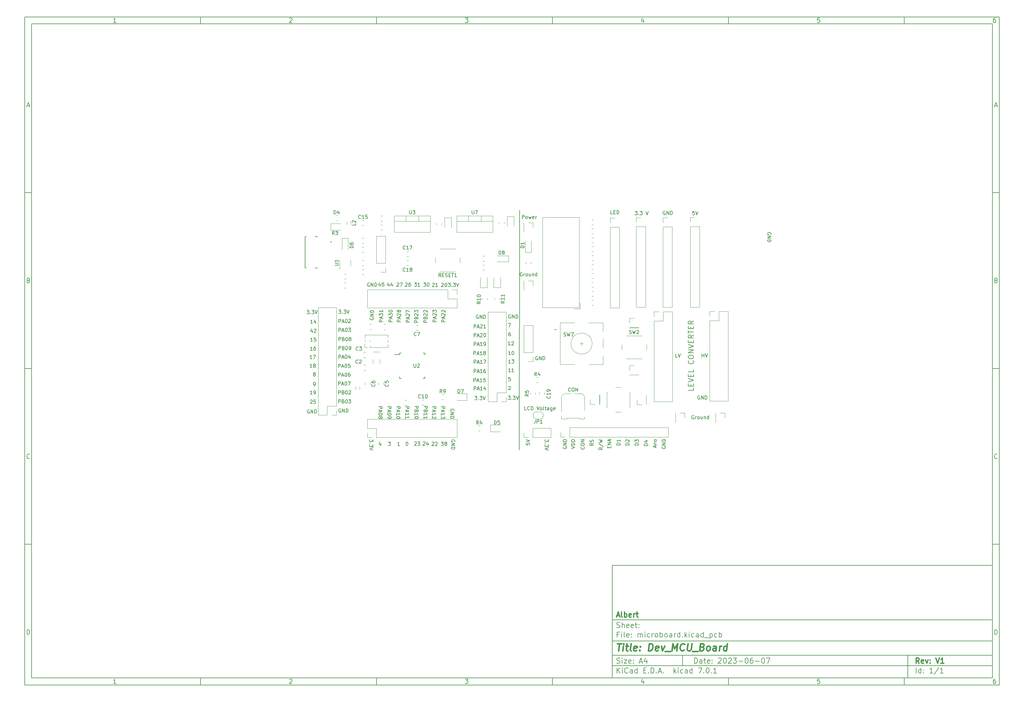
<source format=gbr>
%TF.GenerationSoftware,KiCad,Pcbnew,7.0.1*%
%TF.CreationDate,2023-06-08T10:56:07+02:00*%
%TF.ProjectId,microboard,6d696372-6f62-46f6-9172-642e6b696361,V1*%
%TF.SameCoordinates,Original*%
%TF.FileFunction,Legend,Top*%
%TF.FilePolarity,Positive*%
%FSLAX46Y46*%
G04 Gerber Fmt 4.6, Leading zero omitted, Abs format (unit mm)*
G04 Created by KiCad (PCBNEW 7.0.1) date 2023-06-08 10:56:07*
%MOMM*%
%LPD*%
G01*
G04 APERTURE LIST*
%ADD10C,0.100000*%
%ADD11C,0.150000*%
%ADD12C,0.300000*%
%ADD13C,0.400000*%
%ADD14C,0.120000*%
%ADD15C,0.200000*%
G04 APERTURE END LIST*
D10*
D11*
X177002200Y-166007200D02*
X285002200Y-166007200D01*
X285002200Y-198007200D01*
X177002200Y-198007200D01*
X177002200Y-166007200D01*
D10*
D11*
X10000000Y-10000000D02*
X287002200Y-10000000D01*
X287002200Y-200007200D01*
X10000000Y-200007200D01*
X10000000Y-10000000D01*
D10*
D11*
X12000000Y-12000000D02*
X285002200Y-12000000D01*
X285002200Y-198007200D01*
X12000000Y-198007200D01*
X12000000Y-12000000D01*
D10*
D11*
X60000000Y-12000000D02*
X60000000Y-10000000D01*
D10*
D11*
X110000000Y-12000000D02*
X110000000Y-10000000D01*
D10*
D11*
X160000000Y-12000000D02*
X160000000Y-10000000D01*
D10*
D11*
X210000000Y-12000000D02*
X210000000Y-10000000D01*
D10*
D11*
X260000000Y-12000000D02*
X260000000Y-10000000D01*
D10*
D11*
X35990476Y-11601404D02*
X35247619Y-11601404D01*
X35619047Y-11601404D02*
X35619047Y-10301404D01*
X35619047Y-10301404D02*
X35495238Y-10487119D01*
X35495238Y-10487119D02*
X35371428Y-10610928D01*
X35371428Y-10610928D02*
X35247619Y-10672833D01*
D10*
D11*
X85247619Y-10425214D02*
X85309523Y-10363309D01*
X85309523Y-10363309D02*
X85433333Y-10301404D01*
X85433333Y-10301404D02*
X85742857Y-10301404D01*
X85742857Y-10301404D02*
X85866666Y-10363309D01*
X85866666Y-10363309D02*
X85928571Y-10425214D01*
X85928571Y-10425214D02*
X85990476Y-10549023D01*
X85990476Y-10549023D02*
X85990476Y-10672833D01*
X85990476Y-10672833D02*
X85928571Y-10858547D01*
X85928571Y-10858547D02*
X85185714Y-11601404D01*
X85185714Y-11601404D02*
X85990476Y-11601404D01*
D10*
D11*
X135185714Y-10301404D02*
X135990476Y-10301404D01*
X135990476Y-10301404D02*
X135557142Y-10796642D01*
X135557142Y-10796642D02*
X135742857Y-10796642D01*
X135742857Y-10796642D02*
X135866666Y-10858547D01*
X135866666Y-10858547D02*
X135928571Y-10920452D01*
X135928571Y-10920452D02*
X135990476Y-11044261D01*
X135990476Y-11044261D02*
X135990476Y-11353785D01*
X135990476Y-11353785D02*
X135928571Y-11477595D01*
X135928571Y-11477595D02*
X135866666Y-11539500D01*
X135866666Y-11539500D02*
X135742857Y-11601404D01*
X135742857Y-11601404D02*
X135371428Y-11601404D01*
X135371428Y-11601404D02*
X135247619Y-11539500D01*
X135247619Y-11539500D02*
X135185714Y-11477595D01*
D10*
D11*
X185866666Y-10734738D02*
X185866666Y-11601404D01*
X185557142Y-10239500D02*
X185247619Y-11168071D01*
X185247619Y-11168071D02*
X186052380Y-11168071D01*
D10*
D11*
X235928571Y-10301404D02*
X235309523Y-10301404D01*
X235309523Y-10301404D02*
X235247619Y-10920452D01*
X235247619Y-10920452D02*
X235309523Y-10858547D01*
X235309523Y-10858547D02*
X235433333Y-10796642D01*
X235433333Y-10796642D02*
X235742857Y-10796642D01*
X235742857Y-10796642D02*
X235866666Y-10858547D01*
X235866666Y-10858547D02*
X235928571Y-10920452D01*
X235928571Y-10920452D02*
X235990476Y-11044261D01*
X235990476Y-11044261D02*
X235990476Y-11353785D01*
X235990476Y-11353785D02*
X235928571Y-11477595D01*
X235928571Y-11477595D02*
X235866666Y-11539500D01*
X235866666Y-11539500D02*
X235742857Y-11601404D01*
X235742857Y-11601404D02*
X235433333Y-11601404D01*
X235433333Y-11601404D02*
X235309523Y-11539500D01*
X235309523Y-11539500D02*
X235247619Y-11477595D01*
D10*
D11*
X285866666Y-10301404D02*
X285619047Y-10301404D01*
X285619047Y-10301404D02*
X285495238Y-10363309D01*
X285495238Y-10363309D02*
X285433333Y-10425214D01*
X285433333Y-10425214D02*
X285309523Y-10610928D01*
X285309523Y-10610928D02*
X285247619Y-10858547D01*
X285247619Y-10858547D02*
X285247619Y-11353785D01*
X285247619Y-11353785D02*
X285309523Y-11477595D01*
X285309523Y-11477595D02*
X285371428Y-11539500D01*
X285371428Y-11539500D02*
X285495238Y-11601404D01*
X285495238Y-11601404D02*
X285742857Y-11601404D01*
X285742857Y-11601404D02*
X285866666Y-11539500D01*
X285866666Y-11539500D02*
X285928571Y-11477595D01*
X285928571Y-11477595D02*
X285990476Y-11353785D01*
X285990476Y-11353785D02*
X285990476Y-11044261D01*
X285990476Y-11044261D02*
X285928571Y-10920452D01*
X285928571Y-10920452D02*
X285866666Y-10858547D01*
X285866666Y-10858547D02*
X285742857Y-10796642D01*
X285742857Y-10796642D02*
X285495238Y-10796642D01*
X285495238Y-10796642D02*
X285371428Y-10858547D01*
X285371428Y-10858547D02*
X285309523Y-10920452D01*
X285309523Y-10920452D02*
X285247619Y-11044261D01*
D10*
D11*
X60000000Y-198007200D02*
X60000000Y-200007200D01*
D10*
D11*
X110000000Y-198007200D02*
X110000000Y-200007200D01*
D10*
D11*
X160000000Y-198007200D02*
X160000000Y-200007200D01*
D10*
D11*
X210000000Y-198007200D02*
X210000000Y-200007200D01*
D10*
D11*
X260000000Y-198007200D02*
X260000000Y-200007200D01*
D10*
D11*
X35990476Y-199608604D02*
X35247619Y-199608604D01*
X35619047Y-199608604D02*
X35619047Y-198308604D01*
X35619047Y-198308604D02*
X35495238Y-198494319D01*
X35495238Y-198494319D02*
X35371428Y-198618128D01*
X35371428Y-198618128D02*
X35247619Y-198680033D01*
D10*
D11*
X85247619Y-198432414D02*
X85309523Y-198370509D01*
X85309523Y-198370509D02*
X85433333Y-198308604D01*
X85433333Y-198308604D02*
X85742857Y-198308604D01*
X85742857Y-198308604D02*
X85866666Y-198370509D01*
X85866666Y-198370509D02*
X85928571Y-198432414D01*
X85928571Y-198432414D02*
X85990476Y-198556223D01*
X85990476Y-198556223D02*
X85990476Y-198680033D01*
X85990476Y-198680033D02*
X85928571Y-198865747D01*
X85928571Y-198865747D02*
X85185714Y-199608604D01*
X85185714Y-199608604D02*
X85990476Y-199608604D01*
D10*
D11*
X135185714Y-198308604D02*
X135990476Y-198308604D01*
X135990476Y-198308604D02*
X135557142Y-198803842D01*
X135557142Y-198803842D02*
X135742857Y-198803842D01*
X135742857Y-198803842D02*
X135866666Y-198865747D01*
X135866666Y-198865747D02*
X135928571Y-198927652D01*
X135928571Y-198927652D02*
X135990476Y-199051461D01*
X135990476Y-199051461D02*
X135990476Y-199360985D01*
X135990476Y-199360985D02*
X135928571Y-199484795D01*
X135928571Y-199484795D02*
X135866666Y-199546700D01*
X135866666Y-199546700D02*
X135742857Y-199608604D01*
X135742857Y-199608604D02*
X135371428Y-199608604D01*
X135371428Y-199608604D02*
X135247619Y-199546700D01*
X135247619Y-199546700D02*
X135185714Y-199484795D01*
D10*
D11*
X185866666Y-198741938D02*
X185866666Y-199608604D01*
X185557142Y-198246700D02*
X185247619Y-199175271D01*
X185247619Y-199175271D02*
X186052380Y-199175271D01*
D10*
D11*
X235928571Y-198308604D02*
X235309523Y-198308604D01*
X235309523Y-198308604D02*
X235247619Y-198927652D01*
X235247619Y-198927652D02*
X235309523Y-198865747D01*
X235309523Y-198865747D02*
X235433333Y-198803842D01*
X235433333Y-198803842D02*
X235742857Y-198803842D01*
X235742857Y-198803842D02*
X235866666Y-198865747D01*
X235866666Y-198865747D02*
X235928571Y-198927652D01*
X235928571Y-198927652D02*
X235990476Y-199051461D01*
X235990476Y-199051461D02*
X235990476Y-199360985D01*
X235990476Y-199360985D02*
X235928571Y-199484795D01*
X235928571Y-199484795D02*
X235866666Y-199546700D01*
X235866666Y-199546700D02*
X235742857Y-199608604D01*
X235742857Y-199608604D02*
X235433333Y-199608604D01*
X235433333Y-199608604D02*
X235309523Y-199546700D01*
X235309523Y-199546700D02*
X235247619Y-199484795D01*
D10*
D11*
X285866666Y-198308604D02*
X285619047Y-198308604D01*
X285619047Y-198308604D02*
X285495238Y-198370509D01*
X285495238Y-198370509D02*
X285433333Y-198432414D01*
X285433333Y-198432414D02*
X285309523Y-198618128D01*
X285309523Y-198618128D02*
X285247619Y-198865747D01*
X285247619Y-198865747D02*
X285247619Y-199360985D01*
X285247619Y-199360985D02*
X285309523Y-199484795D01*
X285309523Y-199484795D02*
X285371428Y-199546700D01*
X285371428Y-199546700D02*
X285495238Y-199608604D01*
X285495238Y-199608604D02*
X285742857Y-199608604D01*
X285742857Y-199608604D02*
X285866666Y-199546700D01*
X285866666Y-199546700D02*
X285928571Y-199484795D01*
X285928571Y-199484795D02*
X285990476Y-199360985D01*
X285990476Y-199360985D02*
X285990476Y-199051461D01*
X285990476Y-199051461D02*
X285928571Y-198927652D01*
X285928571Y-198927652D02*
X285866666Y-198865747D01*
X285866666Y-198865747D02*
X285742857Y-198803842D01*
X285742857Y-198803842D02*
X285495238Y-198803842D01*
X285495238Y-198803842D02*
X285371428Y-198865747D01*
X285371428Y-198865747D02*
X285309523Y-198927652D01*
X285309523Y-198927652D02*
X285247619Y-199051461D01*
D10*
D11*
X10000000Y-60000000D02*
X12000000Y-60000000D01*
D10*
D11*
X10000000Y-110000000D02*
X12000000Y-110000000D01*
D10*
D11*
X10000000Y-160000000D02*
X12000000Y-160000000D01*
D10*
D11*
X10690476Y-35229976D02*
X11309523Y-35229976D01*
X10566666Y-35601404D02*
X10999999Y-34301404D01*
X10999999Y-34301404D02*
X11433333Y-35601404D01*
D10*
D11*
X11092857Y-84920452D02*
X11278571Y-84982357D01*
X11278571Y-84982357D02*
X11340476Y-85044261D01*
X11340476Y-85044261D02*
X11402380Y-85168071D01*
X11402380Y-85168071D02*
X11402380Y-85353785D01*
X11402380Y-85353785D02*
X11340476Y-85477595D01*
X11340476Y-85477595D02*
X11278571Y-85539500D01*
X11278571Y-85539500D02*
X11154761Y-85601404D01*
X11154761Y-85601404D02*
X10659523Y-85601404D01*
X10659523Y-85601404D02*
X10659523Y-84301404D01*
X10659523Y-84301404D02*
X11092857Y-84301404D01*
X11092857Y-84301404D02*
X11216666Y-84363309D01*
X11216666Y-84363309D02*
X11278571Y-84425214D01*
X11278571Y-84425214D02*
X11340476Y-84549023D01*
X11340476Y-84549023D02*
X11340476Y-84672833D01*
X11340476Y-84672833D02*
X11278571Y-84796642D01*
X11278571Y-84796642D02*
X11216666Y-84858547D01*
X11216666Y-84858547D02*
X11092857Y-84920452D01*
X11092857Y-84920452D02*
X10659523Y-84920452D01*
D10*
D11*
X11402380Y-135477595D02*
X11340476Y-135539500D01*
X11340476Y-135539500D02*
X11154761Y-135601404D01*
X11154761Y-135601404D02*
X11030952Y-135601404D01*
X11030952Y-135601404D02*
X10845238Y-135539500D01*
X10845238Y-135539500D02*
X10721428Y-135415690D01*
X10721428Y-135415690D02*
X10659523Y-135291880D01*
X10659523Y-135291880D02*
X10597619Y-135044261D01*
X10597619Y-135044261D02*
X10597619Y-134858547D01*
X10597619Y-134858547D02*
X10659523Y-134610928D01*
X10659523Y-134610928D02*
X10721428Y-134487119D01*
X10721428Y-134487119D02*
X10845238Y-134363309D01*
X10845238Y-134363309D02*
X11030952Y-134301404D01*
X11030952Y-134301404D02*
X11154761Y-134301404D01*
X11154761Y-134301404D02*
X11340476Y-134363309D01*
X11340476Y-134363309D02*
X11402380Y-134425214D01*
D10*
D11*
X10659523Y-185601404D02*
X10659523Y-184301404D01*
X10659523Y-184301404D02*
X10969047Y-184301404D01*
X10969047Y-184301404D02*
X11154761Y-184363309D01*
X11154761Y-184363309D02*
X11278571Y-184487119D01*
X11278571Y-184487119D02*
X11340476Y-184610928D01*
X11340476Y-184610928D02*
X11402380Y-184858547D01*
X11402380Y-184858547D02*
X11402380Y-185044261D01*
X11402380Y-185044261D02*
X11340476Y-185291880D01*
X11340476Y-185291880D02*
X11278571Y-185415690D01*
X11278571Y-185415690D02*
X11154761Y-185539500D01*
X11154761Y-185539500D02*
X10969047Y-185601404D01*
X10969047Y-185601404D02*
X10659523Y-185601404D01*
D10*
D11*
X287002200Y-60000000D02*
X285002200Y-60000000D01*
D10*
D11*
X287002200Y-110000000D02*
X285002200Y-110000000D01*
D10*
D11*
X287002200Y-160000000D02*
X285002200Y-160000000D01*
D10*
D11*
X285692676Y-35229976D02*
X286311723Y-35229976D01*
X285568866Y-35601404D02*
X286002199Y-34301404D01*
X286002199Y-34301404D02*
X286435533Y-35601404D01*
D10*
D11*
X286095057Y-84920452D02*
X286280771Y-84982357D01*
X286280771Y-84982357D02*
X286342676Y-85044261D01*
X286342676Y-85044261D02*
X286404580Y-85168071D01*
X286404580Y-85168071D02*
X286404580Y-85353785D01*
X286404580Y-85353785D02*
X286342676Y-85477595D01*
X286342676Y-85477595D02*
X286280771Y-85539500D01*
X286280771Y-85539500D02*
X286156961Y-85601404D01*
X286156961Y-85601404D02*
X285661723Y-85601404D01*
X285661723Y-85601404D02*
X285661723Y-84301404D01*
X285661723Y-84301404D02*
X286095057Y-84301404D01*
X286095057Y-84301404D02*
X286218866Y-84363309D01*
X286218866Y-84363309D02*
X286280771Y-84425214D01*
X286280771Y-84425214D02*
X286342676Y-84549023D01*
X286342676Y-84549023D02*
X286342676Y-84672833D01*
X286342676Y-84672833D02*
X286280771Y-84796642D01*
X286280771Y-84796642D02*
X286218866Y-84858547D01*
X286218866Y-84858547D02*
X286095057Y-84920452D01*
X286095057Y-84920452D02*
X285661723Y-84920452D01*
D10*
D11*
X286404580Y-135477595D02*
X286342676Y-135539500D01*
X286342676Y-135539500D02*
X286156961Y-135601404D01*
X286156961Y-135601404D02*
X286033152Y-135601404D01*
X286033152Y-135601404D02*
X285847438Y-135539500D01*
X285847438Y-135539500D02*
X285723628Y-135415690D01*
X285723628Y-135415690D02*
X285661723Y-135291880D01*
X285661723Y-135291880D02*
X285599819Y-135044261D01*
X285599819Y-135044261D02*
X285599819Y-134858547D01*
X285599819Y-134858547D02*
X285661723Y-134610928D01*
X285661723Y-134610928D02*
X285723628Y-134487119D01*
X285723628Y-134487119D02*
X285847438Y-134363309D01*
X285847438Y-134363309D02*
X286033152Y-134301404D01*
X286033152Y-134301404D02*
X286156961Y-134301404D01*
X286156961Y-134301404D02*
X286342676Y-134363309D01*
X286342676Y-134363309D02*
X286404580Y-134425214D01*
D10*
D11*
X285661723Y-185601404D02*
X285661723Y-184301404D01*
X285661723Y-184301404D02*
X285971247Y-184301404D01*
X285971247Y-184301404D02*
X286156961Y-184363309D01*
X286156961Y-184363309D02*
X286280771Y-184487119D01*
X286280771Y-184487119D02*
X286342676Y-184610928D01*
X286342676Y-184610928D02*
X286404580Y-184858547D01*
X286404580Y-184858547D02*
X286404580Y-185044261D01*
X286404580Y-185044261D02*
X286342676Y-185291880D01*
X286342676Y-185291880D02*
X286280771Y-185415690D01*
X286280771Y-185415690D02*
X286156961Y-185539500D01*
X286156961Y-185539500D02*
X285971247Y-185601404D01*
X285971247Y-185601404D02*
X285661723Y-185601404D01*
D10*
D11*
X200359342Y-193801128D02*
X200359342Y-192301128D01*
X200359342Y-192301128D02*
X200716485Y-192301128D01*
X200716485Y-192301128D02*
X200930771Y-192372557D01*
X200930771Y-192372557D02*
X201073628Y-192515414D01*
X201073628Y-192515414D02*
X201145057Y-192658271D01*
X201145057Y-192658271D02*
X201216485Y-192943985D01*
X201216485Y-192943985D02*
X201216485Y-193158271D01*
X201216485Y-193158271D02*
X201145057Y-193443985D01*
X201145057Y-193443985D02*
X201073628Y-193586842D01*
X201073628Y-193586842D02*
X200930771Y-193729700D01*
X200930771Y-193729700D02*
X200716485Y-193801128D01*
X200716485Y-193801128D02*
X200359342Y-193801128D01*
X202502200Y-193801128D02*
X202502200Y-193015414D01*
X202502200Y-193015414D02*
X202430771Y-192872557D01*
X202430771Y-192872557D02*
X202287914Y-192801128D01*
X202287914Y-192801128D02*
X202002200Y-192801128D01*
X202002200Y-192801128D02*
X201859342Y-192872557D01*
X202502200Y-193729700D02*
X202359342Y-193801128D01*
X202359342Y-193801128D02*
X202002200Y-193801128D01*
X202002200Y-193801128D02*
X201859342Y-193729700D01*
X201859342Y-193729700D02*
X201787914Y-193586842D01*
X201787914Y-193586842D02*
X201787914Y-193443985D01*
X201787914Y-193443985D02*
X201859342Y-193301128D01*
X201859342Y-193301128D02*
X202002200Y-193229700D01*
X202002200Y-193229700D02*
X202359342Y-193229700D01*
X202359342Y-193229700D02*
X202502200Y-193158271D01*
X203002200Y-192801128D02*
X203573628Y-192801128D01*
X203216485Y-192301128D02*
X203216485Y-193586842D01*
X203216485Y-193586842D02*
X203287914Y-193729700D01*
X203287914Y-193729700D02*
X203430771Y-193801128D01*
X203430771Y-193801128D02*
X203573628Y-193801128D01*
X204645057Y-193729700D02*
X204502200Y-193801128D01*
X204502200Y-193801128D02*
X204216486Y-193801128D01*
X204216486Y-193801128D02*
X204073628Y-193729700D01*
X204073628Y-193729700D02*
X204002200Y-193586842D01*
X204002200Y-193586842D02*
X204002200Y-193015414D01*
X204002200Y-193015414D02*
X204073628Y-192872557D01*
X204073628Y-192872557D02*
X204216486Y-192801128D01*
X204216486Y-192801128D02*
X204502200Y-192801128D01*
X204502200Y-192801128D02*
X204645057Y-192872557D01*
X204645057Y-192872557D02*
X204716486Y-193015414D01*
X204716486Y-193015414D02*
X204716486Y-193158271D01*
X204716486Y-193158271D02*
X204002200Y-193301128D01*
X205359342Y-193658271D02*
X205430771Y-193729700D01*
X205430771Y-193729700D02*
X205359342Y-193801128D01*
X205359342Y-193801128D02*
X205287914Y-193729700D01*
X205287914Y-193729700D02*
X205359342Y-193658271D01*
X205359342Y-193658271D02*
X205359342Y-193801128D01*
X205359342Y-192872557D02*
X205430771Y-192943985D01*
X205430771Y-192943985D02*
X205359342Y-193015414D01*
X205359342Y-193015414D02*
X205287914Y-192943985D01*
X205287914Y-192943985D02*
X205359342Y-192872557D01*
X205359342Y-192872557D02*
X205359342Y-193015414D01*
X207145057Y-192443985D02*
X207216485Y-192372557D01*
X207216485Y-192372557D02*
X207359343Y-192301128D01*
X207359343Y-192301128D02*
X207716485Y-192301128D01*
X207716485Y-192301128D02*
X207859343Y-192372557D01*
X207859343Y-192372557D02*
X207930771Y-192443985D01*
X207930771Y-192443985D02*
X208002200Y-192586842D01*
X208002200Y-192586842D02*
X208002200Y-192729700D01*
X208002200Y-192729700D02*
X207930771Y-192943985D01*
X207930771Y-192943985D02*
X207073628Y-193801128D01*
X207073628Y-193801128D02*
X208002200Y-193801128D01*
X208930771Y-192301128D02*
X209073628Y-192301128D01*
X209073628Y-192301128D02*
X209216485Y-192372557D01*
X209216485Y-192372557D02*
X209287914Y-192443985D01*
X209287914Y-192443985D02*
X209359342Y-192586842D01*
X209359342Y-192586842D02*
X209430771Y-192872557D01*
X209430771Y-192872557D02*
X209430771Y-193229700D01*
X209430771Y-193229700D02*
X209359342Y-193515414D01*
X209359342Y-193515414D02*
X209287914Y-193658271D01*
X209287914Y-193658271D02*
X209216485Y-193729700D01*
X209216485Y-193729700D02*
X209073628Y-193801128D01*
X209073628Y-193801128D02*
X208930771Y-193801128D01*
X208930771Y-193801128D02*
X208787914Y-193729700D01*
X208787914Y-193729700D02*
X208716485Y-193658271D01*
X208716485Y-193658271D02*
X208645056Y-193515414D01*
X208645056Y-193515414D02*
X208573628Y-193229700D01*
X208573628Y-193229700D02*
X208573628Y-192872557D01*
X208573628Y-192872557D02*
X208645056Y-192586842D01*
X208645056Y-192586842D02*
X208716485Y-192443985D01*
X208716485Y-192443985D02*
X208787914Y-192372557D01*
X208787914Y-192372557D02*
X208930771Y-192301128D01*
X210002199Y-192443985D02*
X210073627Y-192372557D01*
X210073627Y-192372557D02*
X210216485Y-192301128D01*
X210216485Y-192301128D02*
X210573627Y-192301128D01*
X210573627Y-192301128D02*
X210716485Y-192372557D01*
X210716485Y-192372557D02*
X210787913Y-192443985D01*
X210787913Y-192443985D02*
X210859342Y-192586842D01*
X210859342Y-192586842D02*
X210859342Y-192729700D01*
X210859342Y-192729700D02*
X210787913Y-192943985D01*
X210787913Y-192943985D02*
X209930770Y-193801128D01*
X209930770Y-193801128D02*
X210859342Y-193801128D01*
X211359341Y-192301128D02*
X212287913Y-192301128D01*
X212287913Y-192301128D02*
X211787913Y-192872557D01*
X211787913Y-192872557D02*
X212002198Y-192872557D01*
X212002198Y-192872557D02*
X212145056Y-192943985D01*
X212145056Y-192943985D02*
X212216484Y-193015414D01*
X212216484Y-193015414D02*
X212287913Y-193158271D01*
X212287913Y-193158271D02*
X212287913Y-193515414D01*
X212287913Y-193515414D02*
X212216484Y-193658271D01*
X212216484Y-193658271D02*
X212145056Y-193729700D01*
X212145056Y-193729700D02*
X212002198Y-193801128D01*
X212002198Y-193801128D02*
X211573627Y-193801128D01*
X211573627Y-193801128D02*
X211430770Y-193729700D01*
X211430770Y-193729700D02*
X211359341Y-193658271D01*
X212930769Y-193229700D02*
X214073627Y-193229700D01*
X215073627Y-192301128D02*
X215216484Y-192301128D01*
X215216484Y-192301128D02*
X215359341Y-192372557D01*
X215359341Y-192372557D02*
X215430770Y-192443985D01*
X215430770Y-192443985D02*
X215502198Y-192586842D01*
X215502198Y-192586842D02*
X215573627Y-192872557D01*
X215573627Y-192872557D02*
X215573627Y-193229700D01*
X215573627Y-193229700D02*
X215502198Y-193515414D01*
X215502198Y-193515414D02*
X215430770Y-193658271D01*
X215430770Y-193658271D02*
X215359341Y-193729700D01*
X215359341Y-193729700D02*
X215216484Y-193801128D01*
X215216484Y-193801128D02*
X215073627Y-193801128D01*
X215073627Y-193801128D02*
X214930770Y-193729700D01*
X214930770Y-193729700D02*
X214859341Y-193658271D01*
X214859341Y-193658271D02*
X214787912Y-193515414D01*
X214787912Y-193515414D02*
X214716484Y-193229700D01*
X214716484Y-193229700D02*
X214716484Y-192872557D01*
X214716484Y-192872557D02*
X214787912Y-192586842D01*
X214787912Y-192586842D02*
X214859341Y-192443985D01*
X214859341Y-192443985D02*
X214930770Y-192372557D01*
X214930770Y-192372557D02*
X215073627Y-192301128D01*
X216859341Y-192301128D02*
X216573626Y-192301128D01*
X216573626Y-192301128D02*
X216430769Y-192372557D01*
X216430769Y-192372557D02*
X216359341Y-192443985D01*
X216359341Y-192443985D02*
X216216483Y-192658271D01*
X216216483Y-192658271D02*
X216145055Y-192943985D01*
X216145055Y-192943985D02*
X216145055Y-193515414D01*
X216145055Y-193515414D02*
X216216483Y-193658271D01*
X216216483Y-193658271D02*
X216287912Y-193729700D01*
X216287912Y-193729700D02*
X216430769Y-193801128D01*
X216430769Y-193801128D02*
X216716483Y-193801128D01*
X216716483Y-193801128D02*
X216859341Y-193729700D01*
X216859341Y-193729700D02*
X216930769Y-193658271D01*
X216930769Y-193658271D02*
X217002198Y-193515414D01*
X217002198Y-193515414D02*
X217002198Y-193158271D01*
X217002198Y-193158271D02*
X216930769Y-193015414D01*
X216930769Y-193015414D02*
X216859341Y-192943985D01*
X216859341Y-192943985D02*
X216716483Y-192872557D01*
X216716483Y-192872557D02*
X216430769Y-192872557D01*
X216430769Y-192872557D02*
X216287912Y-192943985D01*
X216287912Y-192943985D02*
X216216483Y-193015414D01*
X216216483Y-193015414D02*
X216145055Y-193158271D01*
X217645054Y-193229700D02*
X218787912Y-193229700D01*
X219787912Y-192301128D02*
X219930769Y-192301128D01*
X219930769Y-192301128D02*
X220073626Y-192372557D01*
X220073626Y-192372557D02*
X220145055Y-192443985D01*
X220145055Y-192443985D02*
X220216483Y-192586842D01*
X220216483Y-192586842D02*
X220287912Y-192872557D01*
X220287912Y-192872557D02*
X220287912Y-193229700D01*
X220287912Y-193229700D02*
X220216483Y-193515414D01*
X220216483Y-193515414D02*
X220145055Y-193658271D01*
X220145055Y-193658271D02*
X220073626Y-193729700D01*
X220073626Y-193729700D02*
X219930769Y-193801128D01*
X219930769Y-193801128D02*
X219787912Y-193801128D01*
X219787912Y-193801128D02*
X219645055Y-193729700D01*
X219645055Y-193729700D02*
X219573626Y-193658271D01*
X219573626Y-193658271D02*
X219502197Y-193515414D01*
X219502197Y-193515414D02*
X219430769Y-193229700D01*
X219430769Y-193229700D02*
X219430769Y-192872557D01*
X219430769Y-192872557D02*
X219502197Y-192586842D01*
X219502197Y-192586842D02*
X219573626Y-192443985D01*
X219573626Y-192443985D02*
X219645055Y-192372557D01*
X219645055Y-192372557D02*
X219787912Y-192301128D01*
X220787911Y-192301128D02*
X221787911Y-192301128D01*
X221787911Y-192301128D02*
X221145054Y-193801128D01*
D10*
D11*
X177002200Y-194507200D02*
X285002200Y-194507200D01*
D10*
D11*
X178359342Y-196601128D02*
X178359342Y-195101128D01*
X179216485Y-196601128D02*
X178573628Y-195743985D01*
X179216485Y-195101128D02*
X178359342Y-195958271D01*
X179859342Y-196601128D02*
X179859342Y-195601128D01*
X179859342Y-195101128D02*
X179787914Y-195172557D01*
X179787914Y-195172557D02*
X179859342Y-195243985D01*
X179859342Y-195243985D02*
X179930771Y-195172557D01*
X179930771Y-195172557D02*
X179859342Y-195101128D01*
X179859342Y-195101128D02*
X179859342Y-195243985D01*
X181430771Y-196458271D02*
X181359343Y-196529700D01*
X181359343Y-196529700D02*
X181145057Y-196601128D01*
X181145057Y-196601128D02*
X181002200Y-196601128D01*
X181002200Y-196601128D02*
X180787914Y-196529700D01*
X180787914Y-196529700D02*
X180645057Y-196386842D01*
X180645057Y-196386842D02*
X180573628Y-196243985D01*
X180573628Y-196243985D02*
X180502200Y-195958271D01*
X180502200Y-195958271D02*
X180502200Y-195743985D01*
X180502200Y-195743985D02*
X180573628Y-195458271D01*
X180573628Y-195458271D02*
X180645057Y-195315414D01*
X180645057Y-195315414D02*
X180787914Y-195172557D01*
X180787914Y-195172557D02*
X181002200Y-195101128D01*
X181002200Y-195101128D02*
X181145057Y-195101128D01*
X181145057Y-195101128D02*
X181359343Y-195172557D01*
X181359343Y-195172557D02*
X181430771Y-195243985D01*
X182716486Y-196601128D02*
X182716486Y-195815414D01*
X182716486Y-195815414D02*
X182645057Y-195672557D01*
X182645057Y-195672557D02*
X182502200Y-195601128D01*
X182502200Y-195601128D02*
X182216486Y-195601128D01*
X182216486Y-195601128D02*
X182073628Y-195672557D01*
X182716486Y-196529700D02*
X182573628Y-196601128D01*
X182573628Y-196601128D02*
X182216486Y-196601128D01*
X182216486Y-196601128D02*
X182073628Y-196529700D01*
X182073628Y-196529700D02*
X182002200Y-196386842D01*
X182002200Y-196386842D02*
X182002200Y-196243985D01*
X182002200Y-196243985D02*
X182073628Y-196101128D01*
X182073628Y-196101128D02*
X182216486Y-196029700D01*
X182216486Y-196029700D02*
X182573628Y-196029700D01*
X182573628Y-196029700D02*
X182716486Y-195958271D01*
X184073629Y-196601128D02*
X184073629Y-195101128D01*
X184073629Y-196529700D02*
X183930771Y-196601128D01*
X183930771Y-196601128D02*
X183645057Y-196601128D01*
X183645057Y-196601128D02*
X183502200Y-196529700D01*
X183502200Y-196529700D02*
X183430771Y-196458271D01*
X183430771Y-196458271D02*
X183359343Y-196315414D01*
X183359343Y-196315414D02*
X183359343Y-195886842D01*
X183359343Y-195886842D02*
X183430771Y-195743985D01*
X183430771Y-195743985D02*
X183502200Y-195672557D01*
X183502200Y-195672557D02*
X183645057Y-195601128D01*
X183645057Y-195601128D02*
X183930771Y-195601128D01*
X183930771Y-195601128D02*
X184073629Y-195672557D01*
X185930771Y-195815414D02*
X186430771Y-195815414D01*
X186645057Y-196601128D02*
X185930771Y-196601128D01*
X185930771Y-196601128D02*
X185930771Y-195101128D01*
X185930771Y-195101128D02*
X186645057Y-195101128D01*
X187287914Y-196458271D02*
X187359343Y-196529700D01*
X187359343Y-196529700D02*
X187287914Y-196601128D01*
X187287914Y-196601128D02*
X187216486Y-196529700D01*
X187216486Y-196529700D02*
X187287914Y-196458271D01*
X187287914Y-196458271D02*
X187287914Y-196601128D01*
X188002200Y-196601128D02*
X188002200Y-195101128D01*
X188002200Y-195101128D02*
X188359343Y-195101128D01*
X188359343Y-195101128D02*
X188573629Y-195172557D01*
X188573629Y-195172557D02*
X188716486Y-195315414D01*
X188716486Y-195315414D02*
X188787915Y-195458271D01*
X188787915Y-195458271D02*
X188859343Y-195743985D01*
X188859343Y-195743985D02*
X188859343Y-195958271D01*
X188859343Y-195958271D02*
X188787915Y-196243985D01*
X188787915Y-196243985D02*
X188716486Y-196386842D01*
X188716486Y-196386842D02*
X188573629Y-196529700D01*
X188573629Y-196529700D02*
X188359343Y-196601128D01*
X188359343Y-196601128D02*
X188002200Y-196601128D01*
X189502200Y-196458271D02*
X189573629Y-196529700D01*
X189573629Y-196529700D02*
X189502200Y-196601128D01*
X189502200Y-196601128D02*
X189430772Y-196529700D01*
X189430772Y-196529700D02*
X189502200Y-196458271D01*
X189502200Y-196458271D02*
X189502200Y-196601128D01*
X190145058Y-196172557D02*
X190859344Y-196172557D01*
X190002201Y-196601128D02*
X190502201Y-195101128D01*
X190502201Y-195101128D02*
X191002201Y-196601128D01*
X191502200Y-196458271D02*
X191573629Y-196529700D01*
X191573629Y-196529700D02*
X191502200Y-196601128D01*
X191502200Y-196601128D02*
X191430772Y-196529700D01*
X191430772Y-196529700D02*
X191502200Y-196458271D01*
X191502200Y-196458271D02*
X191502200Y-196601128D01*
X194502200Y-196601128D02*
X194502200Y-195101128D01*
X194645058Y-196029700D02*
X195073629Y-196601128D01*
X195073629Y-195601128D02*
X194502200Y-196172557D01*
X195716486Y-196601128D02*
X195716486Y-195601128D01*
X195716486Y-195101128D02*
X195645058Y-195172557D01*
X195645058Y-195172557D02*
X195716486Y-195243985D01*
X195716486Y-195243985D02*
X195787915Y-195172557D01*
X195787915Y-195172557D02*
X195716486Y-195101128D01*
X195716486Y-195101128D02*
X195716486Y-195243985D01*
X197073630Y-196529700D02*
X196930772Y-196601128D01*
X196930772Y-196601128D02*
X196645058Y-196601128D01*
X196645058Y-196601128D02*
X196502201Y-196529700D01*
X196502201Y-196529700D02*
X196430772Y-196458271D01*
X196430772Y-196458271D02*
X196359344Y-196315414D01*
X196359344Y-196315414D02*
X196359344Y-195886842D01*
X196359344Y-195886842D02*
X196430772Y-195743985D01*
X196430772Y-195743985D02*
X196502201Y-195672557D01*
X196502201Y-195672557D02*
X196645058Y-195601128D01*
X196645058Y-195601128D02*
X196930772Y-195601128D01*
X196930772Y-195601128D02*
X197073630Y-195672557D01*
X198359344Y-196601128D02*
X198359344Y-195815414D01*
X198359344Y-195815414D02*
X198287915Y-195672557D01*
X198287915Y-195672557D02*
X198145058Y-195601128D01*
X198145058Y-195601128D02*
X197859344Y-195601128D01*
X197859344Y-195601128D02*
X197716486Y-195672557D01*
X198359344Y-196529700D02*
X198216486Y-196601128D01*
X198216486Y-196601128D02*
X197859344Y-196601128D01*
X197859344Y-196601128D02*
X197716486Y-196529700D01*
X197716486Y-196529700D02*
X197645058Y-196386842D01*
X197645058Y-196386842D02*
X197645058Y-196243985D01*
X197645058Y-196243985D02*
X197716486Y-196101128D01*
X197716486Y-196101128D02*
X197859344Y-196029700D01*
X197859344Y-196029700D02*
X198216486Y-196029700D01*
X198216486Y-196029700D02*
X198359344Y-195958271D01*
X199716487Y-196601128D02*
X199716487Y-195101128D01*
X199716487Y-196529700D02*
X199573629Y-196601128D01*
X199573629Y-196601128D02*
X199287915Y-196601128D01*
X199287915Y-196601128D02*
X199145058Y-196529700D01*
X199145058Y-196529700D02*
X199073629Y-196458271D01*
X199073629Y-196458271D02*
X199002201Y-196315414D01*
X199002201Y-196315414D02*
X199002201Y-195886842D01*
X199002201Y-195886842D02*
X199073629Y-195743985D01*
X199073629Y-195743985D02*
X199145058Y-195672557D01*
X199145058Y-195672557D02*
X199287915Y-195601128D01*
X199287915Y-195601128D02*
X199573629Y-195601128D01*
X199573629Y-195601128D02*
X199716487Y-195672557D01*
X201430772Y-195101128D02*
X202430772Y-195101128D01*
X202430772Y-195101128D02*
X201787915Y-196601128D01*
X203002200Y-196458271D02*
X203073629Y-196529700D01*
X203073629Y-196529700D02*
X203002200Y-196601128D01*
X203002200Y-196601128D02*
X202930772Y-196529700D01*
X202930772Y-196529700D02*
X203002200Y-196458271D01*
X203002200Y-196458271D02*
X203002200Y-196601128D01*
X204002201Y-195101128D02*
X204145058Y-195101128D01*
X204145058Y-195101128D02*
X204287915Y-195172557D01*
X204287915Y-195172557D02*
X204359344Y-195243985D01*
X204359344Y-195243985D02*
X204430772Y-195386842D01*
X204430772Y-195386842D02*
X204502201Y-195672557D01*
X204502201Y-195672557D02*
X204502201Y-196029700D01*
X204502201Y-196029700D02*
X204430772Y-196315414D01*
X204430772Y-196315414D02*
X204359344Y-196458271D01*
X204359344Y-196458271D02*
X204287915Y-196529700D01*
X204287915Y-196529700D02*
X204145058Y-196601128D01*
X204145058Y-196601128D02*
X204002201Y-196601128D01*
X204002201Y-196601128D02*
X203859344Y-196529700D01*
X203859344Y-196529700D02*
X203787915Y-196458271D01*
X203787915Y-196458271D02*
X203716486Y-196315414D01*
X203716486Y-196315414D02*
X203645058Y-196029700D01*
X203645058Y-196029700D02*
X203645058Y-195672557D01*
X203645058Y-195672557D02*
X203716486Y-195386842D01*
X203716486Y-195386842D02*
X203787915Y-195243985D01*
X203787915Y-195243985D02*
X203859344Y-195172557D01*
X203859344Y-195172557D02*
X204002201Y-195101128D01*
X205145057Y-196458271D02*
X205216486Y-196529700D01*
X205216486Y-196529700D02*
X205145057Y-196601128D01*
X205145057Y-196601128D02*
X205073629Y-196529700D01*
X205073629Y-196529700D02*
X205145057Y-196458271D01*
X205145057Y-196458271D02*
X205145057Y-196601128D01*
X206645058Y-196601128D02*
X205787915Y-196601128D01*
X206216486Y-196601128D02*
X206216486Y-195101128D01*
X206216486Y-195101128D02*
X206073629Y-195315414D01*
X206073629Y-195315414D02*
X205930772Y-195458271D01*
X205930772Y-195458271D02*
X205787915Y-195529700D01*
D10*
D11*
X177002200Y-191507200D02*
X285002200Y-191507200D01*
D10*
D12*
X264216485Y-193801128D02*
X263716485Y-193086842D01*
X263359342Y-193801128D02*
X263359342Y-192301128D01*
X263359342Y-192301128D02*
X263930771Y-192301128D01*
X263930771Y-192301128D02*
X264073628Y-192372557D01*
X264073628Y-192372557D02*
X264145057Y-192443985D01*
X264145057Y-192443985D02*
X264216485Y-192586842D01*
X264216485Y-192586842D02*
X264216485Y-192801128D01*
X264216485Y-192801128D02*
X264145057Y-192943985D01*
X264145057Y-192943985D02*
X264073628Y-193015414D01*
X264073628Y-193015414D02*
X263930771Y-193086842D01*
X263930771Y-193086842D02*
X263359342Y-193086842D01*
X265430771Y-193729700D02*
X265287914Y-193801128D01*
X265287914Y-193801128D02*
X265002200Y-193801128D01*
X265002200Y-193801128D02*
X264859342Y-193729700D01*
X264859342Y-193729700D02*
X264787914Y-193586842D01*
X264787914Y-193586842D02*
X264787914Y-193015414D01*
X264787914Y-193015414D02*
X264859342Y-192872557D01*
X264859342Y-192872557D02*
X265002200Y-192801128D01*
X265002200Y-192801128D02*
X265287914Y-192801128D01*
X265287914Y-192801128D02*
X265430771Y-192872557D01*
X265430771Y-192872557D02*
X265502200Y-193015414D01*
X265502200Y-193015414D02*
X265502200Y-193158271D01*
X265502200Y-193158271D02*
X264787914Y-193301128D01*
X266002199Y-192801128D02*
X266359342Y-193801128D01*
X266359342Y-193801128D02*
X266716485Y-192801128D01*
X267287913Y-193658271D02*
X267359342Y-193729700D01*
X267359342Y-193729700D02*
X267287913Y-193801128D01*
X267287913Y-193801128D02*
X267216485Y-193729700D01*
X267216485Y-193729700D02*
X267287913Y-193658271D01*
X267287913Y-193658271D02*
X267287913Y-193801128D01*
X267287913Y-192872557D02*
X267359342Y-192943985D01*
X267359342Y-192943985D02*
X267287913Y-193015414D01*
X267287913Y-193015414D02*
X267216485Y-192943985D01*
X267216485Y-192943985D02*
X267287913Y-192872557D01*
X267287913Y-192872557D02*
X267287913Y-193015414D01*
X268930771Y-192301128D02*
X269430771Y-193801128D01*
X269430771Y-193801128D02*
X269930771Y-192301128D01*
X271216485Y-193801128D02*
X270359342Y-193801128D01*
X270787913Y-193801128D02*
X270787913Y-192301128D01*
X270787913Y-192301128D02*
X270645056Y-192515414D01*
X270645056Y-192515414D02*
X270502199Y-192658271D01*
X270502199Y-192658271D02*
X270359342Y-192729700D01*
D10*
D11*
X178287914Y-193729700D02*
X178502200Y-193801128D01*
X178502200Y-193801128D02*
X178859342Y-193801128D01*
X178859342Y-193801128D02*
X179002200Y-193729700D01*
X179002200Y-193729700D02*
X179073628Y-193658271D01*
X179073628Y-193658271D02*
X179145057Y-193515414D01*
X179145057Y-193515414D02*
X179145057Y-193372557D01*
X179145057Y-193372557D02*
X179073628Y-193229700D01*
X179073628Y-193229700D02*
X179002200Y-193158271D01*
X179002200Y-193158271D02*
X178859342Y-193086842D01*
X178859342Y-193086842D02*
X178573628Y-193015414D01*
X178573628Y-193015414D02*
X178430771Y-192943985D01*
X178430771Y-192943985D02*
X178359342Y-192872557D01*
X178359342Y-192872557D02*
X178287914Y-192729700D01*
X178287914Y-192729700D02*
X178287914Y-192586842D01*
X178287914Y-192586842D02*
X178359342Y-192443985D01*
X178359342Y-192443985D02*
X178430771Y-192372557D01*
X178430771Y-192372557D02*
X178573628Y-192301128D01*
X178573628Y-192301128D02*
X178930771Y-192301128D01*
X178930771Y-192301128D02*
X179145057Y-192372557D01*
X179787913Y-193801128D02*
X179787913Y-192801128D01*
X179787913Y-192301128D02*
X179716485Y-192372557D01*
X179716485Y-192372557D02*
X179787913Y-192443985D01*
X179787913Y-192443985D02*
X179859342Y-192372557D01*
X179859342Y-192372557D02*
X179787913Y-192301128D01*
X179787913Y-192301128D02*
X179787913Y-192443985D01*
X180359342Y-192801128D02*
X181145057Y-192801128D01*
X181145057Y-192801128D02*
X180359342Y-193801128D01*
X180359342Y-193801128D02*
X181145057Y-193801128D01*
X182287914Y-193729700D02*
X182145057Y-193801128D01*
X182145057Y-193801128D02*
X181859343Y-193801128D01*
X181859343Y-193801128D02*
X181716485Y-193729700D01*
X181716485Y-193729700D02*
X181645057Y-193586842D01*
X181645057Y-193586842D02*
X181645057Y-193015414D01*
X181645057Y-193015414D02*
X181716485Y-192872557D01*
X181716485Y-192872557D02*
X181859343Y-192801128D01*
X181859343Y-192801128D02*
X182145057Y-192801128D01*
X182145057Y-192801128D02*
X182287914Y-192872557D01*
X182287914Y-192872557D02*
X182359343Y-193015414D01*
X182359343Y-193015414D02*
X182359343Y-193158271D01*
X182359343Y-193158271D02*
X181645057Y-193301128D01*
X183002199Y-193658271D02*
X183073628Y-193729700D01*
X183073628Y-193729700D02*
X183002199Y-193801128D01*
X183002199Y-193801128D02*
X182930771Y-193729700D01*
X182930771Y-193729700D02*
X183002199Y-193658271D01*
X183002199Y-193658271D02*
X183002199Y-193801128D01*
X183002199Y-192872557D02*
X183073628Y-192943985D01*
X183073628Y-192943985D02*
X183002199Y-193015414D01*
X183002199Y-193015414D02*
X182930771Y-192943985D01*
X182930771Y-192943985D02*
X183002199Y-192872557D01*
X183002199Y-192872557D02*
X183002199Y-193015414D01*
X184787914Y-193372557D02*
X185502200Y-193372557D01*
X184645057Y-193801128D02*
X185145057Y-192301128D01*
X185145057Y-192301128D02*
X185645057Y-193801128D01*
X186787914Y-192801128D02*
X186787914Y-193801128D01*
X186430771Y-192229700D02*
X186073628Y-193301128D01*
X186073628Y-193301128D02*
X187002199Y-193301128D01*
D10*
D11*
X263359342Y-196601128D02*
X263359342Y-195101128D01*
X264716486Y-196601128D02*
X264716486Y-195101128D01*
X264716486Y-196529700D02*
X264573628Y-196601128D01*
X264573628Y-196601128D02*
X264287914Y-196601128D01*
X264287914Y-196601128D02*
X264145057Y-196529700D01*
X264145057Y-196529700D02*
X264073628Y-196458271D01*
X264073628Y-196458271D02*
X264002200Y-196315414D01*
X264002200Y-196315414D02*
X264002200Y-195886842D01*
X264002200Y-195886842D02*
X264073628Y-195743985D01*
X264073628Y-195743985D02*
X264145057Y-195672557D01*
X264145057Y-195672557D02*
X264287914Y-195601128D01*
X264287914Y-195601128D02*
X264573628Y-195601128D01*
X264573628Y-195601128D02*
X264716486Y-195672557D01*
X265430771Y-196458271D02*
X265502200Y-196529700D01*
X265502200Y-196529700D02*
X265430771Y-196601128D01*
X265430771Y-196601128D02*
X265359343Y-196529700D01*
X265359343Y-196529700D02*
X265430771Y-196458271D01*
X265430771Y-196458271D02*
X265430771Y-196601128D01*
X265430771Y-195672557D02*
X265502200Y-195743985D01*
X265502200Y-195743985D02*
X265430771Y-195815414D01*
X265430771Y-195815414D02*
X265359343Y-195743985D01*
X265359343Y-195743985D02*
X265430771Y-195672557D01*
X265430771Y-195672557D02*
X265430771Y-195815414D01*
X268073629Y-196601128D02*
X267216486Y-196601128D01*
X267645057Y-196601128D02*
X267645057Y-195101128D01*
X267645057Y-195101128D02*
X267502200Y-195315414D01*
X267502200Y-195315414D02*
X267359343Y-195458271D01*
X267359343Y-195458271D02*
X267216486Y-195529700D01*
X269787914Y-195029700D02*
X268502200Y-196958271D01*
X271073629Y-196601128D02*
X270216486Y-196601128D01*
X270645057Y-196601128D02*
X270645057Y-195101128D01*
X270645057Y-195101128D02*
X270502200Y-195315414D01*
X270502200Y-195315414D02*
X270359343Y-195458271D01*
X270359343Y-195458271D02*
X270216486Y-195529700D01*
D10*
D11*
X177002200Y-187507200D02*
X285002200Y-187507200D01*
D10*
D13*
X178430771Y-188232438D02*
X179573628Y-188232438D01*
X178752200Y-190232438D02*
X179002200Y-188232438D01*
X179978390Y-190232438D02*
X180145057Y-188899104D01*
X180228390Y-188232438D02*
X180121247Y-188327676D01*
X180121247Y-188327676D02*
X180204581Y-188422914D01*
X180204581Y-188422914D02*
X180311724Y-188327676D01*
X180311724Y-188327676D02*
X180228390Y-188232438D01*
X180228390Y-188232438D02*
X180204581Y-188422914D01*
X180799819Y-188899104D02*
X181561723Y-188899104D01*
X181168866Y-188232438D02*
X180954581Y-189946723D01*
X180954581Y-189946723D02*
X181026009Y-190137200D01*
X181026009Y-190137200D02*
X181204581Y-190232438D01*
X181204581Y-190232438D02*
X181395057Y-190232438D01*
X182335533Y-190232438D02*
X182156961Y-190137200D01*
X182156961Y-190137200D02*
X182085533Y-189946723D01*
X182085533Y-189946723D02*
X182299818Y-188232438D01*
X183859342Y-190137200D02*
X183656961Y-190232438D01*
X183656961Y-190232438D02*
X183276008Y-190232438D01*
X183276008Y-190232438D02*
X183097437Y-190137200D01*
X183097437Y-190137200D02*
X183026008Y-189946723D01*
X183026008Y-189946723D02*
X183121247Y-189184819D01*
X183121247Y-189184819D02*
X183240294Y-188994342D01*
X183240294Y-188994342D02*
X183442675Y-188899104D01*
X183442675Y-188899104D02*
X183823627Y-188899104D01*
X183823627Y-188899104D02*
X184002199Y-188994342D01*
X184002199Y-188994342D02*
X184073627Y-189184819D01*
X184073627Y-189184819D02*
X184049818Y-189375295D01*
X184049818Y-189375295D02*
X183073627Y-189565771D01*
X184811723Y-190041961D02*
X184895056Y-190137200D01*
X184895056Y-190137200D02*
X184787913Y-190232438D01*
X184787913Y-190232438D02*
X184704580Y-190137200D01*
X184704580Y-190137200D02*
X184811723Y-190041961D01*
X184811723Y-190041961D02*
X184787913Y-190232438D01*
X184942675Y-188994342D02*
X185026008Y-189089580D01*
X185026008Y-189089580D02*
X184918866Y-189184819D01*
X184918866Y-189184819D02*
X184835532Y-189089580D01*
X184835532Y-189089580D02*
X184942675Y-188994342D01*
X184942675Y-188994342D02*
X184918866Y-189184819D01*
X187252199Y-190232438D02*
X187502199Y-188232438D01*
X187502199Y-188232438D02*
X187978390Y-188232438D01*
X187978390Y-188232438D02*
X188252199Y-188327676D01*
X188252199Y-188327676D02*
X188418866Y-188518152D01*
X188418866Y-188518152D02*
X188490294Y-188708628D01*
X188490294Y-188708628D02*
X188537914Y-189089580D01*
X188537914Y-189089580D02*
X188502199Y-189375295D01*
X188502199Y-189375295D02*
X188359342Y-189756247D01*
X188359342Y-189756247D02*
X188240294Y-189946723D01*
X188240294Y-189946723D02*
X188026009Y-190137200D01*
X188026009Y-190137200D02*
X187728390Y-190232438D01*
X187728390Y-190232438D02*
X187252199Y-190232438D01*
X190014104Y-190137200D02*
X189811723Y-190232438D01*
X189811723Y-190232438D02*
X189430770Y-190232438D01*
X189430770Y-190232438D02*
X189252199Y-190137200D01*
X189252199Y-190137200D02*
X189180770Y-189946723D01*
X189180770Y-189946723D02*
X189276009Y-189184819D01*
X189276009Y-189184819D02*
X189395056Y-188994342D01*
X189395056Y-188994342D02*
X189597437Y-188899104D01*
X189597437Y-188899104D02*
X189978389Y-188899104D01*
X189978389Y-188899104D02*
X190156961Y-188994342D01*
X190156961Y-188994342D02*
X190228389Y-189184819D01*
X190228389Y-189184819D02*
X190204580Y-189375295D01*
X190204580Y-189375295D02*
X189228389Y-189565771D01*
X190918866Y-188899104D02*
X191228390Y-190232438D01*
X191228390Y-190232438D02*
X191871247Y-188899104D01*
X191954580Y-190422914D02*
X193478390Y-190422914D01*
X193942675Y-190232438D02*
X194192675Y-188232438D01*
X194192675Y-188232438D02*
X194680770Y-189661009D01*
X194680770Y-189661009D02*
X195526009Y-188232438D01*
X195526009Y-188232438D02*
X195276009Y-190232438D01*
X197383152Y-190041961D02*
X197276009Y-190137200D01*
X197276009Y-190137200D02*
X196978390Y-190232438D01*
X196978390Y-190232438D02*
X196787914Y-190232438D01*
X196787914Y-190232438D02*
X196514104Y-190137200D01*
X196514104Y-190137200D02*
X196347438Y-189946723D01*
X196347438Y-189946723D02*
X196276009Y-189756247D01*
X196276009Y-189756247D02*
X196228390Y-189375295D01*
X196228390Y-189375295D02*
X196264104Y-189089580D01*
X196264104Y-189089580D02*
X196406961Y-188708628D01*
X196406961Y-188708628D02*
X196526009Y-188518152D01*
X196526009Y-188518152D02*
X196740295Y-188327676D01*
X196740295Y-188327676D02*
X197037914Y-188232438D01*
X197037914Y-188232438D02*
X197228390Y-188232438D01*
X197228390Y-188232438D02*
X197502200Y-188327676D01*
X197502200Y-188327676D02*
X197585533Y-188422914D01*
X198454580Y-188232438D02*
X198252199Y-189851485D01*
X198252199Y-189851485D02*
X198323628Y-190041961D01*
X198323628Y-190041961D02*
X198406961Y-190137200D01*
X198406961Y-190137200D02*
X198585533Y-190232438D01*
X198585533Y-190232438D02*
X198966485Y-190232438D01*
X198966485Y-190232438D02*
X199168866Y-190137200D01*
X199168866Y-190137200D02*
X199276009Y-190041961D01*
X199276009Y-190041961D02*
X199395056Y-189851485D01*
X199395056Y-189851485D02*
X199597437Y-188232438D01*
X199787913Y-190422914D02*
X201311723Y-190422914D01*
X202573627Y-189184819D02*
X202847437Y-189280057D01*
X202847437Y-189280057D02*
X202930770Y-189375295D01*
X202930770Y-189375295D02*
X203002199Y-189565771D01*
X203002199Y-189565771D02*
X202966484Y-189851485D01*
X202966484Y-189851485D02*
X202847437Y-190041961D01*
X202847437Y-190041961D02*
X202740294Y-190137200D01*
X202740294Y-190137200D02*
X202537913Y-190232438D01*
X202537913Y-190232438D02*
X201776008Y-190232438D01*
X201776008Y-190232438D02*
X202026008Y-188232438D01*
X202026008Y-188232438D02*
X202692675Y-188232438D01*
X202692675Y-188232438D02*
X202871246Y-188327676D01*
X202871246Y-188327676D02*
X202954580Y-188422914D01*
X202954580Y-188422914D02*
X203026008Y-188613390D01*
X203026008Y-188613390D02*
X203002199Y-188803866D01*
X203002199Y-188803866D02*
X202883151Y-188994342D01*
X202883151Y-188994342D02*
X202776008Y-189089580D01*
X202776008Y-189089580D02*
X202573627Y-189184819D01*
X202573627Y-189184819D02*
X201906961Y-189184819D01*
X204049818Y-190232438D02*
X203871246Y-190137200D01*
X203871246Y-190137200D02*
X203787913Y-190041961D01*
X203787913Y-190041961D02*
X203716484Y-189851485D01*
X203716484Y-189851485D02*
X203787913Y-189280057D01*
X203787913Y-189280057D02*
X203906960Y-189089580D01*
X203906960Y-189089580D02*
X204014103Y-188994342D01*
X204014103Y-188994342D02*
X204216484Y-188899104D01*
X204216484Y-188899104D02*
X204502198Y-188899104D01*
X204502198Y-188899104D02*
X204680770Y-188994342D01*
X204680770Y-188994342D02*
X204764103Y-189089580D01*
X204764103Y-189089580D02*
X204835532Y-189280057D01*
X204835532Y-189280057D02*
X204764103Y-189851485D01*
X204764103Y-189851485D02*
X204645056Y-190041961D01*
X204645056Y-190041961D02*
X204537913Y-190137200D01*
X204537913Y-190137200D02*
X204335532Y-190232438D01*
X204335532Y-190232438D02*
X204049818Y-190232438D01*
X206418865Y-190232438D02*
X206549817Y-189184819D01*
X206549817Y-189184819D02*
X206478389Y-188994342D01*
X206478389Y-188994342D02*
X206299817Y-188899104D01*
X206299817Y-188899104D02*
X205918865Y-188899104D01*
X205918865Y-188899104D02*
X205716484Y-188994342D01*
X206430770Y-190137200D02*
X206228389Y-190232438D01*
X206228389Y-190232438D02*
X205752198Y-190232438D01*
X205752198Y-190232438D02*
X205573627Y-190137200D01*
X205573627Y-190137200D02*
X205502198Y-189946723D01*
X205502198Y-189946723D02*
X205526008Y-189756247D01*
X205526008Y-189756247D02*
X205645056Y-189565771D01*
X205645056Y-189565771D02*
X205847437Y-189470533D01*
X205847437Y-189470533D02*
X206323627Y-189470533D01*
X206323627Y-189470533D02*
X206526008Y-189375295D01*
X207359341Y-190232438D02*
X207526008Y-188899104D01*
X207478389Y-189280057D02*
X207597436Y-189089580D01*
X207597436Y-189089580D02*
X207704579Y-188994342D01*
X207704579Y-188994342D02*
X207906960Y-188899104D01*
X207906960Y-188899104D02*
X208097436Y-188899104D01*
X209442674Y-190232438D02*
X209692674Y-188232438D01*
X209454579Y-190137200D02*
X209252198Y-190232438D01*
X209252198Y-190232438D02*
X208871246Y-190232438D01*
X208871246Y-190232438D02*
X208692674Y-190137200D01*
X208692674Y-190137200D02*
X208609341Y-190041961D01*
X208609341Y-190041961D02*
X208537912Y-189851485D01*
X208537912Y-189851485D02*
X208609341Y-189280057D01*
X208609341Y-189280057D02*
X208728388Y-189089580D01*
X208728388Y-189089580D02*
X208835531Y-188994342D01*
X208835531Y-188994342D02*
X209037912Y-188899104D01*
X209037912Y-188899104D02*
X209418865Y-188899104D01*
X209418865Y-188899104D02*
X209597436Y-188994342D01*
D10*
D11*
X178859342Y-185615414D02*
X178359342Y-185615414D01*
X178359342Y-186401128D02*
X178359342Y-184901128D01*
X178359342Y-184901128D02*
X179073628Y-184901128D01*
X179645056Y-186401128D02*
X179645056Y-185401128D01*
X179645056Y-184901128D02*
X179573628Y-184972557D01*
X179573628Y-184972557D02*
X179645056Y-185043985D01*
X179645056Y-185043985D02*
X179716485Y-184972557D01*
X179716485Y-184972557D02*
X179645056Y-184901128D01*
X179645056Y-184901128D02*
X179645056Y-185043985D01*
X180573628Y-186401128D02*
X180430771Y-186329700D01*
X180430771Y-186329700D02*
X180359342Y-186186842D01*
X180359342Y-186186842D02*
X180359342Y-184901128D01*
X181716485Y-186329700D02*
X181573628Y-186401128D01*
X181573628Y-186401128D02*
X181287914Y-186401128D01*
X181287914Y-186401128D02*
X181145056Y-186329700D01*
X181145056Y-186329700D02*
X181073628Y-186186842D01*
X181073628Y-186186842D02*
X181073628Y-185615414D01*
X181073628Y-185615414D02*
X181145056Y-185472557D01*
X181145056Y-185472557D02*
X181287914Y-185401128D01*
X181287914Y-185401128D02*
X181573628Y-185401128D01*
X181573628Y-185401128D02*
X181716485Y-185472557D01*
X181716485Y-185472557D02*
X181787914Y-185615414D01*
X181787914Y-185615414D02*
X181787914Y-185758271D01*
X181787914Y-185758271D02*
X181073628Y-185901128D01*
X182430770Y-186258271D02*
X182502199Y-186329700D01*
X182502199Y-186329700D02*
X182430770Y-186401128D01*
X182430770Y-186401128D02*
X182359342Y-186329700D01*
X182359342Y-186329700D02*
X182430770Y-186258271D01*
X182430770Y-186258271D02*
X182430770Y-186401128D01*
X182430770Y-185472557D02*
X182502199Y-185543985D01*
X182502199Y-185543985D02*
X182430770Y-185615414D01*
X182430770Y-185615414D02*
X182359342Y-185543985D01*
X182359342Y-185543985D02*
X182430770Y-185472557D01*
X182430770Y-185472557D02*
X182430770Y-185615414D01*
X184287913Y-186401128D02*
X184287913Y-185401128D01*
X184287913Y-185543985D02*
X184359342Y-185472557D01*
X184359342Y-185472557D02*
X184502199Y-185401128D01*
X184502199Y-185401128D02*
X184716485Y-185401128D01*
X184716485Y-185401128D02*
X184859342Y-185472557D01*
X184859342Y-185472557D02*
X184930771Y-185615414D01*
X184930771Y-185615414D02*
X184930771Y-186401128D01*
X184930771Y-185615414D02*
X185002199Y-185472557D01*
X185002199Y-185472557D02*
X185145056Y-185401128D01*
X185145056Y-185401128D02*
X185359342Y-185401128D01*
X185359342Y-185401128D02*
X185502199Y-185472557D01*
X185502199Y-185472557D02*
X185573628Y-185615414D01*
X185573628Y-185615414D02*
X185573628Y-186401128D01*
X186287913Y-186401128D02*
X186287913Y-185401128D01*
X186287913Y-184901128D02*
X186216485Y-184972557D01*
X186216485Y-184972557D02*
X186287913Y-185043985D01*
X186287913Y-185043985D02*
X186359342Y-184972557D01*
X186359342Y-184972557D02*
X186287913Y-184901128D01*
X186287913Y-184901128D02*
X186287913Y-185043985D01*
X187645057Y-186329700D02*
X187502199Y-186401128D01*
X187502199Y-186401128D02*
X187216485Y-186401128D01*
X187216485Y-186401128D02*
X187073628Y-186329700D01*
X187073628Y-186329700D02*
X187002199Y-186258271D01*
X187002199Y-186258271D02*
X186930771Y-186115414D01*
X186930771Y-186115414D02*
X186930771Y-185686842D01*
X186930771Y-185686842D02*
X187002199Y-185543985D01*
X187002199Y-185543985D02*
X187073628Y-185472557D01*
X187073628Y-185472557D02*
X187216485Y-185401128D01*
X187216485Y-185401128D02*
X187502199Y-185401128D01*
X187502199Y-185401128D02*
X187645057Y-185472557D01*
X188287913Y-186401128D02*
X188287913Y-185401128D01*
X188287913Y-185686842D02*
X188359342Y-185543985D01*
X188359342Y-185543985D02*
X188430771Y-185472557D01*
X188430771Y-185472557D02*
X188573628Y-185401128D01*
X188573628Y-185401128D02*
X188716485Y-185401128D01*
X189430770Y-186401128D02*
X189287913Y-186329700D01*
X189287913Y-186329700D02*
X189216484Y-186258271D01*
X189216484Y-186258271D02*
X189145056Y-186115414D01*
X189145056Y-186115414D02*
X189145056Y-185686842D01*
X189145056Y-185686842D02*
X189216484Y-185543985D01*
X189216484Y-185543985D02*
X189287913Y-185472557D01*
X189287913Y-185472557D02*
X189430770Y-185401128D01*
X189430770Y-185401128D02*
X189645056Y-185401128D01*
X189645056Y-185401128D02*
X189787913Y-185472557D01*
X189787913Y-185472557D02*
X189859342Y-185543985D01*
X189859342Y-185543985D02*
X189930770Y-185686842D01*
X189930770Y-185686842D02*
X189930770Y-186115414D01*
X189930770Y-186115414D02*
X189859342Y-186258271D01*
X189859342Y-186258271D02*
X189787913Y-186329700D01*
X189787913Y-186329700D02*
X189645056Y-186401128D01*
X189645056Y-186401128D02*
X189430770Y-186401128D01*
X190573627Y-186401128D02*
X190573627Y-184901128D01*
X190573627Y-185472557D02*
X190716485Y-185401128D01*
X190716485Y-185401128D02*
X191002199Y-185401128D01*
X191002199Y-185401128D02*
X191145056Y-185472557D01*
X191145056Y-185472557D02*
X191216485Y-185543985D01*
X191216485Y-185543985D02*
X191287913Y-185686842D01*
X191287913Y-185686842D02*
X191287913Y-186115414D01*
X191287913Y-186115414D02*
X191216485Y-186258271D01*
X191216485Y-186258271D02*
X191145056Y-186329700D01*
X191145056Y-186329700D02*
X191002199Y-186401128D01*
X191002199Y-186401128D02*
X190716485Y-186401128D01*
X190716485Y-186401128D02*
X190573627Y-186329700D01*
X192145056Y-186401128D02*
X192002199Y-186329700D01*
X192002199Y-186329700D02*
X191930770Y-186258271D01*
X191930770Y-186258271D02*
X191859342Y-186115414D01*
X191859342Y-186115414D02*
X191859342Y-185686842D01*
X191859342Y-185686842D02*
X191930770Y-185543985D01*
X191930770Y-185543985D02*
X192002199Y-185472557D01*
X192002199Y-185472557D02*
X192145056Y-185401128D01*
X192145056Y-185401128D02*
X192359342Y-185401128D01*
X192359342Y-185401128D02*
X192502199Y-185472557D01*
X192502199Y-185472557D02*
X192573628Y-185543985D01*
X192573628Y-185543985D02*
X192645056Y-185686842D01*
X192645056Y-185686842D02*
X192645056Y-186115414D01*
X192645056Y-186115414D02*
X192573628Y-186258271D01*
X192573628Y-186258271D02*
X192502199Y-186329700D01*
X192502199Y-186329700D02*
X192359342Y-186401128D01*
X192359342Y-186401128D02*
X192145056Y-186401128D01*
X193930771Y-186401128D02*
X193930771Y-185615414D01*
X193930771Y-185615414D02*
X193859342Y-185472557D01*
X193859342Y-185472557D02*
X193716485Y-185401128D01*
X193716485Y-185401128D02*
X193430771Y-185401128D01*
X193430771Y-185401128D02*
X193287913Y-185472557D01*
X193930771Y-186329700D02*
X193787913Y-186401128D01*
X193787913Y-186401128D02*
X193430771Y-186401128D01*
X193430771Y-186401128D02*
X193287913Y-186329700D01*
X193287913Y-186329700D02*
X193216485Y-186186842D01*
X193216485Y-186186842D02*
X193216485Y-186043985D01*
X193216485Y-186043985D02*
X193287913Y-185901128D01*
X193287913Y-185901128D02*
X193430771Y-185829700D01*
X193430771Y-185829700D02*
X193787913Y-185829700D01*
X193787913Y-185829700D02*
X193930771Y-185758271D01*
X194645056Y-186401128D02*
X194645056Y-185401128D01*
X194645056Y-185686842D02*
X194716485Y-185543985D01*
X194716485Y-185543985D02*
X194787914Y-185472557D01*
X194787914Y-185472557D02*
X194930771Y-185401128D01*
X194930771Y-185401128D02*
X195073628Y-185401128D01*
X196216485Y-186401128D02*
X196216485Y-184901128D01*
X196216485Y-186329700D02*
X196073627Y-186401128D01*
X196073627Y-186401128D02*
X195787913Y-186401128D01*
X195787913Y-186401128D02*
X195645056Y-186329700D01*
X195645056Y-186329700D02*
X195573627Y-186258271D01*
X195573627Y-186258271D02*
X195502199Y-186115414D01*
X195502199Y-186115414D02*
X195502199Y-185686842D01*
X195502199Y-185686842D02*
X195573627Y-185543985D01*
X195573627Y-185543985D02*
X195645056Y-185472557D01*
X195645056Y-185472557D02*
X195787913Y-185401128D01*
X195787913Y-185401128D02*
X196073627Y-185401128D01*
X196073627Y-185401128D02*
X196216485Y-185472557D01*
X196930770Y-186258271D02*
X197002199Y-186329700D01*
X197002199Y-186329700D02*
X196930770Y-186401128D01*
X196930770Y-186401128D02*
X196859342Y-186329700D01*
X196859342Y-186329700D02*
X196930770Y-186258271D01*
X196930770Y-186258271D02*
X196930770Y-186401128D01*
X197645056Y-186401128D02*
X197645056Y-184901128D01*
X197787914Y-185829700D02*
X198216485Y-186401128D01*
X198216485Y-185401128D02*
X197645056Y-185972557D01*
X198859342Y-186401128D02*
X198859342Y-185401128D01*
X198859342Y-184901128D02*
X198787914Y-184972557D01*
X198787914Y-184972557D02*
X198859342Y-185043985D01*
X198859342Y-185043985D02*
X198930771Y-184972557D01*
X198930771Y-184972557D02*
X198859342Y-184901128D01*
X198859342Y-184901128D02*
X198859342Y-185043985D01*
X200216486Y-186329700D02*
X200073628Y-186401128D01*
X200073628Y-186401128D02*
X199787914Y-186401128D01*
X199787914Y-186401128D02*
X199645057Y-186329700D01*
X199645057Y-186329700D02*
X199573628Y-186258271D01*
X199573628Y-186258271D02*
X199502200Y-186115414D01*
X199502200Y-186115414D02*
X199502200Y-185686842D01*
X199502200Y-185686842D02*
X199573628Y-185543985D01*
X199573628Y-185543985D02*
X199645057Y-185472557D01*
X199645057Y-185472557D02*
X199787914Y-185401128D01*
X199787914Y-185401128D02*
X200073628Y-185401128D01*
X200073628Y-185401128D02*
X200216486Y-185472557D01*
X201502200Y-186401128D02*
X201502200Y-185615414D01*
X201502200Y-185615414D02*
X201430771Y-185472557D01*
X201430771Y-185472557D02*
X201287914Y-185401128D01*
X201287914Y-185401128D02*
X201002200Y-185401128D01*
X201002200Y-185401128D02*
X200859342Y-185472557D01*
X201502200Y-186329700D02*
X201359342Y-186401128D01*
X201359342Y-186401128D02*
X201002200Y-186401128D01*
X201002200Y-186401128D02*
X200859342Y-186329700D01*
X200859342Y-186329700D02*
X200787914Y-186186842D01*
X200787914Y-186186842D02*
X200787914Y-186043985D01*
X200787914Y-186043985D02*
X200859342Y-185901128D01*
X200859342Y-185901128D02*
X201002200Y-185829700D01*
X201002200Y-185829700D02*
X201359342Y-185829700D01*
X201359342Y-185829700D02*
X201502200Y-185758271D01*
X202859343Y-186401128D02*
X202859343Y-184901128D01*
X202859343Y-186329700D02*
X202716485Y-186401128D01*
X202716485Y-186401128D02*
X202430771Y-186401128D01*
X202430771Y-186401128D02*
X202287914Y-186329700D01*
X202287914Y-186329700D02*
X202216485Y-186258271D01*
X202216485Y-186258271D02*
X202145057Y-186115414D01*
X202145057Y-186115414D02*
X202145057Y-185686842D01*
X202145057Y-185686842D02*
X202216485Y-185543985D01*
X202216485Y-185543985D02*
X202287914Y-185472557D01*
X202287914Y-185472557D02*
X202430771Y-185401128D01*
X202430771Y-185401128D02*
X202716485Y-185401128D01*
X202716485Y-185401128D02*
X202859343Y-185472557D01*
X203216486Y-186543985D02*
X204359343Y-186543985D01*
X204716485Y-185401128D02*
X204716485Y-186901128D01*
X204716485Y-185472557D02*
X204859343Y-185401128D01*
X204859343Y-185401128D02*
X205145057Y-185401128D01*
X205145057Y-185401128D02*
X205287914Y-185472557D01*
X205287914Y-185472557D02*
X205359343Y-185543985D01*
X205359343Y-185543985D02*
X205430771Y-185686842D01*
X205430771Y-185686842D02*
X205430771Y-186115414D01*
X205430771Y-186115414D02*
X205359343Y-186258271D01*
X205359343Y-186258271D02*
X205287914Y-186329700D01*
X205287914Y-186329700D02*
X205145057Y-186401128D01*
X205145057Y-186401128D02*
X204859343Y-186401128D01*
X204859343Y-186401128D02*
X204716485Y-186329700D01*
X206716486Y-186329700D02*
X206573628Y-186401128D01*
X206573628Y-186401128D02*
X206287914Y-186401128D01*
X206287914Y-186401128D02*
X206145057Y-186329700D01*
X206145057Y-186329700D02*
X206073628Y-186258271D01*
X206073628Y-186258271D02*
X206002200Y-186115414D01*
X206002200Y-186115414D02*
X206002200Y-185686842D01*
X206002200Y-185686842D02*
X206073628Y-185543985D01*
X206073628Y-185543985D02*
X206145057Y-185472557D01*
X206145057Y-185472557D02*
X206287914Y-185401128D01*
X206287914Y-185401128D02*
X206573628Y-185401128D01*
X206573628Y-185401128D02*
X206716486Y-185472557D01*
X207359342Y-186401128D02*
X207359342Y-184901128D01*
X207359342Y-185472557D02*
X207502200Y-185401128D01*
X207502200Y-185401128D02*
X207787914Y-185401128D01*
X207787914Y-185401128D02*
X207930771Y-185472557D01*
X207930771Y-185472557D02*
X208002200Y-185543985D01*
X208002200Y-185543985D02*
X208073628Y-185686842D01*
X208073628Y-185686842D02*
X208073628Y-186115414D01*
X208073628Y-186115414D02*
X208002200Y-186258271D01*
X208002200Y-186258271D02*
X207930771Y-186329700D01*
X207930771Y-186329700D02*
X207787914Y-186401128D01*
X207787914Y-186401128D02*
X207502200Y-186401128D01*
X207502200Y-186401128D02*
X207359342Y-186329700D01*
D10*
D11*
X177002200Y-181507200D02*
X285002200Y-181507200D01*
D10*
D11*
X178287914Y-183629700D02*
X178502200Y-183701128D01*
X178502200Y-183701128D02*
X178859342Y-183701128D01*
X178859342Y-183701128D02*
X179002200Y-183629700D01*
X179002200Y-183629700D02*
X179073628Y-183558271D01*
X179073628Y-183558271D02*
X179145057Y-183415414D01*
X179145057Y-183415414D02*
X179145057Y-183272557D01*
X179145057Y-183272557D02*
X179073628Y-183129700D01*
X179073628Y-183129700D02*
X179002200Y-183058271D01*
X179002200Y-183058271D02*
X178859342Y-182986842D01*
X178859342Y-182986842D02*
X178573628Y-182915414D01*
X178573628Y-182915414D02*
X178430771Y-182843985D01*
X178430771Y-182843985D02*
X178359342Y-182772557D01*
X178359342Y-182772557D02*
X178287914Y-182629700D01*
X178287914Y-182629700D02*
X178287914Y-182486842D01*
X178287914Y-182486842D02*
X178359342Y-182343985D01*
X178359342Y-182343985D02*
X178430771Y-182272557D01*
X178430771Y-182272557D02*
X178573628Y-182201128D01*
X178573628Y-182201128D02*
X178930771Y-182201128D01*
X178930771Y-182201128D02*
X179145057Y-182272557D01*
X179787913Y-183701128D02*
X179787913Y-182201128D01*
X180430771Y-183701128D02*
X180430771Y-182915414D01*
X180430771Y-182915414D02*
X180359342Y-182772557D01*
X180359342Y-182772557D02*
X180216485Y-182701128D01*
X180216485Y-182701128D02*
X180002199Y-182701128D01*
X180002199Y-182701128D02*
X179859342Y-182772557D01*
X179859342Y-182772557D02*
X179787913Y-182843985D01*
X181716485Y-183629700D02*
X181573628Y-183701128D01*
X181573628Y-183701128D02*
X181287914Y-183701128D01*
X181287914Y-183701128D02*
X181145056Y-183629700D01*
X181145056Y-183629700D02*
X181073628Y-183486842D01*
X181073628Y-183486842D02*
X181073628Y-182915414D01*
X181073628Y-182915414D02*
X181145056Y-182772557D01*
X181145056Y-182772557D02*
X181287914Y-182701128D01*
X181287914Y-182701128D02*
X181573628Y-182701128D01*
X181573628Y-182701128D02*
X181716485Y-182772557D01*
X181716485Y-182772557D02*
X181787914Y-182915414D01*
X181787914Y-182915414D02*
X181787914Y-183058271D01*
X181787914Y-183058271D02*
X181073628Y-183201128D01*
X183002199Y-183629700D02*
X182859342Y-183701128D01*
X182859342Y-183701128D02*
X182573628Y-183701128D01*
X182573628Y-183701128D02*
X182430770Y-183629700D01*
X182430770Y-183629700D02*
X182359342Y-183486842D01*
X182359342Y-183486842D02*
X182359342Y-182915414D01*
X182359342Y-182915414D02*
X182430770Y-182772557D01*
X182430770Y-182772557D02*
X182573628Y-182701128D01*
X182573628Y-182701128D02*
X182859342Y-182701128D01*
X182859342Y-182701128D02*
X183002199Y-182772557D01*
X183002199Y-182772557D02*
X183073628Y-182915414D01*
X183073628Y-182915414D02*
X183073628Y-183058271D01*
X183073628Y-183058271D02*
X182359342Y-183201128D01*
X183502199Y-182701128D02*
X184073627Y-182701128D01*
X183716484Y-182201128D02*
X183716484Y-183486842D01*
X183716484Y-183486842D02*
X183787913Y-183629700D01*
X183787913Y-183629700D02*
X183930770Y-183701128D01*
X183930770Y-183701128D02*
X184073627Y-183701128D01*
X184573627Y-183558271D02*
X184645056Y-183629700D01*
X184645056Y-183629700D02*
X184573627Y-183701128D01*
X184573627Y-183701128D02*
X184502199Y-183629700D01*
X184502199Y-183629700D02*
X184573627Y-183558271D01*
X184573627Y-183558271D02*
X184573627Y-183701128D01*
X184573627Y-182772557D02*
X184645056Y-182843985D01*
X184645056Y-182843985D02*
X184573627Y-182915414D01*
X184573627Y-182915414D02*
X184502199Y-182843985D01*
X184502199Y-182843985D02*
X184573627Y-182772557D01*
X184573627Y-182772557D02*
X184573627Y-182915414D01*
D10*
D12*
X178287914Y-180272557D02*
X179002200Y-180272557D01*
X178145057Y-180701128D02*
X178645057Y-179201128D01*
X178645057Y-179201128D02*
X179145057Y-180701128D01*
X179859342Y-180701128D02*
X179716485Y-180629700D01*
X179716485Y-180629700D02*
X179645056Y-180486842D01*
X179645056Y-180486842D02*
X179645056Y-179201128D01*
X180430770Y-180701128D02*
X180430770Y-179201128D01*
X180430770Y-179772557D02*
X180573628Y-179701128D01*
X180573628Y-179701128D02*
X180859342Y-179701128D01*
X180859342Y-179701128D02*
X181002199Y-179772557D01*
X181002199Y-179772557D02*
X181073628Y-179843985D01*
X181073628Y-179843985D02*
X181145056Y-179986842D01*
X181145056Y-179986842D02*
X181145056Y-180415414D01*
X181145056Y-180415414D02*
X181073628Y-180558271D01*
X181073628Y-180558271D02*
X181002199Y-180629700D01*
X181002199Y-180629700D02*
X180859342Y-180701128D01*
X180859342Y-180701128D02*
X180573628Y-180701128D01*
X180573628Y-180701128D02*
X180430770Y-180629700D01*
X182359342Y-180629700D02*
X182216485Y-180701128D01*
X182216485Y-180701128D02*
X181930771Y-180701128D01*
X181930771Y-180701128D02*
X181787913Y-180629700D01*
X181787913Y-180629700D02*
X181716485Y-180486842D01*
X181716485Y-180486842D02*
X181716485Y-179915414D01*
X181716485Y-179915414D02*
X181787913Y-179772557D01*
X181787913Y-179772557D02*
X181930771Y-179701128D01*
X181930771Y-179701128D02*
X182216485Y-179701128D01*
X182216485Y-179701128D02*
X182359342Y-179772557D01*
X182359342Y-179772557D02*
X182430771Y-179915414D01*
X182430771Y-179915414D02*
X182430771Y-180058271D01*
X182430771Y-180058271D02*
X181716485Y-180201128D01*
X183073627Y-180701128D02*
X183073627Y-179701128D01*
X183073627Y-179986842D02*
X183145056Y-179843985D01*
X183145056Y-179843985D02*
X183216485Y-179772557D01*
X183216485Y-179772557D02*
X183359342Y-179701128D01*
X183359342Y-179701128D02*
X183502199Y-179701128D01*
X183787913Y-179701128D02*
X184359341Y-179701128D01*
X184002198Y-179201128D02*
X184002198Y-180486842D01*
X184002198Y-180486842D02*
X184073627Y-180629700D01*
X184073627Y-180629700D02*
X184216484Y-180701128D01*
X184216484Y-180701128D02*
X184359341Y-180701128D01*
D10*
D11*
D10*
D11*
D10*
D11*
D10*
D11*
D10*
D11*
X197002200Y-191507200D02*
X197002200Y-194507200D01*
D10*
D11*
X261002200Y-191507200D02*
X261002200Y-198007200D01*
X152605149Y-121797619D02*
X152128959Y-121797619D01*
X152128959Y-121797619D02*
X152128959Y-120797619D01*
X153509911Y-121702380D02*
X153462292Y-121750000D01*
X153462292Y-121750000D02*
X153319435Y-121797619D01*
X153319435Y-121797619D02*
X153224197Y-121797619D01*
X153224197Y-121797619D02*
X153081340Y-121750000D01*
X153081340Y-121750000D02*
X152986102Y-121654761D01*
X152986102Y-121654761D02*
X152938483Y-121559523D01*
X152938483Y-121559523D02*
X152890864Y-121369047D01*
X152890864Y-121369047D02*
X152890864Y-121226190D01*
X152890864Y-121226190D02*
X152938483Y-121035714D01*
X152938483Y-121035714D02*
X152986102Y-120940476D01*
X152986102Y-120940476D02*
X153081340Y-120845238D01*
X153081340Y-120845238D02*
X153224197Y-120797619D01*
X153224197Y-120797619D02*
X153319435Y-120797619D01*
X153319435Y-120797619D02*
X153462292Y-120845238D01*
X153462292Y-120845238D02*
X153509911Y-120892857D01*
X153938483Y-121797619D02*
X153938483Y-120797619D01*
X153938483Y-120797619D02*
X154176578Y-120797619D01*
X154176578Y-120797619D02*
X154319435Y-120845238D01*
X154319435Y-120845238D02*
X154414673Y-120940476D01*
X154414673Y-120940476D02*
X154462292Y-121035714D01*
X154462292Y-121035714D02*
X154509911Y-121226190D01*
X154509911Y-121226190D02*
X154509911Y-121369047D01*
X154509911Y-121369047D02*
X154462292Y-121559523D01*
X154462292Y-121559523D02*
X154414673Y-121654761D01*
X154414673Y-121654761D02*
X154319435Y-121750000D01*
X154319435Y-121750000D02*
X154176578Y-121797619D01*
X154176578Y-121797619D02*
X153938483Y-121797619D01*
X155557531Y-120797619D02*
X155890864Y-121797619D01*
X155890864Y-121797619D02*
X156224197Y-120797619D01*
X156700388Y-121797619D02*
X156605150Y-121750000D01*
X156605150Y-121750000D02*
X156557531Y-121702380D01*
X156557531Y-121702380D02*
X156509912Y-121607142D01*
X156509912Y-121607142D02*
X156509912Y-121321428D01*
X156509912Y-121321428D02*
X156557531Y-121226190D01*
X156557531Y-121226190D02*
X156605150Y-121178571D01*
X156605150Y-121178571D02*
X156700388Y-121130952D01*
X156700388Y-121130952D02*
X156843245Y-121130952D01*
X156843245Y-121130952D02*
X156938483Y-121178571D01*
X156938483Y-121178571D02*
X156986102Y-121226190D01*
X156986102Y-121226190D02*
X157033721Y-121321428D01*
X157033721Y-121321428D02*
X157033721Y-121607142D01*
X157033721Y-121607142D02*
X156986102Y-121702380D01*
X156986102Y-121702380D02*
X156938483Y-121750000D01*
X156938483Y-121750000D02*
X156843245Y-121797619D01*
X156843245Y-121797619D02*
X156700388Y-121797619D01*
X157605150Y-121797619D02*
X157509912Y-121750000D01*
X157509912Y-121750000D02*
X157462293Y-121654761D01*
X157462293Y-121654761D02*
X157462293Y-120797619D01*
X157843246Y-121130952D02*
X158224198Y-121130952D01*
X157986103Y-120797619D02*
X157986103Y-121654761D01*
X157986103Y-121654761D02*
X158033722Y-121750000D01*
X158033722Y-121750000D02*
X158128960Y-121797619D01*
X158128960Y-121797619D02*
X158224198Y-121797619D01*
X158986103Y-121797619D02*
X158986103Y-121273809D01*
X158986103Y-121273809D02*
X158938484Y-121178571D01*
X158938484Y-121178571D02*
X158843246Y-121130952D01*
X158843246Y-121130952D02*
X158652770Y-121130952D01*
X158652770Y-121130952D02*
X158557532Y-121178571D01*
X158986103Y-121750000D02*
X158890865Y-121797619D01*
X158890865Y-121797619D02*
X158652770Y-121797619D01*
X158652770Y-121797619D02*
X158557532Y-121750000D01*
X158557532Y-121750000D02*
X158509913Y-121654761D01*
X158509913Y-121654761D02*
X158509913Y-121559523D01*
X158509913Y-121559523D02*
X158557532Y-121464285D01*
X158557532Y-121464285D02*
X158652770Y-121416666D01*
X158652770Y-121416666D02*
X158890865Y-121416666D01*
X158890865Y-121416666D02*
X158986103Y-121369047D01*
X159890865Y-121130952D02*
X159890865Y-121940476D01*
X159890865Y-121940476D02*
X159843246Y-122035714D01*
X159843246Y-122035714D02*
X159795627Y-122083333D01*
X159795627Y-122083333D02*
X159700389Y-122130952D01*
X159700389Y-122130952D02*
X159557532Y-122130952D01*
X159557532Y-122130952D02*
X159462294Y-122083333D01*
X159890865Y-121750000D02*
X159795627Y-121797619D01*
X159795627Y-121797619D02*
X159605151Y-121797619D01*
X159605151Y-121797619D02*
X159509913Y-121750000D01*
X159509913Y-121750000D02*
X159462294Y-121702380D01*
X159462294Y-121702380D02*
X159414675Y-121607142D01*
X159414675Y-121607142D02*
X159414675Y-121321428D01*
X159414675Y-121321428D02*
X159462294Y-121226190D01*
X159462294Y-121226190D02*
X159509913Y-121178571D01*
X159509913Y-121178571D02*
X159605151Y-121130952D01*
X159605151Y-121130952D02*
X159795627Y-121130952D01*
X159795627Y-121130952D02*
X159890865Y-121178571D01*
X160748008Y-121750000D02*
X160652770Y-121797619D01*
X160652770Y-121797619D02*
X160462294Y-121797619D01*
X160462294Y-121797619D02*
X160367056Y-121750000D01*
X160367056Y-121750000D02*
X160319437Y-121654761D01*
X160319437Y-121654761D02*
X160319437Y-121273809D01*
X160319437Y-121273809D02*
X160367056Y-121178571D01*
X160367056Y-121178571D02*
X160462294Y-121130952D01*
X160462294Y-121130952D02*
X160652770Y-121130952D01*
X160652770Y-121130952D02*
X160748008Y-121178571D01*
X160748008Y-121178571D02*
X160795627Y-121273809D01*
X160795627Y-121273809D02*
X160795627Y-121369047D01*
X160795627Y-121369047D02*
X160319437Y-121464285D01*
X165120967Y-116376360D02*
X165073348Y-116423980D01*
X165073348Y-116423980D02*
X164930491Y-116471599D01*
X164930491Y-116471599D02*
X164835253Y-116471599D01*
X164835253Y-116471599D02*
X164692396Y-116423980D01*
X164692396Y-116423980D02*
X164597158Y-116328741D01*
X164597158Y-116328741D02*
X164549539Y-116233503D01*
X164549539Y-116233503D02*
X164501920Y-116043027D01*
X164501920Y-116043027D02*
X164501920Y-115900170D01*
X164501920Y-115900170D02*
X164549539Y-115709694D01*
X164549539Y-115709694D02*
X164597158Y-115614456D01*
X164597158Y-115614456D02*
X164692396Y-115519218D01*
X164692396Y-115519218D02*
X164835253Y-115471599D01*
X164835253Y-115471599D02*
X164930491Y-115471599D01*
X164930491Y-115471599D02*
X165073348Y-115519218D01*
X165073348Y-115519218D02*
X165120967Y-115566837D01*
X165740015Y-115471599D02*
X165930491Y-115471599D01*
X165930491Y-115471599D02*
X166025729Y-115519218D01*
X166025729Y-115519218D02*
X166120967Y-115614456D01*
X166120967Y-115614456D02*
X166168586Y-115804932D01*
X166168586Y-115804932D02*
X166168586Y-116138265D01*
X166168586Y-116138265D02*
X166120967Y-116328741D01*
X166120967Y-116328741D02*
X166025729Y-116423980D01*
X166025729Y-116423980D02*
X165930491Y-116471599D01*
X165930491Y-116471599D02*
X165740015Y-116471599D01*
X165740015Y-116471599D02*
X165644777Y-116423980D01*
X165644777Y-116423980D02*
X165549539Y-116328741D01*
X165549539Y-116328741D02*
X165501920Y-116138265D01*
X165501920Y-116138265D02*
X165501920Y-115804932D01*
X165501920Y-115804932D02*
X165549539Y-115614456D01*
X165549539Y-115614456D02*
X165644777Y-115519218D01*
X165644777Y-115519218D02*
X165740015Y-115471599D01*
X166597158Y-116471599D02*
X166597158Y-115471599D01*
X166597158Y-115471599D02*
X167168586Y-116471599D01*
X167168586Y-116471599D02*
X167168586Y-115471599D01*
X150622512Y-64961367D02*
X150600000Y-133100000D01*
X165348475Y-132807506D02*
X166348475Y-132474173D01*
X166348475Y-132474173D02*
X165348475Y-132140840D01*
X166348475Y-131807506D02*
X165348475Y-131807506D01*
X165348475Y-131807506D02*
X165348475Y-131569411D01*
X165348475Y-131569411D02*
X165396094Y-131426554D01*
X165396094Y-131426554D02*
X165491332Y-131331316D01*
X165491332Y-131331316D02*
X165586570Y-131283697D01*
X165586570Y-131283697D02*
X165777046Y-131236078D01*
X165777046Y-131236078D02*
X165919903Y-131236078D01*
X165919903Y-131236078D02*
X166110379Y-131283697D01*
X166110379Y-131283697D02*
X166205617Y-131331316D01*
X166205617Y-131331316D02*
X166300856Y-131426554D01*
X166300856Y-131426554D02*
X166348475Y-131569411D01*
X166348475Y-131569411D02*
X166348475Y-131807506D01*
X166348475Y-130807506D02*
X165348475Y-130807506D01*
X165348475Y-130807506D02*
X165348475Y-130569411D01*
X165348475Y-130569411D02*
X165396094Y-130426554D01*
X165396094Y-130426554D02*
X165491332Y-130331316D01*
X165491332Y-130331316D02*
X165586570Y-130283697D01*
X165586570Y-130283697D02*
X165777046Y-130236078D01*
X165777046Y-130236078D02*
X165919903Y-130236078D01*
X165919903Y-130236078D02*
X166110379Y-130283697D01*
X166110379Y-130283697D02*
X166205617Y-130331316D01*
X166205617Y-130331316D02*
X166300856Y-130426554D01*
X166300856Y-130426554D02*
X166348475Y-130569411D01*
X166348475Y-130569411D02*
X166348475Y-130807506D01*
X90882329Y-121747701D02*
X90787091Y-121700082D01*
X90787091Y-121700082D02*
X90644234Y-121700082D01*
X90644234Y-121700082D02*
X90501377Y-121747701D01*
X90501377Y-121747701D02*
X90406139Y-121842939D01*
X90406139Y-121842939D02*
X90358520Y-121938177D01*
X90358520Y-121938177D02*
X90310901Y-122128653D01*
X90310901Y-122128653D02*
X90310901Y-122271510D01*
X90310901Y-122271510D02*
X90358520Y-122461986D01*
X90358520Y-122461986D02*
X90406139Y-122557224D01*
X90406139Y-122557224D02*
X90501377Y-122652463D01*
X90501377Y-122652463D02*
X90644234Y-122700082D01*
X90644234Y-122700082D02*
X90739472Y-122700082D01*
X90739472Y-122700082D02*
X90882329Y-122652463D01*
X90882329Y-122652463D02*
X90929948Y-122604843D01*
X90929948Y-122604843D02*
X90929948Y-122271510D01*
X90929948Y-122271510D02*
X90739472Y-122271510D01*
X91358520Y-122700082D02*
X91358520Y-121700082D01*
X91358520Y-121700082D02*
X91929948Y-122700082D01*
X91929948Y-122700082D02*
X91929948Y-121700082D01*
X92406139Y-122700082D02*
X92406139Y-121700082D01*
X92406139Y-121700082D02*
X92644234Y-121700082D01*
X92644234Y-121700082D02*
X92787091Y-121747701D01*
X92787091Y-121747701D02*
X92882329Y-121842939D01*
X92882329Y-121842939D02*
X92929948Y-121938177D01*
X92929948Y-121938177D02*
X92977567Y-122128653D01*
X92977567Y-122128653D02*
X92977567Y-122271510D01*
X92977567Y-122271510D02*
X92929948Y-122461986D01*
X92929948Y-122461986D02*
X92882329Y-122557224D01*
X92882329Y-122557224D02*
X92787091Y-122652463D01*
X92787091Y-122652463D02*
X92644234Y-122700082D01*
X92644234Y-122700082D02*
X92406139Y-122700082D01*
X163047903Y-132240212D02*
X163000284Y-132335450D01*
X163000284Y-132335450D02*
X163000284Y-132478307D01*
X163000284Y-132478307D02*
X163047903Y-132621164D01*
X163047903Y-132621164D02*
X163143141Y-132716402D01*
X163143141Y-132716402D02*
X163238379Y-132764021D01*
X163238379Y-132764021D02*
X163428855Y-132811640D01*
X163428855Y-132811640D02*
X163571712Y-132811640D01*
X163571712Y-132811640D02*
X163762188Y-132764021D01*
X163762188Y-132764021D02*
X163857426Y-132716402D01*
X163857426Y-132716402D02*
X163952665Y-132621164D01*
X163952665Y-132621164D02*
X164000284Y-132478307D01*
X164000284Y-132478307D02*
X164000284Y-132383069D01*
X164000284Y-132383069D02*
X163952665Y-132240212D01*
X163952665Y-132240212D02*
X163905045Y-132192593D01*
X163905045Y-132192593D02*
X163571712Y-132192593D01*
X163571712Y-132192593D02*
X163571712Y-132383069D01*
X164000284Y-131764021D02*
X163000284Y-131764021D01*
X163000284Y-131764021D02*
X164000284Y-131192593D01*
X164000284Y-131192593D02*
X163000284Y-131192593D01*
X164000284Y-130716402D02*
X163000284Y-130716402D01*
X163000284Y-130716402D02*
X163000284Y-130478307D01*
X163000284Y-130478307D02*
X163047903Y-130335450D01*
X163047903Y-130335450D02*
X163143141Y-130240212D01*
X163143141Y-130240212D02*
X163238379Y-130192593D01*
X163238379Y-130192593D02*
X163428855Y-130144974D01*
X163428855Y-130144974D02*
X163571712Y-130144974D01*
X163571712Y-130144974D02*
X163762188Y-130192593D01*
X163762188Y-130192593D02*
X163857426Y-130240212D01*
X163857426Y-130240212D02*
X163952665Y-130335450D01*
X163952665Y-130335450D02*
X164000284Y-130478307D01*
X164000284Y-130478307D02*
X164000284Y-130716402D01*
X137652981Y-106115924D02*
X137652981Y-105115924D01*
X137652981Y-105115924D02*
X138033933Y-105115924D01*
X138033933Y-105115924D02*
X138129171Y-105163543D01*
X138129171Y-105163543D02*
X138176790Y-105211162D01*
X138176790Y-105211162D02*
X138224409Y-105306400D01*
X138224409Y-105306400D02*
X138224409Y-105449257D01*
X138224409Y-105449257D02*
X138176790Y-105544495D01*
X138176790Y-105544495D02*
X138129171Y-105592114D01*
X138129171Y-105592114D02*
X138033933Y-105639733D01*
X138033933Y-105639733D02*
X137652981Y-105639733D01*
X138605362Y-105830209D02*
X139081552Y-105830209D01*
X138510124Y-106115924D02*
X138843457Y-105115924D01*
X138843457Y-105115924D02*
X139176790Y-106115924D01*
X140033933Y-106115924D02*
X139462505Y-106115924D01*
X139748219Y-106115924D02*
X139748219Y-105115924D01*
X139748219Y-105115924D02*
X139652981Y-105258781D01*
X139652981Y-105258781D02*
X139557743Y-105354019D01*
X139557743Y-105354019D02*
X139462505Y-105401638D01*
X140605362Y-105544495D02*
X140510124Y-105496876D01*
X140510124Y-105496876D02*
X140462505Y-105449257D01*
X140462505Y-105449257D02*
X140414886Y-105354019D01*
X140414886Y-105354019D02*
X140414886Y-105306400D01*
X140414886Y-105306400D02*
X140462505Y-105211162D01*
X140462505Y-105211162D02*
X140510124Y-105163543D01*
X140510124Y-105163543D02*
X140605362Y-105115924D01*
X140605362Y-105115924D02*
X140795838Y-105115924D01*
X140795838Y-105115924D02*
X140891076Y-105163543D01*
X140891076Y-105163543D02*
X140938695Y-105211162D01*
X140938695Y-105211162D02*
X140986314Y-105306400D01*
X140986314Y-105306400D02*
X140986314Y-105354019D01*
X140986314Y-105354019D02*
X140938695Y-105449257D01*
X140938695Y-105449257D02*
X140891076Y-105496876D01*
X140891076Y-105496876D02*
X140795838Y-105544495D01*
X140795838Y-105544495D02*
X140605362Y-105544495D01*
X140605362Y-105544495D02*
X140510124Y-105592114D01*
X140510124Y-105592114D02*
X140462505Y-105639733D01*
X140462505Y-105639733D02*
X140414886Y-105734971D01*
X140414886Y-105734971D02*
X140414886Y-105925447D01*
X140414886Y-105925447D02*
X140462505Y-106020685D01*
X140462505Y-106020685D02*
X140510124Y-106068305D01*
X140510124Y-106068305D02*
X140605362Y-106115924D01*
X140605362Y-106115924D02*
X140795838Y-106115924D01*
X140795838Y-106115924D02*
X140891076Y-106068305D01*
X140891076Y-106068305D02*
X140938695Y-106020685D01*
X140938695Y-106020685D02*
X140986314Y-105925447D01*
X140986314Y-105925447D02*
X140986314Y-105734971D01*
X140986314Y-105734971D02*
X140938695Y-105639733D01*
X140938695Y-105639733D02*
X140891076Y-105592114D01*
X140891076Y-105592114D02*
X140795838Y-105544495D01*
X108193029Y-95571814D02*
X108145410Y-95667052D01*
X108145410Y-95667052D02*
X108145410Y-95809909D01*
X108145410Y-95809909D02*
X108193029Y-95952766D01*
X108193029Y-95952766D02*
X108288267Y-96048004D01*
X108288267Y-96048004D02*
X108383505Y-96095623D01*
X108383505Y-96095623D02*
X108573981Y-96143242D01*
X108573981Y-96143242D02*
X108716838Y-96143242D01*
X108716838Y-96143242D02*
X108907314Y-96095623D01*
X108907314Y-96095623D02*
X109002552Y-96048004D01*
X109002552Y-96048004D02*
X109097791Y-95952766D01*
X109097791Y-95952766D02*
X109145410Y-95809909D01*
X109145410Y-95809909D02*
X109145410Y-95714671D01*
X109145410Y-95714671D02*
X109097791Y-95571814D01*
X109097791Y-95571814D02*
X109050171Y-95524195D01*
X109050171Y-95524195D02*
X108716838Y-95524195D01*
X108716838Y-95524195D02*
X108716838Y-95714671D01*
X109145410Y-95095623D02*
X108145410Y-95095623D01*
X108145410Y-95095623D02*
X109145410Y-94524195D01*
X109145410Y-94524195D02*
X108145410Y-94524195D01*
X109145410Y-94048004D02*
X108145410Y-94048004D01*
X108145410Y-94048004D02*
X108145410Y-93809909D01*
X108145410Y-93809909D02*
X108193029Y-93667052D01*
X108193029Y-93667052D02*
X108288267Y-93571814D01*
X108288267Y-93571814D02*
X108383505Y-93524195D01*
X108383505Y-93524195D02*
X108573981Y-93476576D01*
X108573981Y-93476576D02*
X108716838Y-93476576D01*
X108716838Y-93476576D02*
X108907314Y-93524195D01*
X108907314Y-93524195D02*
X109002552Y-93571814D01*
X109002552Y-93571814D02*
X109097791Y-93667052D01*
X109097791Y-93667052D02*
X109145410Y-93809909D01*
X109145410Y-93809909D02*
X109145410Y-94048004D01*
X171654725Y-131270475D02*
X171178534Y-131603808D01*
X171654725Y-131841903D02*
X170654725Y-131841903D01*
X170654725Y-131841903D02*
X170654725Y-131460951D01*
X170654725Y-131460951D02*
X170702344Y-131365713D01*
X170702344Y-131365713D02*
X170749963Y-131318094D01*
X170749963Y-131318094D02*
X170845201Y-131270475D01*
X170845201Y-131270475D02*
X170988058Y-131270475D01*
X170988058Y-131270475D02*
X171083296Y-131318094D01*
X171083296Y-131318094D02*
X171130915Y-131365713D01*
X171130915Y-131365713D02*
X171178534Y-131460951D01*
X171178534Y-131460951D02*
X171178534Y-131841903D01*
X171607106Y-130889522D02*
X171654725Y-130746665D01*
X171654725Y-130746665D02*
X171654725Y-130508570D01*
X171654725Y-130508570D02*
X171607106Y-130413332D01*
X171607106Y-130413332D02*
X171559486Y-130365713D01*
X171559486Y-130365713D02*
X171464248Y-130318094D01*
X171464248Y-130318094D02*
X171369010Y-130318094D01*
X171369010Y-130318094D02*
X171273772Y-130365713D01*
X171273772Y-130365713D02*
X171226153Y-130413332D01*
X171226153Y-130413332D02*
X171178534Y-130508570D01*
X171178534Y-130508570D02*
X171130915Y-130699046D01*
X171130915Y-130699046D02*
X171083296Y-130794284D01*
X171083296Y-130794284D02*
X171035677Y-130841903D01*
X171035677Y-130841903D02*
X170940439Y-130889522D01*
X170940439Y-130889522D02*
X170845201Y-130889522D01*
X170845201Y-130889522D02*
X170749963Y-130841903D01*
X170749963Y-130841903D02*
X170702344Y-130794284D01*
X170702344Y-130794284D02*
X170654725Y-130699046D01*
X170654725Y-130699046D02*
X170654725Y-130460951D01*
X170654725Y-130460951D02*
X170702344Y-130318094D01*
X202485556Y-106792289D02*
X202485556Y-105792289D01*
X202485556Y-106268479D02*
X203056984Y-106268479D01*
X203056984Y-106792289D02*
X203056984Y-105792289D01*
X203390318Y-105792289D02*
X203723651Y-106792289D01*
X203723651Y-106792289D02*
X204056984Y-105792289D01*
X99198981Y-109708310D02*
X99198981Y-108708310D01*
X99198981Y-108708310D02*
X99579933Y-108708310D01*
X99579933Y-108708310D02*
X99675171Y-108755929D01*
X99675171Y-108755929D02*
X99722790Y-108803548D01*
X99722790Y-108803548D02*
X99770409Y-108898786D01*
X99770409Y-108898786D02*
X99770409Y-109041643D01*
X99770409Y-109041643D02*
X99722790Y-109136881D01*
X99722790Y-109136881D02*
X99675171Y-109184500D01*
X99675171Y-109184500D02*
X99579933Y-109232119D01*
X99579933Y-109232119D02*
X99198981Y-109232119D01*
X100151362Y-109422595D02*
X100627552Y-109422595D01*
X100056124Y-109708310D02*
X100389457Y-108708310D01*
X100389457Y-108708310D02*
X100722790Y-109708310D01*
X101246600Y-108708310D02*
X101341838Y-108708310D01*
X101341838Y-108708310D02*
X101437076Y-108755929D01*
X101437076Y-108755929D02*
X101484695Y-108803548D01*
X101484695Y-108803548D02*
X101532314Y-108898786D01*
X101532314Y-108898786D02*
X101579933Y-109089262D01*
X101579933Y-109089262D02*
X101579933Y-109327357D01*
X101579933Y-109327357D02*
X101532314Y-109517833D01*
X101532314Y-109517833D02*
X101484695Y-109613071D01*
X101484695Y-109613071D02*
X101437076Y-109660691D01*
X101437076Y-109660691D02*
X101341838Y-109708310D01*
X101341838Y-109708310D02*
X101246600Y-109708310D01*
X101246600Y-109708310D02*
X101151362Y-109660691D01*
X101151362Y-109660691D02*
X101103743Y-109613071D01*
X101103743Y-109613071D02*
X101056124Y-109517833D01*
X101056124Y-109517833D02*
X101008505Y-109327357D01*
X101008505Y-109327357D02*
X101008505Y-109089262D01*
X101008505Y-109089262D02*
X101056124Y-108898786D01*
X101056124Y-108898786D02*
X101103743Y-108803548D01*
X101103743Y-108803548D02*
X101151362Y-108755929D01*
X101151362Y-108755929D02*
X101246600Y-108708310D01*
X102484695Y-108708310D02*
X102008505Y-108708310D01*
X102008505Y-108708310D02*
X101960886Y-109184500D01*
X101960886Y-109184500D02*
X102008505Y-109136881D01*
X102008505Y-109136881D02*
X102103743Y-109089262D01*
X102103743Y-109089262D02*
X102341838Y-109089262D01*
X102341838Y-109089262D02*
X102437076Y-109136881D01*
X102437076Y-109136881D02*
X102484695Y-109184500D01*
X102484695Y-109184500D02*
X102532314Y-109279738D01*
X102532314Y-109279738D02*
X102532314Y-109517833D01*
X102532314Y-109517833D02*
X102484695Y-109613071D01*
X102484695Y-109613071D02*
X102437076Y-109660691D01*
X102437076Y-109660691D02*
X102341838Y-109708310D01*
X102341838Y-109708310D02*
X102103743Y-109708310D01*
X102103743Y-109708310D02*
X102008505Y-109660691D01*
X102008505Y-109660691D02*
X101960886Y-109613071D01*
X148081904Y-108459189D02*
X147510476Y-108459189D01*
X147796190Y-108459189D02*
X147796190Y-107459189D01*
X147796190Y-107459189D02*
X147700952Y-107602046D01*
X147700952Y-107602046D02*
X147605714Y-107697284D01*
X147605714Y-107697284D02*
X147510476Y-107744903D01*
X148415238Y-107459189D02*
X149034285Y-107459189D01*
X149034285Y-107459189D02*
X148700952Y-107840141D01*
X148700952Y-107840141D02*
X148843809Y-107840141D01*
X148843809Y-107840141D02*
X148939047Y-107887760D01*
X148939047Y-107887760D02*
X148986666Y-107935379D01*
X148986666Y-107935379D02*
X149034285Y-108030617D01*
X149034285Y-108030617D02*
X149034285Y-108268712D01*
X149034285Y-108268712D02*
X148986666Y-108363950D01*
X148986666Y-108363950D02*
X148939047Y-108411570D01*
X148939047Y-108411570D02*
X148843809Y-108459189D01*
X148843809Y-108459189D02*
X148558095Y-108459189D01*
X148558095Y-108459189D02*
X148462857Y-108411570D01*
X148462857Y-108411570D02*
X148415238Y-108363950D01*
X116583661Y-131905109D02*
X116012233Y-131905109D01*
X116297947Y-131905109D02*
X116297947Y-130905109D01*
X116297947Y-130905109D02*
X116202709Y-131047966D01*
X116202709Y-131047966D02*
X116107471Y-131143204D01*
X116107471Y-131143204D02*
X116012233Y-131190823D01*
X174215483Y-132450731D02*
X173739292Y-132784064D01*
X174215483Y-133022159D02*
X173215483Y-133022159D01*
X173215483Y-133022159D02*
X173215483Y-132641207D01*
X173215483Y-132641207D02*
X173263102Y-132545969D01*
X173263102Y-132545969D02*
X173310721Y-132498350D01*
X173310721Y-132498350D02*
X173405959Y-132450731D01*
X173405959Y-132450731D02*
X173548816Y-132450731D01*
X173548816Y-132450731D02*
X173644054Y-132498350D01*
X173644054Y-132498350D02*
X173691673Y-132545969D01*
X173691673Y-132545969D02*
X173739292Y-132641207D01*
X173739292Y-132641207D02*
X173739292Y-133022159D01*
X173167864Y-131307874D02*
X174453578Y-132165016D01*
X173215483Y-131069778D02*
X174215483Y-130831683D01*
X174215483Y-130831683D02*
X173501197Y-130641207D01*
X173501197Y-130641207D02*
X174215483Y-130450731D01*
X174215483Y-130450731D02*
X173215483Y-130212636D01*
X114486458Y-96716459D02*
X113486458Y-96716459D01*
X113486458Y-96716459D02*
X113486458Y-96335507D01*
X113486458Y-96335507D02*
X113534077Y-96240269D01*
X113534077Y-96240269D02*
X113581696Y-96192650D01*
X113581696Y-96192650D02*
X113676934Y-96145031D01*
X113676934Y-96145031D02*
X113819791Y-96145031D01*
X113819791Y-96145031D02*
X113915029Y-96192650D01*
X113915029Y-96192650D02*
X113962648Y-96240269D01*
X113962648Y-96240269D02*
X114010267Y-96335507D01*
X114010267Y-96335507D02*
X114010267Y-96716459D01*
X114200743Y-95764078D02*
X114200743Y-95287888D01*
X114486458Y-95859316D02*
X113486458Y-95525983D01*
X113486458Y-95525983D02*
X114486458Y-95192650D01*
X113486458Y-94954554D02*
X113486458Y-94335507D01*
X113486458Y-94335507D02*
X113867410Y-94668840D01*
X113867410Y-94668840D02*
X113867410Y-94525983D01*
X113867410Y-94525983D02*
X113915029Y-94430745D01*
X113915029Y-94430745D02*
X113962648Y-94383126D01*
X113962648Y-94383126D02*
X114057886Y-94335507D01*
X114057886Y-94335507D02*
X114295981Y-94335507D01*
X114295981Y-94335507D02*
X114391219Y-94383126D01*
X114391219Y-94383126D02*
X114438839Y-94430745D01*
X114438839Y-94430745D02*
X114486458Y-94525983D01*
X114486458Y-94525983D02*
X114486458Y-94811697D01*
X114486458Y-94811697D02*
X114438839Y-94906935D01*
X114438839Y-94906935D02*
X114391219Y-94954554D01*
X113486458Y-93716459D02*
X113486458Y-93621221D01*
X113486458Y-93621221D02*
X113534077Y-93525983D01*
X113534077Y-93525983D02*
X113581696Y-93478364D01*
X113581696Y-93478364D02*
X113676934Y-93430745D01*
X113676934Y-93430745D02*
X113867410Y-93383126D01*
X113867410Y-93383126D02*
X114105505Y-93383126D01*
X114105505Y-93383126D02*
X114295981Y-93430745D01*
X114295981Y-93430745D02*
X114391219Y-93478364D01*
X114391219Y-93478364D02*
X114438839Y-93525983D01*
X114438839Y-93525983D02*
X114486458Y-93621221D01*
X114486458Y-93621221D02*
X114486458Y-93716459D01*
X114486458Y-93716459D02*
X114438839Y-93811697D01*
X114438839Y-93811697D02*
X114391219Y-93859316D01*
X114391219Y-93859316D02*
X114295981Y-93906935D01*
X114295981Y-93906935D02*
X114105505Y-93954554D01*
X114105505Y-93954554D02*
X113867410Y-93954554D01*
X113867410Y-93954554D02*
X113676934Y-93906935D01*
X113676934Y-93906935D02*
X113581696Y-93859316D01*
X113581696Y-93859316D02*
X113534077Y-93811697D01*
X113534077Y-93811697D02*
X113486458Y-93716459D01*
X200086960Y-115468606D02*
X200086960Y-116182892D01*
X200086960Y-116182892D02*
X198586960Y-116182892D01*
X199301246Y-114968606D02*
X199301246Y-114468606D01*
X200086960Y-114254320D02*
X200086960Y-114968606D01*
X200086960Y-114968606D02*
X198586960Y-114968606D01*
X198586960Y-114968606D02*
X198586960Y-114254320D01*
X198586960Y-113825748D02*
X200086960Y-113325748D01*
X200086960Y-113325748D02*
X198586960Y-112825748D01*
X199301246Y-112325749D02*
X199301246Y-111825749D01*
X200086960Y-111611463D02*
X200086960Y-112325749D01*
X200086960Y-112325749D02*
X198586960Y-112325749D01*
X198586960Y-112325749D02*
X198586960Y-111611463D01*
X200086960Y-110254320D02*
X200086960Y-110968606D01*
X200086960Y-110968606D02*
X198586960Y-110968606D01*
X199944103Y-107754320D02*
X200015532Y-107825748D01*
X200015532Y-107825748D02*
X200086960Y-108040034D01*
X200086960Y-108040034D02*
X200086960Y-108182891D01*
X200086960Y-108182891D02*
X200015532Y-108397177D01*
X200015532Y-108397177D02*
X199872674Y-108540034D01*
X199872674Y-108540034D02*
X199729817Y-108611463D01*
X199729817Y-108611463D02*
X199444103Y-108682891D01*
X199444103Y-108682891D02*
X199229817Y-108682891D01*
X199229817Y-108682891D02*
X198944103Y-108611463D01*
X198944103Y-108611463D02*
X198801246Y-108540034D01*
X198801246Y-108540034D02*
X198658389Y-108397177D01*
X198658389Y-108397177D02*
X198586960Y-108182891D01*
X198586960Y-108182891D02*
X198586960Y-108040034D01*
X198586960Y-108040034D02*
X198658389Y-107825748D01*
X198658389Y-107825748D02*
X198729817Y-107754320D01*
X198586960Y-106825748D02*
X198586960Y-106540034D01*
X198586960Y-106540034D02*
X198658389Y-106397177D01*
X198658389Y-106397177D02*
X198801246Y-106254320D01*
X198801246Y-106254320D02*
X199086960Y-106182891D01*
X199086960Y-106182891D02*
X199586960Y-106182891D01*
X199586960Y-106182891D02*
X199872674Y-106254320D01*
X199872674Y-106254320D02*
X200015532Y-106397177D01*
X200015532Y-106397177D02*
X200086960Y-106540034D01*
X200086960Y-106540034D02*
X200086960Y-106825748D01*
X200086960Y-106825748D02*
X200015532Y-106968606D01*
X200015532Y-106968606D02*
X199872674Y-107111463D01*
X199872674Y-107111463D02*
X199586960Y-107182891D01*
X199586960Y-107182891D02*
X199086960Y-107182891D01*
X199086960Y-107182891D02*
X198801246Y-107111463D01*
X198801246Y-107111463D02*
X198658389Y-106968606D01*
X198658389Y-106968606D02*
X198586960Y-106825748D01*
X200086960Y-105540034D02*
X198586960Y-105540034D01*
X198586960Y-105540034D02*
X200086960Y-104682891D01*
X200086960Y-104682891D02*
X198586960Y-104682891D01*
X198586960Y-104182890D02*
X200086960Y-103682890D01*
X200086960Y-103682890D02*
X198586960Y-103182890D01*
X199301246Y-102682891D02*
X199301246Y-102182891D01*
X200086960Y-101968605D02*
X200086960Y-102682891D01*
X200086960Y-102682891D02*
X198586960Y-102682891D01*
X198586960Y-102682891D02*
X198586960Y-101968605D01*
X200086960Y-100468605D02*
X199372674Y-100968605D01*
X200086960Y-101325748D02*
X198586960Y-101325748D01*
X198586960Y-101325748D02*
X198586960Y-100754319D01*
X198586960Y-100754319D02*
X198658389Y-100611462D01*
X198658389Y-100611462D02*
X198729817Y-100540033D01*
X198729817Y-100540033D02*
X198872674Y-100468605D01*
X198872674Y-100468605D02*
X199086960Y-100468605D01*
X199086960Y-100468605D02*
X199229817Y-100540033D01*
X199229817Y-100540033D02*
X199301246Y-100611462D01*
X199301246Y-100611462D02*
X199372674Y-100754319D01*
X199372674Y-100754319D02*
X199372674Y-101325748D01*
X198586960Y-100040033D02*
X198586960Y-99182891D01*
X200086960Y-99611462D02*
X198586960Y-99611462D01*
X199301246Y-98682891D02*
X199301246Y-98182891D01*
X200086960Y-97968605D02*
X200086960Y-98682891D01*
X200086960Y-98682891D02*
X198586960Y-98682891D01*
X198586960Y-98682891D02*
X198586960Y-97968605D01*
X200086960Y-96468605D02*
X199372674Y-96968605D01*
X200086960Y-97325748D02*
X198586960Y-97325748D01*
X198586960Y-97325748D02*
X198586960Y-96754319D01*
X198586960Y-96754319D02*
X198658389Y-96611462D01*
X198658389Y-96611462D02*
X198729817Y-96540033D01*
X198729817Y-96540033D02*
X198872674Y-96468605D01*
X198872674Y-96468605D02*
X199086960Y-96468605D01*
X199086960Y-96468605D02*
X199229817Y-96540033D01*
X199229817Y-96540033D02*
X199301246Y-96611462D01*
X199301246Y-96611462D02*
X199372674Y-96754319D01*
X199372674Y-96754319D02*
X199372674Y-97325748D01*
X131988308Y-122088946D02*
X132035927Y-121993708D01*
X132035927Y-121993708D02*
X132035927Y-121850851D01*
X132035927Y-121850851D02*
X131988308Y-121707994D01*
X131988308Y-121707994D02*
X131893070Y-121612756D01*
X131893070Y-121612756D02*
X131797832Y-121565137D01*
X131797832Y-121565137D02*
X131607356Y-121517518D01*
X131607356Y-121517518D02*
X131464499Y-121517518D01*
X131464499Y-121517518D02*
X131274023Y-121565137D01*
X131274023Y-121565137D02*
X131178785Y-121612756D01*
X131178785Y-121612756D02*
X131083547Y-121707994D01*
X131083547Y-121707994D02*
X131035927Y-121850851D01*
X131035927Y-121850851D02*
X131035927Y-121946089D01*
X131035927Y-121946089D02*
X131083547Y-122088946D01*
X131083547Y-122088946D02*
X131131166Y-122136565D01*
X131131166Y-122136565D02*
X131464499Y-122136565D01*
X131464499Y-122136565D02*
X131464499Y-121946089D01*
X131035927Y-122565137D02*
X132035927Y-122565137D01*
X132035927Y-122565137D02*
X131035927Y-123136565D01*
X131035927Y-123136565D02*
X132035927Y-123136565D01*
X131035927Y-123612756D02*
X132035927Y-123612756D01*
X132035927Y-123612756D02*
X132035927Y-123850851D01*
X132035927Y-123850851D02*
X131988308Y-123993708D01*
X131988308Y-123993708D02*
X131893070Y-124088946D01*
X131893070Y-124088946D02*
X131797832Y-124136565D01*
X131797832Y-124136565D02*
X131607356Y-124184184D01*
X131607356Y-124184184D02*
X131464499Y-124184184D01*
X131464499Y-124184184D02*
X131274023Y-124136565D01*
X131274023Y-124136565D02*
X131178785Y-124088946D01*
X131178785Y-124088946D02*
X131083547Y-123993708D01*
X131083547Y-123993708D02*
X131035927Y-123850851D01*
X131035927Y-123850851D02*
X131035927Y-123612756D01*
X200151904Y-123385238D02*
X200056666Y-123337619D01*
X200056666Y-123337619D02*
X199913809Y-123337619D01*
X199913809Y-123337619D02*
X199770952Y-123385238D01*
X199770952Y-123385238D02*
X199675714Y-123480476D01*
X199675714Y-123480476D02*
X199628095Y-123575714D01*
X199628095Y-123575714D02*
X199580476Y-123766190D01*
X199580476Y-123766190D02*
X199580476Y-123909047D01*
X199580476Y-123909047D02*
X199628095Y-124099523D01*
X199628095Y-124099523D02*
X199675714Y-124194761D01*
X199675714Y-124194761D02*
X199770952Y-124290000D01*
X199770952Y-124290000D02*
X199913809Y-124337619D01*
X199913809Y-124337619D02*
X200009047Y-124337619D01*
X200009047Y-124337619D02*
X200151904Y-124290000D01*
X200151904Y-124290000D02*
X200199523Y-124242380D01*
X200199523Y-124242380D02*
X200199523Y-123909047D01*
X200199523Y-123909047D02*
X200009047Y-123909047D01*
X200628095Y-124337619D02*
X200628095Y-123670952D01*
X200628095Y-123861428D02*
X200675714Y-123766190D01*
X200675714Y-123766190D02*
X200723333Y-123718571D01*
X200723333Y-123718571D02*
X200818571Y-123670952D01*
X200818571Y-123670952D02*
X200913809Y-123670952D01*
X201390000Y-124337619D02*
X201294762Y-124290000D01*
X201294762Y-124290000D02*
X201247143Y-124242380D01*
X201247143Y-124242380D02*
X201199524Y-124147142D01*
X201199524Y-124147142D02*
X201199524Y-123861428D01*
X201199524Y-123861428D02*
X201247143Y-123766190D01*
X201247143Y-123766190D02*
X201294762Y-123718571D01*
X201294762Y-123718571D02*
X201390000Y-123670952D01*
X201390000Y-123670952D02*
X201532857Y-123670952D01*
X201532857Y-123670952D02*
X201628095Y-123718571D01*
X201628095Y-123718571D02*
X201675714Y-123766190D01*
X201675714Y-123766190D02*
X201723333Y-123861428D01*
X201723333Y-123861428D02*
X201723333Y-124147142D01*
X201723333Y-124147142D02*
X201675714Y-124242380D01*
X201675714Y-124242380D02*
X201628095Y-124290000D01*
X201628095Y-124290000D02*
X201532857Y-124337619D01*
X201532857Y-124337619D02*
X201390000Y-124337619D01*
X202580476Y-123670952D02*
X202580476Y-124337619D01*
X202151905Y-123670952D02*
X202151905Y-124194761D01*
X202151905Y-124194761D02*
X202199524Y-124290000D01*
X202199524Y-124290000D02*
X202294762Y-124337619D01*
X202294762Y-124337619D02*
X202437619Y-124337619D01*
X202437619Y-124337619D02*
X202532857Y-124290000D01*
X202532857Y-124290000D02*
X202580476Y-124242380D01*
X203056667Y-123670952D02*
X203056667Y-124337619D01*
X203056667Y-123766190D02*
X203104286Y-123718571D01*
X203104286Y-123718571D02*
X203199524Y-123670952D01*
X203199524Y-123670952D02*
X203342381Y-123670952D01*
X203342381Y-123670952D02*
X203437619Y-123718571D01*
X203437619Y-123718571D02*
X203485238Y-123813809D01*
X203485238Y-123813809D02*
X203485238Y-124337619D01*
X204390000Y-124337619D02*
X204390000Y-123337619D01*
X204390000Y-124290000D02*
X204294762Y-124337619D01*
X204294762Y-124337619D02*
X204104286Y-124337619D01*
X204104286Y-124337619D02*
X204009048Y-124290000D01*
X204009048Y-124290000D02*
X203961429Y-124242380D01*
X203961429Y-124242380D02*
X203913810Y-124147142D01*
X203913810Y-124147142D02*
X203913810Y-123861428D01*
X203913810Y-123861428D02*
X203961429Y-123766190D01*
X203961429Y-123766190D02*
X204009048Y-123718571D01*
X204009048Y-123718571D02*
X204104286Y-123670952D01*
X204104286Y-123670952D02*
X204294762Y-123670952D01*
X204294762Y-123670952D02*
X204390000Y-123718571D01*
X148085585Y-106068014D02*
X147514157Y-106068014D01*
X147799871Y-106068014D02*
X147799871Y-105068014D01*
X147799871Y-105068014D02*
X147704633Y-105210871D01*
X147704633Y-105210871D02*
X147609395Y-105306109D01*
X147609395Y-105306109D02*
X147514157Y-105353728D01*
X148704633Y-105068014D02*
X148799871Y-105068014D01*
X148799871Y-105068014D02*
X148895109Y-105115633D01*
X148895109Y-105115633D02*
X148942728Y-105163252D01*
X148942728Y-105163252D02*
X148990347Y-105258490D01*
X148990347Y-105258490D02*
X149037966Y-105448966D01*
X149037966Y-105448966D02*
X149037966Y-105687061D01*
X149037966Y-105687061D02*
X148990347Y-105877537D01*
X148990347Y-105877537D02*
X148942728Y-105972775D01*
X148942728Y-105972775D02*
X148895109Y-106020395D01*
X148895109Y-106020395D02*
X148799871Y-106068014D01*
X148799871Y-106068014D02*
X148704633Y-106068014D01*
X148704633Y-106068014D02*
X148609395Y-106020395D01*
X148609395Y-106020395D02*
X148561776Y-105972775D01*
X148561776Y-105972775D02*
X148514157Y-105877537D01*
X148514157Y-105877537D02*
X148466538Y-105687061D01*
X148466538Y-105687061D02*
X148466538Y-105448966D01*
X148466538Y-105448966D02*
X148514157Y-105258490D01*
X148514157Y-105258490D02*
X148561776Y-105163252D01*
X148561776Y-105163252D02*
X148609395Y-105115633D01*
X148609395Y-105115633D02*
X148704633Y-105068014D01*
X191983136Y-65300679D02*
X191887898Y-65253060D01*
X191887898Y-65253060D02*
X191745041Y-65253060D01*
X191745041Y-65253060D02*
X191602184Y-65300679D01*
X191602184Y-65300679D02*
X191506946Y-65395917D01*
X191506946Y-65395917D02*
X191459327Y-65491155D01*
X191459327Y-65491155D02*
X191411708Y-65681631D01*
X191411708Y-65681631D02*
X191411708Y-65824488D01*
X191411708Y-65824488D02*
X191459327Y-66014964D01*
X191459327Y-66014964D02*
X191506946Y-66110202D01*
X191506946Y-66110202D02*
X191602184Y-66205441D01*
X191602184Y-66205441D02*
X191745041Y-66253060D01*
X191745041Y-66253060D02*
X191840279Y-66253060D01*
X191840279Y-66253060D02*
X191983136Y-66205441D01*
X191983136Y-66205441D02*
X192030755Y-66157821D01*
X192030755Y-66157821D02*
X192030755Y-65824488D01*
X192030755Y-65824488D02*
X191840279Y-65824488D01*
X192459327Y-66253060D02*
X192459327Y-65253060D01*
X192459327Y-65253060D02*
X193030755Y-66253060D01*
X193030755Y-66253060D02*
X193030755Y-65253060D01*
X193506946Y-66253060D02*
X193506946Y-65253060D01*
X193506946Y-65253060D02*
X193745041Y-65253060D01*
X193745041Y-65253060D02*
X193887898Y-65300679D01*
X193887898Y-65300679D02*
X193983136Y-65395917D01*
X193983136Y-65395917D02*
X194030755Y-65491155D01*
X194030755Y-65491155D02*
X194078374Y-65681631D01*
X194078374Y-65681631D02*
X194078374Y-65824488D01*
X194078374Y-65824488D02*
X194030755Y-66014964D01*
X194030755Y-66014964D02*
X193983136Y-66110202D01*
X193983136Y-66110202D02*
X193887898Y-66205441D01*
X193887898Y-66205441D02*
X193745041Y-66253060D01*
X193745041Y-66253060D02*
X193506946Y-66253060D01*
X92139838Y-114939608D02*
X92330314Y-114939608D01*
X92330314Y-114939608D02*
X92425552Y-114891989D01*
X92425552Y-114891989D02*
X92473171Y-114844369D01*
X92473171Y-114844369D02*
X92568409Y-114701512D01*
X92568409Y-114701512D02*
X92616028Y-114511036D01*
X92616028Y-114511036D02*
X92616028Y-114130084D01*
X92616028Y-114130084D02*
X92568409Y-114034846D01*
X92568409Y-114034846D02*
X92520790Y-113987227D01*
X92520790Y-113987227D02*
X92425552Y-113939608D01*
X92425552Y-113939608D02*
X92235076Y-113939608D01*
X92235076Y-113939608D02*
X92139838Y-113987227D01*
X92139838Y-113987227D02*
X92092219Y-114034846D01*
X92092219Y-114034846D02*
X92044600Y-114130084D01*
X92044600Y-114130084D02*
X92044600Y-114368179D01*
X92044600Y-114368179D02*
X92092219Y-114463417D01*
X92092219Y-114463417D02*
X92139838Y-114511036D01*
X92139838Y-114511036D02*
X92235076Y-114558655D01*
X92235076Y-114558655D02*
X92425552Y-114558655D01*
X92425552Y-114558655D02*
X92520790Y-114511036D01*
X92520790Y-114511036D02*
X92568409Y-114463417D01*
X92568409Y-114463417D02*
X92616028Y-114368179D01*
X111090915Y-85933093D02*
X111090915Y-86599760D01*
X110852820Y-85552141D02*
X110614725Y-86266426D01*
X110614725Y-86266426D02*
X111233772Y-86266426D01*
X112090915Y-85599760D02*
X111614725Y-85599760D01*
X111614725Y-85599760D02*
X111567106Y-86075950D01*
X111567106Y-86075950D02*
X111614725Y-86028331D01*
X111614725Y-86028331D02*
X111709963Y-85980712D01*
X111709963Y-85980712D02*
X111948058Y-85980712D01*
X111948058Y-85980712D02*
X112043296Y-86028331D01*
X112043296Y-86028331D02*
X112090915Y-86075950D01*
X112090915Y-86075950D02*
X112138534Y-86171188D01*
X112138534Y-86171188D02*
X112138534Y-86409283D01*
X112138534Y-86409283D02*
X112090915Y-86504521D01*
X112090915Y-86504521D02*
X112043296Y-86552141D01*
X112043296Y-86552141D02*
X111948058Y-86599760D01*
X111948058Y-86599760D02*
X111709963Y-86599760D01*
X111709963Y-86599760D02*
X111614725Y-86552141D01*
X111614725Y-86552141D02*
X111567106Y-86504521D01*
X91768595Y-99083403D02*
X91768595Y-99750070D01*
X91530500Y-98702451D02*
X91292405Y-99416736D01*
X91292405Y-99416736D02*
X91911452Y-99416736D01*
X92244786Y-98845308D02*
X92292405Y-98797689D01*
X92292405Y-98797689D02*
X92387643Y-98750070D01*
X92387643Y-98750070D02*
X92625738Y-98750070D01*
X92625738Y-98750070D02*
X92720976Y-98797689D01*
X92720976Y-98797689D02*
X92768595Y-98845308D01*
X92768595Y-98845308D02*
X92816214Y-98940546D01*
X92816214Y-98940546D02*
X92816214Y-99035784D01*
X92816214Y-99035784D02*
X92768595Y-99178641D01*
X92768595Y-99178641D02*
X92197167Y-99750070D01*
X92197167Y-99750070D02*
X92816214Y-99750070D01*
X99286148Y-99515998D02*
X99286148Y-98515998D01*
X99286148Y-98515998D02*
X99667100Y-98515998D01*
X99667100Y-98515998D02*
X99762338Y-98563617D01*
X99762338Y-98563617D02*
X99809957Y-98611236D01*
X99809957Y-98611236D02*
X99857576Y-98706474D01*
X99857576Y-98706474D02*
X99857576Y-98849331D01*
X99857576Y-98849331D02*
X99809957Y-98944569D01*
X99809957Y-98944569D02*
X99762338Y-98992188D01*
X99762338Y-98992188D02*
X99667100Y-99039807D01*
X99667100Y-99039807D02*
X99286148Y-99039807D01*
X100238529Y-99230283D02*
X100714719Y-99230283D01*
X100143291Y-99515998D02*
X100476624Y-98515998D01*
X100476624Y-98515998D02*
X100809957Y-99515998D01*
X101333767Y-98515998D02*
X101429005Y-98515998D01*
X101429005Y-98515998D02*
X101524243Y-98563617D01*
X101524243Y-98563617D02*
X101571862Y-98611236D01*
X101571862Y-98611236D02*
X101619481Y-98706474D01*
X101619481Y-98706474D02*
X101667100Y-98896950D01*
X101667100Y-98896950D02*
X101667100Y-99135045D01*
X101667100Y-99135045D02*
X101619481Y-99325521D01*
X101619481Y-99325521D02*
X101571862Y-99420759D01*
X101571862Y-99420759D02*
X101524243Y-99468379D01*
X101524243Y-99468379D02*
X101429005Y-99515998D01*
X101429005Y-99515998D02*
X101333767Y-99515998D01*
X101333767Y-99515998D02*
X101238529Y-99468379D01*
X101238529Y-99468379D02*
X101190910Y-99420759D01*
X101190910Y-99420759D02*
X101143291Y-99325521D01*
X101143291Y-99325521D02*
X101095672Y-99135045D01*
X101095672Y-99135045D02*
X101095672Y-98896950D01*
X101095672Y-98896950D02*
X101143291Y-98706474D01*
X101143291Y-98706474D02*
X101190910Y-98611236D01*
X101190910Y-98611236D02*
X101238529Y-98563617D01*
X101238529Y-98563617D02*
X101333767Y-98515998D01*
X102000434Y-98515998D02*
X102619481Y-98515998D01*
X102619481Y-98515998D02*
X102286148Y-98896950D01*
X102286148Y-98896950D02*
X102429005Y-98896950D01*
X102429005Y-98896950D02*
X102524243Y-98944569D01*
X102524243Y-98944569D02*
X102571862Y-98992188D01*
X102571862Y-98992188D02*
X102619481Y-99087426D01*
X102619481Y-99087426D02*
X102619481Y-99325521D01*
X102619481Y-99325521D02*
X102571862Y-99420759D01*
X102571862Y-99420759D02*
X102524243Y-99468379D01*
X102524243Y-99468379D02*
X102429005Y-99515998D01*
X102429005Y-99515998D02*
X102143291Y-99515998D01*
X102143291Y-99515998D02*
X102048053Y-99468379D01*
X102048053Y-99468379D02*
X102000434Y-99420759D01*
X181803768Y-131742514D02*
X180803768Y-131742514D01*
X180803768Y-131742514D02*
X180803768Y-131504419D01*
X180803768Y-131504419D02*
X180851387Y-131361562D01*
X180851387Y-131361562D02*
X180946625Y-131266324D01*
X180946625Y-131266324D02*
X181041863Y-131218705D01*
X181041863Y-131218705D02*
X181232339Y-131171086D01*
X181232339Y-131171086D02*
X181375196Y-131171086D01*
X181375196Y-131171086D02*
X181565672Y-131218705D01*
X181565672Y-131218705D02*
X181660910Y-131266324D01*
X181660910Y-131266324D02*
X181756149Y-131361562D01*
X181756149Y-131361562D02*
X181803768Y-131504419D01*
X181803768Y-131504419D02*
X181803768Y-131742514D01*
X180899006Y-130790133D02*
X180851387Y-130742514D01*
X180851387Y-130742514D02*
X180803768Y-130647276D01*
X180803768Y-130647276D02*
X180803768Y-130409181D01*
X180803768Y-130409181D02*
X180851387Y-130313943D01*
X180851387Y-130313943D02*
X180899006Y-130266324D01*
X180899006Y-130266324D02*
X180994244Y-130218705D01*
X180994244Y-130218705D02*
X181089482Y-130218705D01*
X181089482Y-130218705D02*
X181232339Y-130266324D01*
X181232339Y-130266324D02*
X181803768Y-130837752D01*
X181803768Y-130837752D02*
X181803768Y-130218705D01*
X125752099Y-131005888D02*
X125799718Y-130958269D01*
X125799718Y-130958269D02*
X125894956Y-130910650D01*
X125894956Y-130910650D02*
X126133051Y-130910650D01*
X126133051Y-130910650D02*
X126228289Y-130958269D01*
X126228289Y-130958269D02*
X126275908Y-131005888D01*
X126275908Y-131005888D02*
X126323527Y-131101126D01*
X126323527Y-131101126D02*
X126323527Y-131196364D01*
X126323527Y-131196364D02*
X126275908Y-131339221D01*
X126275908Y-131339221D02*
X125704480Y-131910650D01*
X125704480Y-131910650D02*
X126323527Y-131910650D01*
X126704480Y-131005888D02*
X126752099Y-130958269D01*
X126752099Y-130958269D02*
X126847337Y-130910650D01*
X126847337Y-130910650D02*
X127085432Y-130910650D01*
X127085432Y-130910650D02*
X127180670Y-130958269D01*
X127180670Y-130958269D02*
X127228289Y-131005888D01*
X127228289Y-131005888D02*
X127275908Y-131101126D01*
X127275908Y-131101126D02*
X127275908Y-131196364D01*
X127275908Y-131196364D02*
X127228289Y-131339221D01*
X127228289Y-131339221D02*
X126656861Y-131910650D01*
X126656861Y-131910650D02*
X127275908Y-131910650D01*
X126990034Y-96692563D02*
X125990034Y-96692563D01*
X125990034Y-96692563D02*
X125990034Y-96311611D01*
X125990034Y-96311611D02*
X126037653Y-96216373D01*
X126037653Y-96216373D02*
X126085272Y-96168754D01*
X126085272Y-96168754D02*
X126180510Y-96121135D01*
X126180510Y-96121135D02*
X126323367Y-96121135D01*
X126323367Y-96121135D02*
X126418605Y-96168754D01*
X126418605Y-96168754D02*
X126466224Y-96216373D01*
X126466224Y-96216373D02*
X126513843Y-96311611D01*
X126513843Y-96311611D02*
X126513843Y-96692563D01*
X126704319Y-95740182D02*
X126704319Y-95263992D01*
X126990034Y-95835420D02*
X125990034Y-95502087D01*
X125990034Y-95502087D02*
X126990034Y-95168754D01*
X126085272Y-94883039D02*
X126037653Y-94835420D01*
X126037653Y-94835420D02*
X125990034Y-94740182D01*
X125990034Y-94740182D02*
X125990034Y-94502087D01*
X125990034Y-94502087D02*
X126037653Y-94406849D01*
X126037653Y-94406849D02*
X126085272Y-94359230D01*
X126085272Y-94359230D02*
X126180510Y-94311611D01*
X126180510Y-94311611D02*
X126275748Y-94311611D01*
X126275748Y-94311611D02*
X126418605Y-94359230D01*
X126418605Y-94359230D02*
X126990034Y-94930658D01*
X126990034Y-94930658D02*
X126990034Y-94311611D01*
X125990034Y-93978277D02*
X125990034Y-93359230D01*
X125990034Y-93359230D02*
X126370986Y-93692563D01*
X126370986Y-93692563D02*
X126370986Y-93549706D01*
X126370986Y-93549706D02*
X126418605Y-93454468D01*
X126418605Y-93454468D02*
X126466224Y-93406849D01*
X126466224Y-93406849D02*
X126561462Y-93359230D01*
X126561462Y-93359230D02*
X126799557Y-93359230D01*
X126799557Y-93359230D02*
X126894795Y-93406849D01*
X126894795Y-93406849D02*
X126942415Y-93454468D01*
X126942415Y-93454468D02*
X126990034Y-93549706D01*
X126990034Y-93549706D02*
X126990034Y-93835420D01*
X126990034Y-93835420D02*
X126942415Y-93930658D01*
X126942415Y-93930658D02*
X126894795Y-93978277D01*
X118196575Y-85710408D02*
X118244194Y-85662789D01*
X118244194Y-85662789D02*
X118339432Y-85615170D01*
X118339432Y-85615170D02*
X118577527Y-85615170D01*
X118577527Y-85615170D02*
X118672765Y-85662789D01*
X118672765Y-85662789D02*
X118720384Y-85710408D01*
X118720384Y-85710408D02*
X118768003Y-85805646D01*
X118768003Y-85805646D02*
X118768003Y-85900884D01*
X118768003Y-85900884D02*
X118720384Y-86043741D01*
X118720384Y-86043741D02*
X118148956Y-86615170D01*
X118148956Y-86615170D02*
X118768003Y-86615170D01*
X119625146Y-85615170D02*
X119434670Y-85615170D01*
X119434670Y-85615170D02*
X119339432Y-85662789D01*
X119339432Y-85662789D02*
X119291813Y-85710408D01*
X119291813Y-85710408D02*
X119196575Y-85853265D01*
X119196575Y-85853265D02*
X119148956Y-86043741D01*
X119148956Y-86043741D02*
X119148956Y-86424693D01*
X119148956Y-86424693D02*
X119196575Y-86519931D01*
X119196575Y-86519931D02*
X119244194Y-86567551D01*
X119244194Y-86567551D02*
X119339432Y-86615170D01*
X119339432Y-86615170D02*
X119529908Y-86615170D01*
X119529908Y-86615170D02*
X119625146Y-86567551D01*
X119625146Y-86567551D02*
X119672765Y-86519931D01*
X119672765Y-86519931D02*
X119720384Y-86424693D01*
X119720384Y-86424693D02*
X119720384Y-86186598D01*
X119720384Y-86186598D02*
X119672765Y-86091360D01*
X119672765Y-86091360D02*
X119625146Y-86043741D01*
X119625146Y-86043741D02*
X119529908Y-85996122D01*
X119529908Y-85996122D02*
X119339432Y-85996122D01*
X119339432Y-85996122D02*
X119244194Y-86043741D01*
X119244194Y-86043741D02*
X119196575Y-86091360D01*
X119196575Y-86091360D02*
X119148956Y-86186598D01*
X123471684Y-120759749D02*
X124471684Y-120759749D01*
X124471684Y-120759749D02*
X124471684Y-121140701D01*
X124471684Y-121140701D02*
X124424065Y-121235939D01*
X124424065Y-121235939D02*
X124376446Y-121283558D01*
X124376446Y-121283558D02*
X124281208Y-121331177D01*
X124281208Y-121331177D02*
X124138351Y-121331177D01*
X124138351Y-121331177D02*
X124043113Y-121283558D01*
X124043113Y-121283558D02*
X123995494Y-121235939D01*
X123995494Y-121235939D02*
X123947875Y-121140701D01*
X123947875Y-121140701D02*
X123947875Y-120759749D01*
X123995494Y-122093082D02*
X123947875Y-122235939D01*
X123947875Y-122235939D02*
X123900256Y-122283558D01*
X123900256Y-122283558D02*
X123805018Y-122331177D01*
X123805018Y-122331177D02*
X123662161Y-122331177D01*
X123662161Y-122331177D02*
X123566923Y-122283558D01*
X123566923Y-122283558D02*
X123519304Y-122235939D01*
X123519304Y-122235939D02*
X123471684Y-122140701D01*
X123471684Y-122140701D02*
X123471684Y-121759749D01*
X123471684Y-121759749D02*
X124471684Y-121759749D01*
X124471684Y-121759749D02*
X124471684Y-122093082D01*
X124471684Y-122093082D02*
X124424065Y-122188320D01*
X124424065Y-122188320D02*
X124376446Y-122235939D01*
X124376446Y-122235939D02*
X124281208Y-122283558D01*
X124281208Y-122283558D02*
X124185970Y-122283558D01*
X124185970Y-122283558D02*
X124090732Y-122235939D01*
X124090732Y-122235939D02*
X124043113Y-122188320D01*
X124043113Y-122188320D02*
X123995494Y-122093082D01*
X123995494Y-122093082D02*
X123995494Y-121759749D01*
X123471684Y-123283558D02*
X123471684Y-122712130D01*
X123471684Y-122997844D02*
X124471684Y-122997844D01*
X124471684Y-122997844D02*
X124328827Y-122902606D01*
X124328827Y-122902606D02*
X124233589Y-122807368D01*
X124233589Y-122807368D02*
X124185970Y-122712130D01*
X123471684Y-124235939D02*
X123471684Y-123664511D01*
X123471684Y-123950225D02*
X124471684Y-123950225D01*
X124471684Y-123950225D02*
X124328827Y-123854987D01*
X124328827Y-123854987D02*
X124233589Y-123759749D01*
X124233589Y-123759749D02*
X124185970Y-123664511D01*
X124401340Y-96875763D02*
X123401340Y-96875763D01*
X123401340Y-96875763D02*
X123401340Y-96494811D01*
X123401340Y-96494811D02*
X123448959Y-96399573D01*
X123448959Y-96399573D02*
X123496578Y-96351954D01*
X123496578Y-96351954D02*
X123591816Y-96304335D01*
X123591816Y-96304335D02*
X123734673Y-96304335D01*
X123734673Y-96304335D02*
X123829911Y-96351954D01*
X123829911Y-96351954D02*
X123877530Y-96399573D01*
X123877530Y-96399573D02*
X123925149Y-96494811D01*
X123925149Y-96494811D02*
X123925149Y-96875763D01*
X123877530Y-95542430D02*
X123925149Y-95399573D01*
X123925149Y-95399573D02*
X123972768Y-95351954D01*
X123972768Y-95351954D02*
X124068006Y-95304335D01*
X124068006Y-95304335D02*
X124210863Y-95304335D01*
X124210863Y-95304335D02*
X124306101Y-95351954D01*
X124306101Y-95351954D02*
X124353721Y-95399573D01*
X124353721Y-95399573D02*
X124401340Y-95494811D01*
X124401340Y-95494811D02*
X124401340Y-95875763D01*
X124401340Y-95875763D02*
X123401340Y-95875763D01*
X123401340Y-95875763D02*
X123401340Y-95542430D01*
X123401340Y-95542430D02*
X123448959Y-95447192D01*
X123448959Y-95447192D02*
X123496578Y-95399573D01*
X123496578Y-95399573D02*
X123591816Y-95351954D01*
X123591816Y-95351954D02*
X123687054Y-95351954D01*
X123687054Y-95351954D02*
X123782292Y-95399573D01*
X123782292Y-95399573D02*
X123829911Y-95447192D01*
X123829911Y-95447192D02*
X123877530Y-95542430D01*
X123877530Y-95542430D02*
X123877530Y-95875763D01*
X123496578Y-94923382D02*
X123448959Y-94875763D01*
X123448959Y-94875763D02*
X123401340Y-94780525D01*
X123401340Y-94780525D02*
X123401340Y-94542430D01*
X123401340Y-94542430D02*
X123448959Y-94447192D01*
X123448959Y-94447192D02*
X123496578Y-94399573D01*
X123496578Y-94399573D02*
X123591816Y-94351954D01*
X123591816Y-94351954D02*
X123687054Y-94351954D01*
X123687054Y-94351954D02*
X123829911Y-94399573D01*
X123829911Y-94399573D02*
X124401340Y-94971001D01*
X124401340Y-94971001D02*
X124401340Y-94351954D01*
X123496578Y-93971001D02*
X123448959Y-93923382D01*
X123448959Y-93923382D02*
X123401340Y-93828144D01*
X123401340Y-93828144D02*
X123401340Y-93590049D01*
X123401340Y-93590049D02*
X123448959Y-93494811D01*
X123448959Y-93494811D02*
X123496578Y-93447192D01*
X123496578Y-93447192D02*
X123591816Y-93399573D01*
X123591816Y-93399573D02*
X123687054Y-93399573D01*
X123687054Y-93399573D02*
X123829911Y-93447192D01*
X123829911Y-93447192D02*
X124401340Y-94018620D01*
X124401340Y-94018620D02*
X124401340Y-93399573D01*
X91839937Y-97145446D02*
X91268509Y-97145446D01*
X91554223Y-97145446D02*
X91554223Y-96145446D01*
X91554223Y-96145446D02*
X91458985Y-96288303D01*
X91458985Y-96288303D02*
X91363747Y-96383541D01*
X91363747Y-96383541D02*
X91268509Y-96431160D01*
X92697080Y-96478779D02*
X92697080Y-97145446D01*
X92458985Y-96097827D02*
X92220890Y-96812112D01*
X92220890Y-96812112D02*
X92839937Y-96812112D01*
X118232380Y-120888095D02*
X119232380Y-120888095D01*
X119232380Y-120888095D02*
X119232380Y-121269047D01*
X119232380Y-121269047D02*
X119184761Y-121364285D01*
X119184761Y-121364285D02*
X119137142Y-121411904D01*
X119137142Y-121411904D02*
X119041904Y-121459523D01*
X119041904Y-121459523D02*
X118899047Y-121459523D01*
X118899047Y-121459523D02*
X118803809Y-121411904D01*
X118803809Y-121411904D02*
X118756190Y-121364285D01*
X118756190Y-121364285D02*
X118708571Y-121269047D01*
X118708571Y-121269047D02*
X118708571Y-120888095D01*
X118518095Y-121840476D02*
X118518095Y-122316666D01*
X118232380Y-121745238D02*
X119232380Y-122078571D01*
X119232380Y-122078571D02*
X118232380Y-122411904D01*
X118232380Y-123269047D02*
X118232380Y-122697619D01*
X118232380Y-122983333D02*
X119232380Y-122983333D01*
X119232380Y-122983333D02*
X119089523Y-122888095D01*
X119089523Y-122888095D02*
X118994285Y-122792857D01*
X118994285Y-122792857D02*
X118946666Y-122697619D01*
X118232380Y-124221428D02*
X118232380Y-123650000D01*
X118232380Y-123935714D02*
X119232380Y-123935714D01*
X119232380Y-123935714D02*
X119089523Y-123840476D01*
X119089523Y-123840476D02*
X118994285Y-123745238D01*
X118994285Y-123745238D02*
X118946666Y-123650000D01*
X110612380Y-120888095D02*
X111612380Y-120888095D01*
X111612380Y-120888095D02*
X111612380Y-121269047D01*
X111612380Y-121269047D02*
X111564761Y-121364285D01*
X111564761Y-121364285D02*
X111517142Y-121411904D01*
X111517142Y-121411904D02*
X111421904Y-121459523D01*
X111421904Y-121459523D02*
X111279047Y-121459523D01*
X111279047Y-121459523D02*
X111183809Y-121411904D01*
X111183809Y-121411904D02*
X111136190Y-121364285D01*
X111136190Y-121364285D02*
X111088571Y-121269047D01*
X111088571Y-121269047D02*
X111088571Y-120888095D01*
X110898095Y-121840476D02*
X110898095Y-122316666D01*
X110612380Y-121745238D02*
X111612380Y-122078571D01*
X111612380Y-122078571D02*
X110612380Y-122411904D01*
X111612380Y-122935714D02*
X111612380Y-123030952D01*
X111612380Y-123030952D02*
X111564761Y-123126190D01*
X111564761Y-123126190D02*
X111517142Y-123173809D01*
X111517142Y-123173809D02*
X111421904Y-123221428D01*
X111421904Y-123221428D02*
X111231428Y-123269047D01*
X111231428Y-123269047D02*
X110993333Y-123269047D01*
X110993333Y-123269047D02*
X110802857Y-123221428D01*
X110802857Y-123221428D02*
X110707619Y-123173809D01*
X110707619Y-123173809D02*
X110660000Y-123126190D01*
X110660000Y-123126190D02*
X110612380Y-123030952D01*
X110612380Y-123030952D02*
X110612380Y-122935714D01*
X110612380Y-122935714D02*
X110660000Y-122840476D01*
X110660000Y-122840476D02*
X110707619Y-122792857D01*
X110707619Y-122792857D02*
X110802857Y-122745238D01*
X110802857Y-122745238D02*
X110993333Y-122697619D01*
X110993333Y-122697619D02*
X111231428Y-122697619D01*
X111231428Y-122697619D02*
X111421904Y-122745238D01*
X111421904Y-122745238D02*
X111517142Y-122792857D01*
X111517142Y-122792857D02*
X111564761Y-122840476D01*
X111564761Y-122840476D02*
X111612380Y-122935714D01*
X111183809Y-123840476D02*
X111231428Y-123745238D01*
X111231428Y-123745238D02*
X111279047Y-123697619D01*
X111279047Y-123697619D02*
X111374285Y-123650000D01*
X111374285Y-123650000D02*
X111421904Y-123650000D01*
X111421904Y-123650000D02*
X111517142Y-123697619D01*
X111517142Y-123697619D02*
X111564761Y-123745238D01*
X111564761Y-123745238D02*
X111612380Y-123840476D01*
X111612380Y-123840476D02*
X111612380Y-124030952D01*
X111612380Y-124030952D02*
X111564761Y-124126190D01*
X111564761Y-124126190D02*
X111517142Y-124173809D01*
X111517142Y-124173809D02*
X111421904Y-124221428D01*
X111421904Y-124221428D02*
X111374285Y-124221428D01*
X111374285Y-124221428D02*
X111279047Y-124173809D01*
X111279047Y-124173809D02*
X111231428Y-124126190D01*
X111231428Y-124126190D02*
X111183809Y-124030952D01*
X111183809Y-124030952D02*
X111183809Y-123840476D01*
X111183809Y-123840476D02*
X111136190Y-123745238D01*
X111136190Y-123745238D02*
X111088571Y-123697619D01*
X111088571Y-123697619D02*
X110993333Y-123650000D01*
X110993333Y-123650000D02*
X110802857Y-123650000D01*
X110802857Y-123650000D02*
X110707619Y-123697619D01*
X110707619Y-123697619D02*
X110660000Y-123745238D01*
X110660000Y-123745238D02*
X110612380Y-123840476D01*
X110612380Y-123840476D02*
X110612380Y-124030952D01*
X110612380Y-124030952D02*
X110660000Y-124126190D01*
X110660000Y-124126190D02*
X110707619Y-124173809D01*
X110707619Y-124173809D02*
X110802857Y-124221428D01*
X110802857Y-124221428D02*
X110993333Y-124221428D01*
X110993333Y-124221428D02*
X111088571Y-124173809D01*
X111088571Y-124173809D02*
X111136190Y-124126190D01*
X111136190Y-124126190D02*
X111183809Y-124030952D01*
X191159057Y-132223630D02*
X191111438Y-132318868D01*
X191111438Y-132318868D02*
X191111438Y-132461725D01*
X191111438Y-132461725D02*
X191159057Y-132604582D01*
X191159057Y-132604582D02*
X191254295Y-132699820D01*
X191254295Y-132699820D02*
X191349533Y-132747439D01*
X191349533Y-132747439D02*
X191540009Y-132795058D01*
X191540009Y-132795058D02*
X191682866Y-132795058D01*
X191682866Y-132795058D02*
X191873342Y-132747439D01*
X191873342Y-132747439D02*
X191968580Y-132699820D01*
X191968580Y-132699820D02*
X192063819Y-132604582D01*
X192063819Y-132604582D02*
X192111438Y-132461725D01*
X192111438Y-132461725D02*
X192111438Y-132366487D01*
X192111438Y-132366487D02*
X192063819Y-132223630D01*
X192063819Y-132223630D02*
X192016199Y-132176011D01*
X192016199Y-132176011D02*
X191682866Y-132176011D01*
X191682866Y-132176011D02*
X191682866Y-132366487D01*
X192111438Y-131747439D02*
X191111438Y-131747439D01*
X191111438Y-131747439D02*
X192111438Y-131176011D01*
X192111438Y-131176011D02*
X191111438Y-131176011D01*
X192111438Y-130699820D02*
X191111438Y-130699820D01*
X191111438Y-130699820D02*
X191111438Y-130461725D01*
X191111438Y-130461725D02*
X191159057Y-130318868D01*
X191159057Y-130318868D02*
X191254295Y-130223630D01*
X191254295Y-130223630D02*
X191349533Y-130176011D01*
X191349533Y-130176011D02*
X191540009Y-130128392D01*
X191540009Y-130128392D02*
X191682866Y-130128392D01*
X191682866Y-130128392D02*
X191873342Y-130176011D01*
X191873342Y-130176011D02*
X191968580Y-130223630D01*
X191968580Y-130223630D02*
X192063819Y-130318868D01*
X192063819Y-130318868D02*
X192111438Y-130461725D01*
X192111438Y-130461725D02*
X192111438Y-130699820D01*
X125852380Y-120888095D02*
X126852380Y-120888095D01*
X126852380Y-120888095D02*
X126852380Y-121269047D01*
X126852380Y-121269047D02*
X126804761Y-121364285D01*
X126804761Y-121364285D02*
X126757142Y-121411904D01*
X126757142Y-121411904D02*
X126661904Y-121459523D01*
X126661904Y-121459523D02*
X126519047Y-121459523D01*
X126519047Y-121459523D02*
X126423809Y-121411904D01*
X126423809Y-121411904D02*
X126376190Y-121364285D01*
X126376190Y-121364285D02*
X126328571Y-121269047D01*
X126328571Y-121269047D02*
X126328571Y-120888095D01*
X126138095Y-121840476D02*
X126138095Y-122316666D01*
X125852380Y-121745238D02*
X126852380Y-122078571D01*
X126852380Y-122078571D02*
X125852380Y-122411904D01*
X125852380Y-123269047D02*
X125852380Y-122697619D01*
X125852380Y-122983333D02*
X126852380Y-122983333D01*
X126852380Y-122983333D02*
X126709523Y-122888095D01*
X126709523Y-122888095D02*
X126614285Y-122792857D01*
X126614285Y-122792857D02*
X126566666Y-122697619D01*
X126757142Y-123650000D02*
X126804761Y-123697619D01*
X126804761Y-123697619D02*
X126852380Y-123792857D01*
X126852380Y-123792857D02*
X126852380Y-124030952D01*
X126852380Y-124030952D02*
X126804761Y-124126190D01*
X126804761Y-124126190D02*
X126757142Y-124173809D01*
X126757142Y-124173809D02*
X126661904Y-124221428D01*
X126661904Y-124221428D02*
X126566666Y-124221428D01*
X126566666Y-124221428D02*
X126423809Y-124173809D01*
X126423809Y-124173809D02*
X125852380Y-123602381D01*
X125852380Y-123602381D02*
X125852380Y-124221428D01*
X99203840Y-119841734D02*
X99203840Y-118841734D01*
X99203840Y-118841734D02*
X99584792Y-118841734D01*
X99584792Y-118841734D02*
X99680030Y-118889353D01*
X99680030Y-118889353D02*
X99727649Y-118936972D01*
X99727649Y-118936972D02*
X99775268Y-119032210D01*
X99775268Y-119032210D02*
X99775268Y-119175067D01*
X99775268Y-119175067D02*
X99727649Y-119270305D01*
X99727649Y-119270305D02*
X99680030Y-119317924D01*
X99680030Y-119317924D02*
X99584792Y-119365543D01*
X99584792Y-119365543D02*
X99203840Y-119365543D01*
X100537173Y-119317924D02*
X100680030Y-119365543D01*
X100680030Y-119365543D02*
X100727649Y-119413162D01*
X100727649Y-119413162D02*
X100775268Y-119508400D01*
X100775268Y-119508400D02*
X100775268Y-119651257D01*
X100775268Y-119651257D02*
X100727649Y-119746495D01*
X100727649Y-119746495D02*
X100680030Y-119794115D01*
X100680030Y-119794115D02*
X100584792Y-119841734D01*
X100584792Y-119841734D02*
X100203840Y-119841734D01*
X100203840Y-119841734D02*
X100203840Y-118841734D01*
X100203840Y-118841734D02*
X100537173Y-118841734D01*
X100537173Y-118841734D02*
X100632411Y-118889353D01*
X100632411Y-118889353D02*
X100680030Y-118936972D01*
X100680030Y-118936972D02*
X100727649Y-119032210D01*
X100727649Y-119032210D02*
X100727649Y-119127448D01*
X100727649Y-119127448D02*
X100680030Y-119222686D01*
X100680030Y-119222686D02*
X100632411Y-119270305D01*
X100632411Y-119270305D02*
X100537173Y-119317924D01*
X100537173Y-119317924D02*
X100203840Y-119317924D01*
X101394316Y-118841734D02*
X101489554Y-118841734D01*
X101489554Y-118841734D02*
X101584792Y-118889353D01*
X101584792Y-118889353D02*
X101632411Y-118936972D01*
X101632411Y-118936972D02*
X101680030Y-119032210D01*
X101680030Y-119032210D02*
X101727649Y-119222686D01*
X101727649Y-119222686D02*
X101727649Y-119460781D01*
X101727649Y-119460781D02*
X101680030Y-119651257D01*
X101680030Y-119651257D02*
X101632411Y-119746495D01*
X101632411Y-119746495D02*
X101584792Y-119794115D01*
X101584792Y-119794115D02*
X101489554Y-119841734D01*
X101489554Y-119841734D02*
X101394316Y-119841734D01*
X101394316Y-119841734D02*
X101299078Y-119794115D01*
X101299078Y-119794115D02*
X101251459Y-119746495D01*
X101251459Y-119746495D02*
X101203840Y-119651257D01*
X101203840Y-119651257D02*
X101156221Y-119460781D01*
X101156221Y-119460781D02*
X101156221Y-119222686D01*
X101156221Y-119222686D02*
X101203840Y-119032210D01*
X101203840Y-119032210D02*
X101251459Y-118936972D01*
X101251459Y-118936972D02*
X101299078Y-118889353D01*
X101299078Y-118889353D02*
X101394316Y-118841734D01*
X102060983Y-118841734D02*
X102680030Y-118841734D01*
X102680030Y-118841734D02*
X102346697Y-119222686D01*
X102346697Y-119222686D02*
X102489554Y-119222686D01*
X102489554Y-119222686D02*
X102584792Y-119270305D01*
X102584792Y-119270305D02*
X102632411Y-119317924D01*
X102632411Y-119317924D02*
X102680030Y-119413162D01*
X102680030Y-119413162D02*
X102680030Y-119651257D01*
X102680030Y-119651257D02*
X102632411Y-119746495D01*
X102632411Y-119746495D02*
X102584792Y-119794115D01*
X102584792Y-119794115D02*
X102489554Y-119841734D01*
X102489554Y-119841734D02*
X102203840Y-119841734D01*
X102203840Y-119841734D02*
X102108602Y-119794115D01*
X102108602Y-119794115D02*
X102060983Y-119746495D01*
X137676877Y-98485252D02*
X137676877Y-97485252D01*
X137676877Y-97485252D02*
X138057829Y-97485252D01*
X138057829Y-97485252D02*
X138153067Y-97532871D01*
X138153067Y-97532871D02*
X138200686Y-97580490D01*
X138200686Y-97580490D02*
X138248305Y-97675728D01*
X138248305Y-97675728D02*
X138248305Y-97818585D01*
X138248305Y-97818585D02*
X138200686Y-97913823D01*
X138200686Y-97913823D02*
X138153067Y-97961442D01*
X138153067Y-97961442D02*
X138057829Y-98009061D01*
X138057829Y-98009061D02*
X137676877Y-98009061D01*
X138629258Y-98199537D02*
X139105448Y-98199537D01*
X138534020Y-98485252D02*
X138867353Y-97485252D01*
X138867353Y-97485252D02*
X139200686Y-98485252D01*
X139486401Y-97580490D02*
X139534020Y-97532871D01*
X139534020Y-97532871D02*
X139629258Y-97485252D01*
X139629258Y-97485252D02*
X139867353Y-97485252D01*
X139867353Y-97485252D02*
X139962591Y-97532871D01*
X139962591Y-97532871D02*
X140010210Y-97580490D01*
X140010210Y-97580490D02*
X140057829Y-97675728D01*
X140057829Y-97675728D02*
X140057829Y-97770966D01*
X140057829Y-97770966D02*
X140010210Y-97913823D01*
X140010210Y-97913823D02*
X139438782Y-98485252D01*
X139438782Y-98485252D02*
X140057829Y-98485252D01*
X141010210Y-98485252D02*
X140438782Y-98485252D01*
X140724496Y-98485252D02*
X140724496Y-97485252D01*
X140724496Y-97485252D02*
X140629258Y-97628109D01*
X140629258Y-97628109D02*
X140534020Y-97723347D01*
X140534020Y-97723347D02*
X140438782Y-97770966D01*
X99205610Y-114722793D02*
X99205610Y-113722793D01*
X99205610Y-113722793D02*
X99586562Y-113722793D01*
X99586562Y-113722793D02*
X99681800Y-113770412D01*
X99681800Y-113770412D02*
X99729419Y-113818031D01*
X99729419Y-113818031D02*
X99777038Y-113913269D01*
X99777038Y-113913269D02*
X99777038Y-114056126D01*
X99777038Y-114056126D02*
X99729419Y-114151364D01*
X99729419Y-114151364D02*
X99681800Y-114198983D01*
X99681800Y-114198983D02*
X99586562Y-114246602D01*
X99586562Y-114246602D02*
X99205610Y-114246602D01*
X100157991Y-114437078D02*
X100634181Y-114437078D01*
X100062753Y-114722793D02*
X100396086Y-113722793D01*
X100396086Y-113722793D02*
X100729419Y-114722793D01*
X101253229Y-113722793D02*
X101348467Y-113722793D01*
X101348467Y-113722793D02*
X101443705Y-113770412D01*
X101443705Y-113770412D02*
X101491324Y-113818031D01*
X101491324Y-113818031D02*
X101538943Y-113913269D01*
X101538943Y-113913269D02*
X101586562Y-114103745D01*
X101586562Y-114103745D02*
X101586562Y-114341840D01*
X101586562Y-114341840D02*
X101538943Y-114532316D01*
X101538943Y-114532316D02*
X101491324Y-114627554D01*
X101491324Y-114627554D02*
X101443705Y-114675174D01*
X101443705Y-114675174D02*
X101348467Y-114722793D01*
X101348467Y-114722793D02*
X101253229Y-114722793D01*
X101253229Y-114722793D02*
X101157991Y-114675174D01*
X101157991Y-114675174D02*
X101110372Y-114627554D01*
X101110372Y-114627554D02*
X101062753Y-114532316D01*
X101062753Y-114532316D02*
X101015134Y-114341840D01*
X101015134Y-114341840D02*
X101015134Y-114103745D01*
X101015134Y-114103745D02*
X101062753Y-113913269D01*
X101062753Y-113913269D02*
X101110372Y-113818031D01*
X101110372Y-113818031D02*
X101157991Y-113770412D01*
X101157991Y-113770412D02*
X101253229Y-113722793D01*
X101919896Y-113722793D02*
X102586562Y-113722793D01*
X102586562Y-113722793D02*
X102157991Y-114722793D01*
X189269124Y-132463776D02*
X189269124Y-131987586D01*
X189554839Y-132559014D02*
X188554839Y-132225681D01*
X188554839Y-132225681D02*
X189554839Y-131892348D01*
X188888172Y-131559014D02*
X189554839Y-131559014D01*
X188983410Y-131559014D02*
X188935791Y-131511395D01*
X188935791Y-131511395D02*
X188888172Y-131416157D01*
X188888172Y-131416157D02*
X188888172Y-131273300D01*
X188888172Y-131273300D02*
X188935791Y-131178062D01*
X188935791Y-131178062D02*
X189031029Y-131130443D01*
X189031029Y-131130443D02*
X189554839Y-131130443D01*
X189554839Y-130511395D02*
X189507220Y-130606633D01*
X189507220Y-130606633D02*
X189459600Y-130654252D01*
X189459600Y-130654252D02*
X189364362Y-130701871D01*
X189364362Y-130701871D02*
X189078648Y-130701871D01*
X189078648Y-130701871D02*
X188983410Y-130654252D01*
X188983410Y-130654252D02*
X188935791Y-130606633D01*
X188935791Y-130606633D02*
X188888172Y-130511395D01*
X188888172Y-130511395D02*
X188888172Y-130368538D01*
X188888172Y-130368538D02*
X188935791Y-130273300D01*
X188935791Y-130273300D02*
X188983410Y-130225681D01*
X188983410Y-130225681D02*
X189078648Y-130178062D01*
X189078648Y-130178062D02*
X189364362Y-130178062D01*
X189364362Y-130178062D02*
X189459600Y-130225681D01*
X189459600Y-130225681D02*
X189507220Y-130273300D01*
X189507220Y-130273300D02*
X189554839Y-130368538D01*
X189554839Y-130368538D02*
X189554839Y-130511395D01*
X137700772Y-116128193D02*
X137700772Y-115128193D01*
X137700772Y-115128193D02*
X138081724Y-115128193D01*
X138081724Y-115128193D02*
X138176962Y-115175812D01*
X138176962Y-115175812D02*
X138224581Y-115223431D01*
X138224581Y-115223431D02*
X138272200Y-115318669D01*
X138272200Y-115318669D02*
X138272200Y-115461526D01*
X138272200Y-115461526D02*
X138224581Y-115556764D01*
X138224581Y-115556764D02*
X138176962Y-115604383D01*
X138176962Y-115604383D02*
X138081724Y-115652002D01*
X138081724Y-115652002D02*
X137700772Y-115652002D01*
X138653153Y-115842478D02*
X139129343Y-115842478D01*
X138557915Y-116128193D02*
X138891248Y-115128193D01*
X138891248Y-115128193D02*
X139224581Y-116128193D01*
X140081724Y-116128193D02*
X139510296Y-116128193D01*
X139796010Y-116128193D02*
X139796010Y-115128193D01*
X139796010Y-115128193D02*
X139700772Y-115271050D01*
X139700772Y-115271050D02*
X139605534Y-115366288D01*
X139605534Y-115366288D02*
X139510296Y-115413907D01*
X140938867Y-115461526D02*
X140938867Y-116128193D01*
X140700772Y-115080574D02*
X140462677Y-115794859D01*
X140462677Y-115794859D02*
X141081724Y-115794859D01*
X147510476Y-115145132D02*
X147558095Y-115097513D01*
X147558095Y-115097513D02*
X147653333Y-115049894D01*
X147653333Y-115049894D02*
X147891428Y-115049894D01*
X147891428Y-115049894D02*
X147986666Y-115097513D01*
X147986666Y-115097513D02*
X148034285Y-115145132D01*
X148034285Y-115145132D02*
X148081904Y-115240370D01*
X148081904Y-115240370D02*
X148081904Y-115335608D01*
X148081904Y-115335608D02*
X148034285Y-115478465D01*
X148034285Y-115478465D02*
X147462857Y-116049894D01*
X147462857Y-116049894D02*
X148081904Y-116049894D01*
X222054761Y-71881904D02*
X222102380Y-71786666D01*
X222102380Y-71786666D02*
X222102380Y-71643809D01*
X222102380Y-71643809D02*
X222054761Y-71500952D01*
X222054761Y-71500952D02*
X221959523Y-71405714D01*
X221959523Y-71405714D02*
X221864285Y-71358095D01*
X221864285Y-71358095D02*
X221673809Y-71310476D01*
X221673809Y-71310476D02*
X221530952Y-71310476D01*
X221530952Y-71310476D02*
X221340476Y-71358095D01*
X221340476Y-71358095D02*
X221245238Y-71405714D01*
X221245238Y-71405714D02*
X221150000Y-71500952D01*
X221150000Y-71500952D02*
X221102380Y-71643809D01*
X221102380Y-71643809D02*
X221102380Y-71739047D01*
X221102380Y-71739047D02*
X221150000Y-71881904D01*
X221150000Y-71881904D02*
X221197619Y-71929523D01*
X221197619Y-71929523D02*
X221530952Y-71929523D01*
X221530952Y-71929523D02*
X221530952Y-71739047D01*
X221102380Y-72358095D02*
X222102380Y-72358095D01*
X222102380Y-72358095D02*
X221102380Y-72929523D01*
X221102380Y-72929523D02*
X222102380Y-72929523D01*
X221102380Y-73405714D02*
X222102380Y-73405714D01*
X222102380Y-73405714D02*
X222102380Y-73643809D01*
X222102380Y-73643809D02*
X222054761Y-73786666D01*
X222054761Y-73786666D02*
X221959523Y-73881904D01*
X221959523Y-73881904D02*
X221864285Y-73929523D01*
X221864285Y-73929523D02*
X221673809Y-73977142D01*
X221673809Y-73977142D02*
X221530952Y-73977142D01*
X221530952Y-73977142D02*
X221340476Y-73929523D01*
X221340476Y-73929523D02*
X221245238Y-73881904D01*
X221245238Y-73881904D02*
X221150000Y-73786666D01*
X221150000Y-73786666D02*
X221102380Y-73643809D01*
X221102380Y-73643809D02*
X221102380Y-73405714D01*
X121797619Y-96898211D02*
X120797619Y-96898211D01*
X120797619Y-96898211D02*
X120797619Y-96517259D01*
X120797619Y-96517259D02*
X120845238Y-96422021D01*
X120845238Y-96422021D02*
X120892857Y-96374402D01*
X120892857Y-96374402D02*
X120988095Y-96326783D01*
X120988095Y-96326783D02*
X121130952Y-96326783D01*
X121130952Y-96326783D02*
X121226190Y-96374402D01*
X121226190Y-96374402D02*
X121273809Y-96422021D01*
X121273809Y-96422021D02*
X121321428Y-96517259D01*
X121321428Y-96517259D02*
X121321428Y-96898211D01*
X121273809Y-95564878D02*
X121321428Y-95422021D01*
X121321428Y-95422021D02*
X121369047Y-95374402D01*
X121369047Y-95374402D02*
X121464285Y-95326783D01*
X121464285Y-95326783D02*
X121607142Y-95326783D01*
X121607142Y-95326783D02*
X121702380Y-95374402D01*
X121702380Y-95374402D02*
X121750000Y-95422021D01*
X121750000Y-95422021D02*
X121797619Y-95517259D01*
X121797619Y-95517259D02*
X121797619Y-95898211D01*
X121797619Y-95898211D02*
X120797619Y-95898211D01*
X120797619Y-95898211D02*
X120797619Y-95564878D01*
X120797619Y-95564878D02*
X120845238Y-95469640D01*
X120845238Y-95469640D02*
X120892857Y-95422021D01*
X120892857Y-95422021D02*
X120988095Y-95374402D01*
X120988095Y-95374402D02*
X121083333Y-95374402D01*
X121083333Y-95374402D02*
X121178571Y-95422021D01*
X121178571Y-95422021D02*
X121226190Y-95469640D01*
X121226190Y-95469640D02*
X121273809Y-95564878D01*
X121273809Y-95564878D02*
X121273809Y-95898211D01*
X120892857Y-94945830D02*
X120845238Y-94898211D01*
X120845238Y-94898211D02*
X120797619Y-94802973D01*
X120797619Y-94802973D02*
X120797619Y-94564878D01*
X120797619Y-94564878D02*
X120845238Y-94469640D01*
X120845238Y-94469640D02*
X120892857Y-94422021D01*
X120892857Y-94422021D02*
X120988095Y-94374402D01*
X120988095Y-94374402D02*
X121083333Y-94374402D01*
X121083333Y-94374402D02*
X121226190Y-94422021D01*
X121226190Y-94422021D02*
X121797619Y-94993449D01*
X121797619Y-94993449D02*
X121797619Y-94374402D01*
X120797619Y-94041068D02*
X120797619Y-93422021D01*
X120797619Y-93422021D02*
X121178571Y-93755354D01*
X121178571Y-93755354D02*
X121178571Y-93612497D01*
X121178571Y-93612497D02*
X121226190Y-93517259D01*
X121226190Y-93517259D02*
X121273809Y-93469640D01*
X121273809Y-93469640D02*
X121369047Y-93422021D01*
X121369047Y-93422021D02*
X121607142Y-93422021D01*
X121607142Y-93422021D02*
X121702380Y-93469640D01*
X121702380Y-93469640D02*
X121750000Y-93517259D01*
X121750000Y-93517259D02*
X121797619Y-93612497D01*
X121797619Y-93612497D02*
X121797619Y-93898211D01*
X121797619Y-93898211D02*
X121750000Y-93993449D01*
X121750000Y-93993449D02*
X121702380Y-94041068D01*
X111770321Y-96700528D02*
X110770321Y-96700528D01*
X110770321Y-96700528D02*
X110770321Y-96319576D01*
X110770321Y-96319576D02*
X110817940Y-96224338D01*
X110817940Y-96224338D02*
X110865559Y-96176719D01*
X110865559Y-96176719D02*
X110960797Y-96129100D01*
X110960797Y-96129100D02*
X111103654Y-96129100D01*
X111103654Y-96129100D02*
X111198892Y-96176719D01*
X111198892Y-96176719D02*
X111246511Y-96224338D01*
X111246511Y-96224338D02*
X111294130Y-96319576D01*
X111294130Y-96319576D02*
X111294130Y-96700528D01*
X111484606Y-95748147D02*
X111484606Y-95271957D01*
X111770321Y-95843385D02*
X110770321Y-95510052D01*
X110770321Y-95510052D02*
X111770321Y-95176719D01*
X110770321Y-94938623D02*
X110770321Y-94319576D01*
X110770321Y-94319576D02*
X111151273Y-94652909D01*
X111151273Y-94652909D02*
X111151273Y-94510052D01*
X111151273Y-94510052D02*
X111198892Y-94414814D01*
X111198892Y-94414814D02*
X111246511Y-94367195D01*
X111246511Y-94367195D02*
X111341749Y-94319576D01*
X111341749Y-94319576D02*
X111579844Y-94319576D01*
X111579844Y-94319576D02*
X111675082Y-94367195D01*
X111675082Y-94367195D02*
X111722702Y-94414814D01*
X111722702Y-94414814D02*
X111770321Y-94510052D01*
X111770321Y-94510052D02*
X111770321Y-94795766D01*
X111770321Y-94795766D02*
X111722702Y-94891004D01*
X111722702Y-94891004D02*
X111675082Y-94938623D01*
X111770321Y-93367195D02*
X111770321Y-93938623D01*
X111770321Y-93652909D02*
X110770321Y-93652909D01*
X110770321Y-93652909D02*
X110913178Y-93748147D01*
X110913178Y-93748147D02*
X111008416Y-93843385D01*
X111008416Y-93843385D02*
X111056035Y-93938623D01*
X137708738Y-108585139D02*
X137708738Y-107585139D01*
X137708738Y-107585139D02*
X138089690Y-107585139D01*
X138089690Y-107585139D02*
X138184928Y-107632758D01*
X138184928Y-107632758D02*
X138232547Y-107680377D01*
X138232547Y-107680377D02*
X138280166Y-107775615D01*
X138280166Y-107775615D02*
X138280166Y-107918472D01*
X138280166Y-107918472D02*
X138232547Y-108013710D01*
X138232547Y-108013710D02*
X138184928Y-108061329D01*
X138184928Y-108061329D02*
X138089690Y-108108948D01*
X138089690Y-108108948D02*
X137708738Y-108108948D01*
X138661119Y-108299424D02*
X139137309Y-108299424D01*
X138565881Y-108585139D02*
X138899214Y-107585139D01*
X138899214Y-107585139D02*
X139232547Y-108585139D01*
X140089690Y-108585139D02*
X139518262Y-108585139D01*
X139803976Y-108585139D02*
X139803976Y-107585139D01*
X139803976Y-107585139D02*
X139708738Y-107727996D01*
X139708738Y-107727996D02*
X139613500Y-107823234D01*
X139613500Y-107823234D02*
X139518262Y-107870853D01*
X140423024Y-107585139D02*
X141089690Y-107585139D01*
X141089690Y-107585139D02*
X140661119Y-108585139D01*
X120730176Y-85607465D02*
X121349223Y-85607465D01*
X121349223Y-85607465D02*
X121015890Y-85988417D01*
X121015890Y-85988417D02*
X121158747Y-85988417D01*
X121158747Y-85988417D02*
X121253985Y-86036036D01*
X121253985Y-86036036D02*
X121301604Y-86083655D01*
X121301604Y-86083655D02*
X121349223Y-86178893D01*
X121349223Y-86178893D02*
X121349223Y-86416988D01*
X121349223Y-86416988D02*
X121301604Y-86512226D01*
X121301604Y-86512226D02*
X121253985Y-86559846D01*
X121253985Y-86559846D02*
X121158747Y-86607465D01*
X121158747Y-86607465D02*
X120873033Y-86607465D01*
X120873033Y-86607465D02*
X120777795Y-86559846D01*
X120777795Y-86559846D02*
X120730176Y-86512226D01*
X122301604Y-86607465D02*
X121730176Y-86607465D01*
X122015890Y-86607465D02*
X122015890Y-85607465D01*
X122015890Y-85607465D02*
X121920652Y-85750322D01*
X121920652Y-85750322D02*
X121825414Y-85845560D01*
X121825414Y-85845560D02*
X121730176Y-85893179D01*
X99245763Y-93347479D02*
X99864810Y-93347479D01*
X99864810Y-93347479D02*
X99531477Y-93728431D01*
X99531477Y-93728431D02*
X99674334Y-93728431D01*
X99674334Y-93728431D02*
X99769572Y-93776050D01*
X99769572Y-93776050D02*
X99817191Y-93823669D01*
X99817191Y-93823669D02*
X99864810Y-93918907D01*
X99864810Y-93918907D02*
X99864810Y-94157002D01*
X99864810Y-94157002D02*
X99817191Y-94252240D01*
X99817191Y-94252240D02*
X99769572Y-94299860D01*
X99769572Y-94299860D02*
X99674334Y-94347479D01*
X99674334Y-94347479D02*
X99388620Y-94347479D01*
X99388620Y-94347479D02*
X99293382Y-94299860D01*
X99293382Y-94299860D02*
X99245763Y-94252240D01*
X100293382Y-94252240D02*
X100341001Y-94299860D01*
X100341001Y-94299860D02*
X100293382Y-94347479D01*
X100293382Y-94347479D02*
X100245763Y-94299860D01*
X100245763Y-94299860D02*
X100293382Y-94252240D01*
X100293382Y-94252240D02*
X100293382Y-94347479D01*
X100674334Y-93347479D02*
X101293381Y-93347479D01*
X101293381Y-93347479D02*
X100960048Y-93728431D01*
X100960048Y-93728431D02*
X101102905Y-93728431D01*
X101102905Y-93728431D02*
X101198143Y-93776050D01*
X101198143Y-93776050D02*
X101245762Y-93823669D01*
X101245762Y-93823669D02*
X101293381Y-93918907D01*
X101293381Y-93918907D02*
X101293381Y-94157002D01*
X101293381Y-94157002D02*
X101245762Y-94252240D01*
X101245762Y-94252240D02*
X101198143Y-94299860D01*
X101198143Y-94299860D02*
X101102905Y-94347479D01*
X101102905Y-94347479D02*
X100817191Y-94347479D01*
X100817191Y-94347479D02*
X100721953Y-94299860D01*
X100721953Y-94299860D02*
X100674334Y-94252240D01*
X101579096Y-93347479D02*
X101912429Y-94347479D01*
X101912429Y-94347479D02*
X102245762Y-93347479D01*
X128388009Y-130902367D02*
X129007056Y-130902367D01*
X129007056Y-130902367D02*
X128673723Y-131283319D01*
X128673723Y-131283319D02*
X128816580Y-131283319D01*
X128816580Y-131283319D02*
X128911818Y-131330938D01*
X128911818Y-131330938D02*
X128959437Y-131378557D01*
X128959437Y-131378557D02*
X129007056Y-131473795D01*
X129007056Y-131473795D02*
X129007056Y-131711890D01*
X129007056Y-131711890D02*
X128959437Y-131807128D01*
X128959437Y-131807128D02*
X128911818Y-131854748D01*
X128911818Y-131854748D02*
X128816580Y-131902367D01*
X128816580Y-131902367D02*
X128530866Y-131902367D01*
X128530866Y-131902367D02*
X128435628Y-131854748D01*
X128435628Y-131854748D02*
X128388009Y-131807128D01*
X129578485Y-131330938D02*
X129483247Y-131283319D01*
X129483247Y-131283319D02*
X129435628Y-131235700D01*
X129435628Y-131235700D02*
X129388009Y-131140462D01*
X129388009Y-131140462D02*
X129388009Y-131092843D01*
X129388009Y-131092843D02*
X129435628Y-130997605D01*
X129435628Y-130997605D02*
X129483247Y-130949986D01*
X129483247Y-130949986D02*
X129578485Y-130902367D01*
X129578485Y-130902367D02*
X129768961Y-130902367D01*
X129768961Y-130902367D02*
X129864199Y-130949986D01*
X129864199Y-130949986D02*
X129911818Y-130997605D01*
X129911818Y-130997605D02*
X129959437Y-131092843D01*
X129959437Y-131092843D02*
X129959437Y-131140462D01*
X129959437Y-131140462D02*
X129911818Y-131235700D01*
X129911818Y-131235700D02*
X129864199Y-131283319D01*
X129864199Y-131283319D02*
X129768961Y-131330938D01*
X129768961Y-131330938D02*
X129578485Y-131330938D01*
X129578485Y-131330938D02*
X129483247Y-131378557D01*
X129483247Y-131378557D02*
X129435628Y-131426176D01*
X129435628Y-131426176D02*
X129388009Y-131521414D01*
X129388009Y-131521414D02*
X129388009Y-131711890D01*
X129388009Y-131711890D02*
X129435628Y-131807128D01*
X129435628Y-131807128D02*
X129483247Y-131854748D01*
X129483247Y-131854748D02*
X129578485Y-131902367D01*
X129578485Y-131902367D02*
X129768961Y-131902367D01*
X129768961Y-131902367D02*
X129864199Y-131854748D01*
X129864199Y-131854748D02*
X129911818Y-131807128D01*
X129911818Y-131807128D02*
X129959437Y-131711890D01*
X129959437Y-131711890D02*
X129959437Y-131521414D01*
X129959437Y-131521414D02*
X129911818Y-131426176D01*
X129911818Y-131426176D02*
X129864199Y-131378557D01*
X129864199Y-131378557D02*
X129768961Y-131330938D01*
X200322407Y-65290383D02*
X199846217Y-65290383D01*
X199846217Y-65290383D02*
X199798598Y-65766573D01*
X199798598Y-65766573D02*
X199846217Y-65718954D01*
X199846217Y-65718954D02*
X199941455Y-65671335D01*
X199941455Y-65671335D02*
X200179550Y-65671335D01*
X200179550Y-65671335D02*
X200274788Y-65718954D01*
X200274788Y-65718954D02*
X200322407Y-65766573D01*
X200322407Y-65766573D02*
X200370026Y-65861811D01*
X200370026Y-65861811D02*
X200370026Y-66099906D01*
X200370026Y-66099906D02*
X200322407Y-66195144D01*
X200322407Y-66195144D02*
X200274788Y-66242764D01*
X200274788Y-66242764D02*
X200179550Y-66290383D01*
X200179550Y-66290383D02*
X199941455Y-66290383D01*
X199941455Y-66290383D02*
X199846217Y-66242764D01*
X199846217Y-66242764D02*
X199798598Y-66195144D01*
X200655741Y-65290383D02*
X200989074Y-66290383D01*
X200989074Y-66290383D02*
X201322407Y-65290383D01*
X148084486Y-94742890D02*
X147989248Y-94695271D01*
X147989248Y-94695271D02*
X147846391Y-94695271D01*
X147846391Y-94695271D02*
X147703534Y-94742890D01*
X147703534Y-94742890D02*
X147608296Y-94838128D01*
X147608296Y-94838128D02*
X147560677Y-94933366D01*
X147560677Y-94933366D02*
X147513058Y-95123842D01*
X147513058Y-95123842D02*
X147513058Y-95266699D01*
X147513058Y-95266699D02*
X147560677Y-95457175D01*
X147560677Y-95457175D02*
X147608296Y-95552413D01*
X147608296Y-95552413D02*
X147703534Y-95647652D01*
X147703534Y-95647652D02*
X147846391Y-95695271D01*
X147846391Y-95695271D02*
X147941629Y-95695271D01*
X147941629Y-95695271D02*
X148084486Y-95647652D01*
X148084486Y-95647652D02*
X148132105Y-95600032D01*
X148132105Y-95600032D02*
X148132105Y-95266699D01*
X148132105Y-95266699D02*
X147941629Y-95266699D01*
X148560677Y-95695271D02*
X148560677Y-94695271D01*
X148560677Y-94695271D02*
X149132105Y-95695271D01*
X149132105Y-95695271D02*
X149132105Y-94695271D01*
X149608296Y-95695271D02*
X149608296Y-94695271D01*
X149608296Y-94695271D02*
X149846391Y-94695271D01*
X149846391Y-94695271D02*
X149989248Y-94742890D01*
X149989248Y-94742890D02*
X150084486Y-94838128D01*
X150084486Y-94838128D02*
X150132105Y-94933366D01*
X150132105Y-94933366D02*
X150179724Y-95123842D01*
X150179724Y-95123842D02*
X150179724Y-95266699D01*
X150179724Y-95266699D02*
X150132105Y-95457175D01*
X150132105Y-95457175D02*
X150084486Y-95552413D01*
X150084486Y-95552413D02*
X149989248Y-95647652D01*
X149989248Y-95647652D02*
X149846391Y-95695271D01*
X149846391Y-95695271D02*
X149608296Y-95695271D01*
X137930330Y-117869102D02*
X138549377Y-117869102D01*
X138549377Y-117869102D02*
X138216044Y-118250054D01*
X138216044Y-118250054D02*
X138358901Y-118250054D01*
X138358901Y-118250054D02*
X138454139Y-118297673D01*
X138454139Y-118297673D02*
X138501758Y-118345292D01*
X138501758Y-118345292D02*
X138549377Y-118440530D01*
X138549377Y-118440530D02*
X138549377Y-118678625D01*
X138549377Y-118678625D02*
X138501758Y-118773863D01*
X138501758Y-118773863D02*
X138454139Y-118821483D01*
X138454139Y-118821483D02*
X138358901Y-118869102D01*
X138358901Y-118869102D02*
X138073187Y-118869102D01*
X138073187Y-118869102D02*
X137977949Y-118821483D01*
X137977949Y-118821483D02*
X137930330Y-118773863D01*
X138977949Y-118773863D02*
X139025568Y-118821483D01*
X139025568Y-118821483D02*
X138977949Y-118869102D01*
X138977949Y-118869102D02*
X138930330Y-118821483D01*
X138930330Y-118821483D02*
X138977949Y-118773863D01*
X138977949Y-118773863D02*
X138977949Y-118869102D01*
X139358901Y-117869102D02*
X139977948Y-117869102D01*
X139977948Y-117869102D02*
X139644615Y-118250054D01*
X139644615Y-118250054D02*
X139787472Y-118250054D01*
X139787472Y-118250054D02*
X139882710Y-118297673D01*
X139882710Y-118297673D02*
X139930329Y-118345292D01*
X139930329Y-118345292D02*
X139977948Y-118440530D01*
X139977948Y-118440530D02*
X139977948Y-118678625D01*
X139977948Y-118678625D02*
X139930329Y-118773863D01*
X139930329Y-118773863D02*
X139882710Y-118821483D01*
X139882710Y-118821483D02*
X139787472Y-118869102D01*
X139787472Y-118869102D02*
X139501758Y-118869102D01*
X139501758Y-118869102D02*
X139406520Y-118821483D01*
X139406520Y-118821483D02*
X139358901Y-118773863D01*
X140263663Y-117869102D02*
X140596996Y-118869102D01*
X140596996Y-118869102D02*
X140930329Y-117869102D01*
X179256901Y-131730090D02*
X178256901Y-131730090D01*
X178256901Y-131730090D02*
X178256901Y-131491995D01*
X178256901Y-131491995D02*
X178304520Y-131349138D01*
X178304520Y-131349138D02*
X178399758Y-131253900D01*
X178399758Y-131253900D02*
X178494996Y-131206281D01*
X178494996Y-131206281D02*
X178685472Y-131158662D01*
X178685472Y-131158662D02*
X178828329Y-131158662D01*
X178828329Y-131158662D02*
X179018805Y-131206281D01*
X179018805Y-131206281D02*
X179114043Y-131253900D01*
X179114043Y-131253900D02*
X179209282Y-131349138D01*
X179209282Y-131349138D02*
X179256901Y-131491995D01*
X179256901Y-131491995D02*
X179256901Y-131730090D01*
X179256901Y-130206281D02*
X179256901Y-130777709D01*
X179256901Y-130491995D02*
X178256901Y-130491995D01*
X178256901Y-130491995D02*
X178399758Y-130587233D01*
X178399758Y-130587233D02*
X178494996Y-130682471D01*
X178494996Y-130682471D02*
X178542615Y-130777709D01*
X151361904Y-82745238D02*
X151266666Y-82697619D01*
X151266666Y-82697619D02*
X151123809Y-82697619D01*
X151123809Y-82697619D02*
X150980952Y-82745238D01*
X150980952Y-82745238D02*
X150885714Y-82840476D01*
X150885714Y-82840476D02*
X150838095Y-82935714D01*
X150838095Y-82935714D02*
X150790476Y-83126190D01*
X150790476Y-83126190D02*
X150790476Y-83269047D01*
X150790476Y-83269047D02*
X150838095Y-83459523D01*
X150838095Y-83459523D02*
X150885714Y-83554761D01*
X150885714Y-83554761D02*
X150980952Y-83650000D01*
X150980952Y-83650000D02*
X151123809Y-83697619D01*
X151123809Y-83697619D02*
X151219047Y-83697619D01*
X151219047Y-83697619D02*
X151361904Y-83650000D01*
X151361904Y-83650000D02*
X151409523Y-83602380D01*
X151409523Y-83602380D02*
X151409523Y-83269047D01*
X151409523Y-83269047D02*
X151219047Y-83269047D01*
X151838095Y-83697619D02*
X151838095Y-83030952D01*
X151838095Y-83221428D02*
X151885714Y-83126190D01*
X151885714Y-83126190D02*
X151933333Y-83078571D01*
X151933333Y-83078571D02*
X152028571Y-83030952D01*
X152028571Y-83030952D02*
X152123809Y-83030952D01*
X152600000Y-83697619D02*
X152504762Y-83650000D01*
X152504762Y-83650000D02*
X152457143Y-83602380D01*
X152457143Y-83602380D02*
X152409524Y-83507142D01*
X152409524Y-83507142D02*
X152409524Y-83221428D01*
X152409524Y-83221428D02*
X152457143Y-83126190D01*
X152457143Y-83126190D02*
X152504762Y-83078571D01*
X152504762Y-83078571D02*
X152600000Y-83030952D01*
X152600000Y-83030952D02*
X152742857Y-83030952D01*
X152742857Y-83030952D02*
X152838095Y-83078571D01*
X152838095Y-83078571D02*
X152885714Y-83126190D01*
X152885714Y-83126190D02*
X152933333Y-83221428D01*
X152933333Y-83221428D02*
X152933333Y-83507142D01*
X152933333Y-83507142D02*
X152885714Y-83602380D01*
X152885714Y-83602380D02*
X152838095Y-83650000D01*
X152838095Y-83650000D02*
X152742857Y-83697619D01*
X152742857Y-83697619D02*
X152600000Y-83697619D01*
X153790476Y-83030952D02*
X153790476Y-83697619D01*
X153361905Y-83030952D02*
X153361905Y-83554761D01*
X153361905Y-83554761D02*
X153409524Y-83650000D01*
X153409524Y-83650000D02*
X153504762Y-83697619D01*
X153504762Y-83697619D02*
X153647619Y-83697619D01*
X153647619Y-83697619D02*
X153742857Y-83650000D01*
X153742857Y-83650000D02*
X153790476Y-83602380D01*
X154266667Y-83030952D02*
X154266667Y-83697619D01*
X154266667Y-83126190D02*
X154314286Y-83078571D01*
X154314286Y-83078571D02*
X154409524Y-83030952D01*
X154409524Y-83030952D02*
X154552381Y-83030952D01*
X154552381Y-83030952D02*
X154647619Y-83078571D01*
X154647619Y-83078571D02*
X154695238Y-83173809D01*
X154695238Y-83173809D02*
X154695238Y-83697619D01*
X155600000Y-83697619D02*
X155600000Y-82697619D01*
X155600000Y-83650000D02*
X155504762Y-83697619D01*
X155504762Y-83697619D02*
X155314286Y-83697619D01*
X155314286Y-83697619D02*
X155219048Y-83650000D01*
X155219048Y-83650000D02*
X155171429Y-83602380D01*
X155171429Y-83602380D02*
X155123810Y-83507142D01*
X155123810Y-83507142D02*
X155123810Y-83221428D01*
X155123810Y-83221428D02*
X155171429Y-83126190D01*
X155171429Y-83126190D02*
X155219048Y-83078571D01*
X155219048Y-83078571D02*
X155314286Y-83030952D01*
X155314286Y-83030952D02*
X155504762Y-83030952D01*
X155504762Y-83030952D02*
X155600000Y-83078571D01*
X99240535Y-107143061D02*
X99240535Y-106143061D01*
X99240535Y-106143061D02*
X99621487Y-106143061D01*
X99621487Y-106143061D02*
X99716725Y-106190680D01*
X99716725Y-106190680D02*
X99764344Y-106238299D01*
X99764344Y-106238299D02*
X99811963Y-106333537D01*
X99811963Y-106333537D02*
X99811963Y-106476394D01*
X99811963Y-106476394D02*
X99764344Y-106571632D01*
X99764344Y-106571632D02*
X99716725Y-106619251D01*
X99716725Y-106619251D02*
X99621487Y-106666870D01*
X99621487Y-106666870D02*
X99240535Y-106666870D01*
X100192916Y-106857346D02*
X100669106Y-106857346D01*
X100097678Y-107143061D02*
X100431011Y-106143061D01*
X100431011Y-106143061D02*
X100764344Y-107143061D01*
X101288154Y-106143061D02*
X101383392Y-106143061D01*
X101383392Y-106143061D02*
X101478630Y-106190680D01*
X101478630Y-106190680D02*
X101526249Y-106238299D01*
X101526249Y-106238299D02*
X101573868Y-106333537D01*
X101573868Y-106333537D02*
X101621487Y-106524013D01*
X101621487Y-106524013D02*
X101621487Y-106762108D01*
X101621487Y-106762108D02*
X101573868Y-106952584D01*
X101573868Y-106952584D02*
X101526249Y-107047822D01*
X101526249Y-107047822D02*
X101478630Y-107095442D01*
X101478630Y-107095442D02*
X101383392Y-107143061D01*
X101383392Y-107143061D02*
X101288154Y-107143061D01*
X101288154Y-107143061D02*
X101192916Y-107095442D01*
X101192916Y-107095442D02*
X101145297Y-107047822D01*
X101145297Y-107047822D02*
X101097678Y-106952584D01*
X101097678Y-106952584D02*
X101050059Y-106762108D01*
X101050059Y-106762108D02*
X101050059Y-106524013D01*
X101050059Y-106524013D02*
X101097678Y-106333537D01*
X101097678Y-106333537D02*
X101145297Y-106238299D01*
X101145297Y-106238299D02*
X101192916Y-106190680D01*
X101192916Y-106190680D02*
X101288154Y-106143061D01*
X102478630Y-106476394D02*
X102478630Y-107143061D01*
X102240535Y-106095442D02*
X102002440Y-106809727D01*
X102002440Y-106809727D02*
X102621487Y-106809727D01*
X111219254Y-131233876D02*
X111219254Y-131900543D01*
X110981159Y-130852924D02*
X110743064Y-131567209D01*
X110743064Y-131567209D02*
X111362111Y-131567209D01*
X115692380Y-120888095D02*
X116692380Y-120888095D01*
X116692380Y-120888095D02*
X116692380Y-121269047D01*
X116692380Y-121269047D02*
X116644761Y-121364285D01*
X116644761Y-121364285D02*
X116597142Y-121411904D01*
X116597142Y-121411904D02*
X116501904Y-121459523D01*
X116501904Y-121459523D02*
X116359047Y-121459523D01*
X116359047Y-121459523D02*
X116263809Y-121411904D01*
X116263809Y-121411904D02*
X116216190Y-121364285D01*
X116216190Y-121364285D02*
X116168571Y-121269047D01*
X116168571Y-121269047D02*
X116168571Y-120888095D01*
X115978095Y-121840476D02*
X115978095Y-122316666D01*
X115692380Y-121745238D02*
X116692380Y-122078571D01*
X116692380Y-122078571D02*
X115692380Y-122411904D01*
X115692380Y-123269047D02*
X115692380Y-122697619D01*
X115692380Y-122983333D02*
X116692380Y-122983333D01*
X116692380Y-122983333D02*
X116549523Y-122888095D01*
X116549523Y-122888095D02*
X116454285Y-122792857D01*
X116454285Y-122792857D02*
X116406666Y-122697619D01*
X116692380Y-123888095D02*
X116692380Y-123983333D01*
X116692380Y-123983333D02*
X116644761Y-124078571D01*
X116644761Y-124078571D02*
X116597142Y-124126190D01*
X116597142Y-124126190D02*
X116501904Y-124173809D01*
X116501904Y-124173809D02*
X116311428Y-124221428D01*
X116311428Y-124221428D02*
X116073333Y-124221428D01*
X116073333Y-124221428D02*
X115882857Y-124173809D01*
X115882857Y-124173809D02*
X115787619Y-124126190D01*
X115787619Y-124126190D02*
X115740000Y-124078571D01*
X115740000Y-124078571D02*
X115692380Y-123983333D01*
X115692380Y-123983333D02*
X115692380Y-123888095D01*
X115692380Y-123888095D02*
X115740000Y-123792857D01*
X115740000Y-123792857D02*
X115787619Y-123745238D01*
X115787619Y-123745238D02*
X115882857Y-123697619D01*
X115882857Y-123697619D02*
X116073333Y-123650000D01*
X116073333Y-123650000D02*
X116311428Y-123650000D01*
X116311428Y-123650000D02*
X116501904Y-123697619D01*
X116501904Y-123697619D02*
X116597142Y-123745238D01*
X116597142Y-123745238D02*
X116644761Y-123792857D01*
X116644761Y-123792857D02*
X116692380Y-123888095D01*
X128449432Y-85807720D02*
X128497051Y-85760101D01*
X128497051Y-85760101D02*
X128592289Y-85712482D01*
X128592289Y-85712482D02*
X128830384Y-85712482D01*
X128830384Y-85712482D02*
X128925622Y-85760101D01*
X128925622Y-85760101D02*
X128973241Y-85807720D01*
X128973241Y-85807720D02*
X129020860Y-85902958D01*
X129020860Y-85902958D02*
X129020860Y-85998196D01*
X129020860Y-85998196D02*
X128973241Y-86141053D01*
X128973241Y-86141053D02*
X128401813Y-86712482D01*
X128401813Y-86712482D02*
X129020860Y-86712482D01*
X129639908Y-85712482D02*
X129735146Y-85712482D01*
X129735146Y-85712482D02*
X129830384Y-85760101D01*
X129830384Y-85760101D02*
X129878003Y-85807720D01*
X129878003Y-85807720D02*
X129925622Y-85902958D01*
X129925622Y-85902958D02*
X129973241Y-86093434D01*
X129973241Y-86093434D02*
X129973241Y-86331529D01*
X129973241Y-86331529D02*
X129925622Y-86522005D01*
X129925622Y-86522005D02*
X129878003Y-86617243D01*
X129878003Y-86617243D02*
X129830384Y-86664863D01*
X129830384Y-86664863D02*
X129735146Y-86712482D01*
X129735146Y-86712482D02*
X129639908Y-86712482D01*
X129639908Y-86712482D02*
X129544670Y-86664863D01*
X129544670Y-86664863D02*
X129497051Y-86617243D01*
X129497051Y-86617243D02*
X129449432Y-86522005D01*
X129449432Y-86522005D02*
X129401813Y-86331529D01*
X129401813Y-86331529D02*
X129401813Y-86093434D01*
X129401813Y-86093434D02*
X129449432Y-85902958D01*
X129449432Y-85902958D02*
X129497051Y-85807720D01*
X129497051Y-85807720D02*
X129544670Y-85760101D01*
X129544670Y-85760101D02*
X129639908Y-85712482D01*
X91671904Y-107216595D02*
X91100476Y-107216595D01*
X91386190Y-107216595D02*
X91386190Y-106216595D01*
X91386190Y-106216595D02*
X91290952Y-106359452D01*
X91290952Y-106359452D02*
X91195714Y-106454690D01*
X91195714Y-106454690D02*
X91100476Y-106502309D01*
X92005238Y-106216595D02*
X92671904Y-106216595D01*
X92671904Y-106216595D02*
X92243333Y-107216595D01*
X138897191Y-94815986D02*
X138801953Y-94768367D01*
X138801953Y-94768367D02*
X138659096Y-94768367D01*
X138659096Y-94768367D02*
X138516239Y-94815986D01*
X138516239Y-94815986D02*
X138421001Y-94911224D01*
X138421001Y-94911224D02*
X138373382Y-95006462D01*
X138373382Y-95006462D02*
X138325763Y-95196938D01*
X138325763Y-95196938D02*
X138325763Y-95339795D01*
X138325763Y-95339795D02*
X138373382Y-95530271D01*
X138373382Y-95530271D02*
X138421001Y-95625509D01*
X138421001Y-95625509D02*
X138516239Y-95720748D01*
X138516239Y-95720748D02*
X138659096Y-95768367D01*
X138659096Y-95768367D02*
X138754334Y-95768367D01*
X138754334Y-95768367D02*
X138897191Y-95720748D01*
X138897191Y-95720748D02*
X138944810Y-95673128D01*
X138944810Y-95673128D02*
X138944810Y-95339795D01*
X138944810Y-95339795D02*
X138754334Y-95339795D01*
X139373382Y-95768367D02*
X139373382Y-94768367D01*
X139373382Y-94768367D02*
X139944810Y-95768367D01*
X139944810Y-95768367D02*
X139944810Y-94768367D01*
X140421001Y-95768367D02*
X140421001Y-94768367D01*
X140421001Y-94768367D02*
X140659096Y-94768367D01*
X140659096Y-94768367D02*
X140801953Y-94815986D01*
X140801953Y-94815986D02*
X140897191Y-94911224D01*
X140897191Y-94911224D02*
X140944810Y-95006462D01*
X140944810Y-95006462D02*
X140992429Y-95196938D01*
X140992429Y-95196938D02*
X140992429Y-95339795D01*
X140992429Y-95339795D02*
X140944810Y-95530271D01*
X140944810Y-95530271D02*
X140897191Y-95625509D01*
X140897191Y-95625509D02*
X140801953Y-95720748D01*
X140801953Y-95720748D02*
X140659096Y-95768367D01*
X140659096Y-95768367D02*
X140421001Y-95768367D01*
X137645016Y-113794386D02*
X137645016Y-112794386D01*
X137645016Y-112794386D02*
X138025968Y-112794386D01*
X138025968Y-112794386D02*
X138121206Y-112842005D01*
X138121206Y-112842005D02*
X138168825Y-112889624D01*
X138168825Y-112889624D02*
X138216444Y-112984862D01*
X138216444Y-112984862D02*
X138216444Y-113127719D01*
X138216444Y-113127719D02*
X138168825Y-113222957D01*
X138168825Y-113222957D02*
X138121206Y-113270576D01*
X138121206Y-113270576D02*
X138025968Y-113318195D01*
X138025968Y-113318195D02*
X137645016Y-113318195D01*
X138597397Y-113508671D02*
X139073587Y-113508671D01*
X138502159Y-113794386D02*
X138835492Y-112794386D01*
X138835492Y-112794386D02*
X139168825Y-113794386D01*
X140025968Y-113794386D02*
X139454540Y-113794386D01*
X139740254Y-113794386D02*
X139740254Y-112794386D01*
X139740254Y-112794386D02*
X139645016Y-112937243D01*
X139645016Y-112937243D02*
X139549778Y-113032481D01*
X139549778Y-113032481D02*
X139454540Y-113080100D01*
X140930730Y-112794386D02*
X140454540Y-112794386D01*
X140454540Y-112794386D02*
X140406921Y-113270576D01*
X140406921Y-113270576D02*
X140454540Y-113222957D01*
X140454540Y-113222957D02*
X140549778Y-113175338D01*
X140549778Y-113175338D02*
X140787873Y-113175338D01*
X140787873Y-113175338D02*
X140883111Y-113222957D01*
X140883111Y-113222957D02*
X140930730Y-113270576D01*
X140930730Y-113270576D02*
X140978349Y-113365814D01*
X140978349Y-113365814D02*
X140978349Y-113603909D01*
X140978349Y-113603909D02*
X140930730Y-113699147D01*
X140930730Y-113699147D02*
X140883111Y-113746767D01*
X140883111Y-113746767D02*
X140787873Y-113794386D01*
X140787873Y-113794386D02*
X140549778Y-113794386D01*
X140549778Y-113794386D02*
X140454540Y-113746767D01*
X140454540Y-113746767D02*
X140406921Y-113699147D01*
X113350576Y-130911958D02*
X113969623Y-130911958D01*
X113969623Y-130911958D02*
X113636290Y-131292910D01*
X113636290Y-131292910D02*
X113779147Y-131292910D01*
X113779147Y-131292910D02*
X113874385Y-131340529D01*
X113874385Y-131340529D02*
X113922004Y-131388148D01*
X113922004Y-131388148D02*
X113969623Y-131483386D01*
X113969623Y-131483386D02*
X113969623Y-131721481D01*
X113969623Y-131721481D02*
X113922004Y-131816719D01*
X113922004Y-131816719D02*
X113874385Y-131864339D01*
X113874385Y-131864339D02*
X113779147Y-131911958D01*
X113779147Y-131911958D02*
X113493433Y-131911958D01*
X113493433Y-131911958D02*
X113398195Y-131864339D01*
X113398195Y-131864339D02*
X113350576Y-131816719D01*
X155749580Y-106581819D02*
X155654342Y-106534200D01*
X155654342Y-106534200D02*
X155511485Y-106534200D01*
X155511485Y-106534200D02*
X155368628Y-106581819D01*
X155368628Y-106581819D02*
X155273390Y-106677057D01*
X155273390Y-106677057D02*
X155225771Y-106772295D01*
X155225771Y-106772295D02*
X155178152Y-106962771D01*
X155178152Y-106962771D02*
X155178152Y-107105628D01*
X155178152Y-107105628D02*
X155225771Y-107296104D01*
X155225771Y-107296104D02*
X155273390Y-107391342D01*
X155273390Y-107391342D02*
X155368628Y-107486581D01*
X155368628Y-107486581D02*
X155511485Y-107534200D01*
X155511485Y-107534200D02*
X155606723Y-107534200D01*
X155606723Y-107534200D02*
X155749580Y-107486581D01*
X155749580Y-107486581D02*
X155797199Y-107438961D01*
X155797199Y-107438961D02*
X155797199Y-107105628D01*
X155797199Y-107105628D02*
X155606723Y-107105628D01*
X156225771Y-107534200D02*
X156225771Y-106534200D01*
X156225771Y-106534200D02*
X156797199Y-107534200D01*
X156797199Y-107534200D02*
X156797199Y-106534200D01*
X157273390Y-107534200D02*
X157273390Y-106534200D01*
X157273390Y-106534200D02*
X157511485Y-106534200D01*
X157511485Y-106534200D02*
X157654342Y-106581819D01*
X157654342Y-106581819D02*
X157749580Y-106677057D01*
X157749580Y-106677057D02*
X157797199Y-106772295D01*
X157797199Y-106772295D02*
X157844818Y-106962771D01*
X157844818Y-106962771D02*
X157844818Y-107105628D01*
X157844818Y-107105628D02*
X157797199Y-107296104D01*
X157797199Y-107296104D02*
X157749580Y-107391342D01*
X157749580Y-107391342D02*
X157654342Y-107486581D01*
X157654342Y-107486581D02*
X157511485Y-107534200D01*
X157511485Y-107534200D02*
X157273390Y-107534200D01*
X137692807Y-100994293D02*
X137692807Y-99994293D01*
X137692807Y-99994293D02*
X138073759Y-99994293D01*
X138073759Y-99994293D02*
X138168997Y-100041912D01*
X138168997Y-100041912D02*
X138216616Y-100089531D01*
X138216616Y-100089531D02*
X138264235Y-100184769D01*
X138264235Y-100184769D02*
X138264235Y-100327626D01*
X138264235Y-100327626D02*
X138216616Y-100422864D01*
X138216616Y-100422864D02*
X138168997Y-100470483D01*
X138168997Y-100470483D02*
X138073759Y-100518102D01*
X138073759Y-100518102D02*
X137692807Y-100518102D01*
X138645188Y-100708578D02*
X139121378Y-100708578D01*
X138549950Y-100994293D02*
X138883283Y-99994293D01*
X138883283Y-99994293D02*
X139216616Y-100994293D01*
X139502331Y-100089531D02*
X139549950Y-100041912D01*
X139549950Y-100041912D02*
X139645188Y-99994293D01*
X139645188Y-99994293D02*
X139883283Y-99994293D01*
X139883283Y-99994293D02*
X139978521Y-100041912D01*
X139978521Y-100041912D02*
X140026140Y-100089531D01*
X140026140Y-100089531D02*
X140073759Y-100184769D01*
X140073759Y-100184769D02*
X140073759Y-100280007D01*
X140073759Y-100280007D02*
X140026140Y-100422864D01*
X140026140Y-100422864D02*
X139454712Y-100994293D01*
X139454712Y-100994293D02*
X140073759Y-100994293D01*
X140692807Y-99994293D02*
X140788045Y-99994293D01*
X140788045Y-99994293D02*
X140883283Y-100041912D01*
X140883283Y-100041912D02*
X140930902Y-100089531D01*
X140930902Y-100089531D02*
X140978521Y-100184769D01*
X140978521Y-100184769D02*
X141026140Y-100375245D01*
X141026140Y-100375245D02*
X141026140Y-100613340D01*
X141026140Y-100613340D02*
X140978521Y-100803816D01*
X140978521Y-100803816D02*
X140930902Y-100899054D01*
X140930902Y-100899054D02*
X140883283Y-100946674D01*
X140883283Y-100946674D02*
X140788045Y-100994293D01*
X140788045Y-100994293D02*
X140692807Y-100994293D01*
X140692807Y-100994293D02*
X140597569Y-100946674D01*
X140597569Y-100946674D02*
X140549950Y-100899054D01*
X140549950Y-100899054D02*
X140502331Y-100803816D01*
X140502331Y-100803816D02*
X140454712Y-100613340D01*
X140454712Y-100613340D02*
X140454712Y-100375245D01*
X140454712Y-100375245D02*
X140502331Y-100184769D01*
X140502331Y-100184769D02*
X140549950Y-100089531D01*
X140549950Y-100089531D02*
X140597569Y-100041912D01*
X140597569Y-100041912D02*
X140692807Y-99994293D01*
X99187910Y-112249161D02*
X99187910Y-111249161D01*
X99187910Y-111249161D02*
X99568862Y-111249161D01*
X99568862Y-111249161D02*
X99664100Y-111296780D01*
X99664100Y-111296780D02*
X99711719Y-111344399D01*
X99711719Y-111344399D02*
X99759338Y-111439637D01*
X99759338Y-111439637D02*
X99759338Y-111582494D01*
X99759338Y-111582494D02*
X99711719Y-111677732D01*
X99711719Y-111677732D02*
X99664100Y-111725351D01*
X99664100Y-111725351D02*
X99568862Y-111772970D01*
X99568862Y-111772970D02*
X99187910Y-111772970D01*
X100140291Y-111963446D02*
X100616481Y-111963446D01*
X100045053Y-112249161D02*
X100378386Y-111249161D01*
X100378386Y-111249161D02*
X100711719Y-112249161D01*
X101235529Y-111249161D02*
X101330767Y-111249161D01*
X101330767Y-111249161D02*
X101426005Y-111296780D01*
X101426005Y-111296780D02*
X101473624Y-111344399D01*
X101473624Y-111344399D02*
X101521243Y-111439637D01*
X101521243Y-111439637D02*
X101568862Y-111630113D01*
X101568862Y-111630113D02*
X101568862Y-111868208D01*
X101568862Y-111868208D02*
X101521243Y-112058684D01*
X101521243Y-112058684D02*
X101473624Y-112153922D01*
X101473624Y-112153922D02*
X101426005Y-112201542D01*
X101426005Y-112201542D02*
X101330767Y-112249161D01*
X101330767Y-112249161D02*
X101235529Y-112249161D01*
X101235529Y-112249161D02*
X101140291Y-112201542D01*
X101140291Y-112201542D02*
X101092672Y-112153922D01*
X101092672Y-112153922D02*
X101045053Y-112058684D01*
X101045053Y-112058684D02*
X100997434Y-111868208D01*
X100997434Y-111868208D02*
X100997434Y-111630113D01*
X100997434Y-111630113D02*
X101045053Y-111439637D01*
X101045053Y-111439637D02*
X101092672Y-111344399D01*
X101092672Y-111344399D02*
X101140291Y-111296780D01*
X101140291Y-111296780D02*
X101235529Y-111249161D01*
X102426005Y-111249161D02*
X102235529Y-111249161D01*
X102235529Y-111249161D02*
X102140291Y-111296780D01*
X102140291Y-111296780D02*
X102092672Y-111344399D01*
X102092672Y-111344399D02*
X101997434Y-111487256D01*
X101997434Y-111487256D02*
X101949815Y-111677732D01*
X101949815Y-111677732D02*
X101949815Y-112058684D01*
X101949815Y-112058684D02*
X101997434Y-112153922D01*
X101997434Y-112153922D02*
X102045053Y-112201542D01*
X102045053Y-112201542D02*
X102140291Y-112249161D01*
X102140291Y-112249161D02*
X102330767Y-112249161D01*
X102330767Y-112249161D02*
X102426005Y-112201542D01*
X102426005Y-112201542D02*
X102473624Y-112153922D01*
X102473624Y-112153922D02*
X102521243Y-112058684D01*
X102521243Y-112058684D02*
X102521243Y-111820589D01*
X102521243Y-111820589D02*
X102473624Y-111725351D01*
X102473624Y-111725351D02*
X102426005Y-111677732D01*
X102426005Y-111677732D02*
X102330767Y-111630113D01*
X102330767Y-111630113D02*
X102140291Y-111630113D01*
X102140291Y-111630113D02*
X102045053Y-111677732D01*
X102045053Y-111677732D02*
X101997434Y-111725351D01*
X101997434Y-111725351D02*
X101949815Y-111820589D01*
X128392380Y-120888095D02*
X129392380Y-120888095D01*
X129392380Y-120888095D02*
X129392380Y-121269047D01*
X129392380Y-121269047D02*
X129344761Y-121364285D01*
X129344761Y-121364285D02*
X129297142Y-121411904D01*
X129297142Y-121411904D02*
X129201904Y-121459523D01*
X129201904Y-121459523D02*
X129059047Y-121459523D01*
X129059047Y-121459523D02*
X128963809Y-121411904D01*
X128963809Y-121411904D02*
X128916190Y-121364285D01*
X128916190Y-121364285D02*
X128868571Y-121269047D01*
X128868571Y-121269047D02*
X128868571Y-120888095D01*
X128678095Y-121840476D02*
X128678095Y-122316666D01*
X128392380Y-121745238D02*
X129392380Y-122078571D01*
X129392380Y-122078571D02*
X128392380Y-122411904D01*
X128392380Y-123269047D02*
X128392380Y-122697619D01*
X128392380Y-122983333D02*
X129392380Y-122983333D01*
X129392380Y-122983333D02*
X129249523Y-122888095D01*
X129249523Y-122888095D02*
X129154285Y-122792857D01*
X129154285Y-122792857D02*
X129106666Y-122697619D01*
X129392380Y-123602381D02*
X129392380Y-124221428D01*
X129392380Y-124221428D02*
X129011428Y-123888095D01*
X129011428Y-123888095D02*
X129011428Y-124030952D01*
X129011428Y-124030952D02*
X128963809Y-124126190D01*
X128963809Y-124126190D02*
X128916190Y-124173809D01*
X128916190Y-124173809D02*
X128820952Y-124221428D01*
X128820952Y-124221428D02*
X128582857Y-124221428D01*
X128582857Y-124221428D02*
X128487619Y-124173809D01*
X128487619Y-124173809D02*
X128440000Y-124126190D01*
X128440000Y-124126190D02*
X128392380Y-124030952D01*
X128392380Y-124030952D02*
X128392380Y-123745238D01*
X128392380Y-123745238D02*
X128440000Y-123650000D01*
X128440000Y-123650000D02*
X128487619Y-123602381D01*
X116860090Y-96724424D02*
X115860090Y-96724424D01*
X115860090Y-96724424D02*
X115860090Y-96343472D01*
X115860090Y-96343472D02*
X115907709Y-96248234D01*
X115907709Y-96248234D02*
X115955328Y-96200615D01*
X115955328Y-96200615D02*
X116050566Y-96152996D01*
X116050566Y-96152996D02*
X116193423Y-96152996D01*
X116193423Y-96152996D02*
X116288661Y-96200615D01*
X116288661Y-96200615D02*
X116336280Y-96248234D01*
X116336280Y-96248234D02*
X116383899Y-96343472D01*
X116383899Y-96343472D02*
X116383899Y-96724424D01*
X116574375Y-95772043D02*
X116574375Y-95295853D01*
X116860090Y-95867281D02*
X115860090Y-95533948D01*
X115860090Y-95533948D02*
X116860090Y-95200615D01*
X115955328Y-94914900D02*
X115907709Y-94867281D01*
X115907709Y-94867281D02*
X115860090Y-94772043D01*
X115860090Y-94772043D02*
X115860090Y-94533948D01*
X115860090Y-94533948D02*
X115907709Y-94438710D01*
X115907709Y-94438710D02*
X115955328Y-94391091D01*
X115955328Y-94391091D02*
X116050566Y-94343472D01*
X116050566Y-94343472D02*
X116145804Y-94343472D01*
X116145804Y-94343472D02*
X116288661Y-94391091D01*
X116288661Y-94391091D02*
X116860090Y-94962519D01*
X116860090Y-94962519D02*
X116860090Y-94343472D01*
X116288661Y-93772043D02*
X116241042Y-93867281D01*
X116241042Y-93867281D02*
X116193423Y-93914900D01*
X116193423Y-93914900D02*
X116098185Y-93962519D01*
X116098185Y-93962519D02*
X116050566Y-93962519D01*
X116050566Y-93962519D02*
X115955328Y-93914900D01*
X115955328Y-93914900D02*
X115907709Y-93867281D01*
X115907709Y-93867281D02*
X115860090Y-93772043D01*
X115860090Y-93772043D02*
X115860090Y-93581567D01*
X115860090Y-93581567D02*
X115907709Y-93486329D01*
X115907709Y-93486329D02*
X115955328Y-93438710D01*
X115955328Y-93438710D02*
X116050566Y-93391091D01*
X116050566Y-93391091D02*
X116098185Y-93391091D01*
X116098185Y-93391091D02*
X116193423Y-93438710D01*
X116193423Y-93438710D02*
X116241042Y-93486329D01*
X116241042Y-93486329D02*
X116288661Y-93581567D01*
X116288661Y-93581567D02*
X116288661Y-93772043D01*
X116288661Y-93772043D02*
X116336280Y-93867281D01*
X116336280Y-93867281D02*
X116383899Y-93914900D01*
X116383899Y-93914900D02*
X116479137Y-93962519D01*
X116479137Y-93962519D02*
X116669613Y-93962519D01*
X116669613Y-93962519D02*
X116764851Y-93914900D01*
X116764851Y-93914900D02*
X116812471Y-93867281D01*
X116812471Y-93867281D02*
X116860090Y-93772043D01*
X116860090Y-93772043D02*
X116860090Y-93581567D01*
X116860090Y-93581567D02*
X116812471Y-93486329D01*
X116812471Y-93486329D02*
X116764851Y-93438710D01*
X116764851Y-93438710D02*
X116669613Y-93391091D01*
X116669613Y-93391091D02*
X116479137Y-93391091D01*
X116479137Y-93391091D02*
X116383899Y-93438710D01*
X116383899Y-93438710D02*
X116336280Y-93486329D01*
X116336280Y-93486329D02*
X116288661Y-93581567D01*
X91671904Y-109697648D02*
X91100476Y-109697648D01*
X91386190Y-109697648D02*
X91386190Y-108697648D01*
X91386190Y-108697648D02*
X91290952Y-108840505D01*
X91290952Y-108840505D02*
X91195714Y-108935743D01*
X91195714Y-108935743D02*
X91100476Y-108983362D01*
X92243333Y-109126219D02*
X92148095Y-109078600D01*
X92148095Y-109078600D02*
X92100476Y-109030981D01*
X92100476Y-109030981D02*
X92052857Y-108935743D01*
X92052857Y-108935743D02*
X92052857Y-108888124D01*
X92052857Y-108888124D02*
X92100476Y-108792886D01*
X92100476Y-108792886D02*
X92148095Y-108745267D01*
X92148095Y-108745267D02*
X92243333Y-108697648D01*
X92243333Y-108697648D02*
X92433809Y-108697648D01*
X92433809Y-108697648D02*
X92529047Y-108745267D01*
X92529047Y-108745267D02*
X92576666Y-108792886D01*
X92576666Y-108792886D02*
X92624285Y-108888124D01*
X92624285Y-108888124D02*
X92624285Y-108935743D01*
X92624285Y-108935743D02*
X92576666Y-109030981D01*
X92576666Y-109030981D02*
X92529047Y-109078600D01*
X92529047Y-109078600D02*
X92433809Y-109126219D01*
X92433809Y-109126219D02*
X92243333Y-109126219D01*
X92243333Y-109126219D02*
X92148095Y-109173838D01*
X92148095Y-109173838D02*
X92100476Y-109221457D01*
X92100476Y-109221457D02*
X92052857Y-109316695D01*
X92052857Y-109316695D02*
X92052857Y-109507171D01*
X92052857Y-109507171D02*
X92100476Y-109602409D01*
X92100476Y-109602409D02*
X92148095Y-109650029D01*
X92148095Y-109650029D02*
X92243333Y-109697648D01*
X92243333Y-109697648D02*
X92433809Y-109697648D01*
X92433809Y-109697648D02*
X92529047Y-109650029D01*
X92529047Y-109650029D02*
X92576666Y-109602409D01*
X92576666Y-109602409D02*
X92624285Y-109507171D01*
X92624285Y-109507171D02*
X92624285Y-109316695D01*
X92624285Y-109316695D02*
X92576666Y-109221457D01*
X92576666Y-109221457D02*
X92529047Y-109173838D01*
X92529047Y-109173838D02*
X92433809Y-109126219D01*
X132231592Y-130847749D02*
X132279211Y-130752511D01*
X132279211Y-130752511D02*
X132279211Y-130609654D01*
X132279211Y-130609654D02*
X132231592Y-130466797D01*
X132231592Y-130466797D02*
X132136354Y-130371559D01*
X132136354Y-130371559D02*
X132041116Y-130323940D01*
X132041116Y-130323940D02*
X131850640Y-130276321D01*
X131850640Y-130276321D02*
X131707783Y-130276321D01*
X131707783Y-130276321D02*
X131517307Y-130323940D01*
X131517307Y-130323940D02*
X131422069Y-130371559D01*
X131422069Y-130371559D02*
X131326831Y-130466797D01*
X131326831Y-130466797D02*
X131279211Y-130609654D01*
X131279211Y-130609654D02*
X131279211Y-130704892D01*
X131279211Y-130704892D02*
X131326831Y-130847749D01*
X131326831Y-130847749D02*
X131374450Y-130895368D01*
X131374450Y-130895368D02*
X131707783Y-130895368D01*
X131707783Y-130895368D02*
X131707783Y-130704892D01*
X131279211Y-131323940D02*
X132279211Y-131323940D01*
X132279211Y-131323940D02*
X131279211Y-131895368D01*
X131279211Y-131895368D02*
X132279211Y-131895368D01*
X131279211Y-132371559D02*
X132279211Y-132371559D01*
X132279211Y-132371559D02*
X132279211Y-132609654D01*
X132279211Y-132609654D02*
X132231592Y-132752511D01*
X132231592Y-132752511D02*
X132136354Y-132847749D01*
X132136354Y-132847749D02*
X132041116Y-132895368D01*
X132041116Y-132895368D02*
X131850640Y-132942987D01*
X131850640Y-132942987D02*
X131707783Y-132942987D01*
X131707783Y-132942987D02*
X131517307Y-132895368D01*
X131517307Y-132895368D02*
X131422069Y-132847749D01*
X131422069Y-132847749D02*
X131326831Y-132752511D01*
X131326831Y-132752511D02*
X131279211Y-132609654D01*
X131279211Y-132609654D02*
X131279211Y-132371559D01*
X187071436Y-131928870D02*
X186071436Y-131928870D01*
X186071436Y-131928870D02*
X186071436Y-131690775D01*
X186071436Y-131690775D02*
X186119055Y-131547918D01*
X186119055Y-131547918D02*
X186214293Y-131452680D01*
X186214293Y-131452680D02*
X186309531Y-131405061D01*
X186309531Y-131405061D02*
X186500007Y-131357442D01*
X186500007Y-131357442D02*
X186642864Y-131357442D01*
X186642864Y-131357442D02*
X186833340Y-131405061D01*
X186833340Y-131405061D02*
X186928578Y-131452680D01*
X186928578Y-131452680D02*
X187023817Y-131547918D01*
X187023817Y-131547918D02*
X187071436Y-131690775D01*
X187071436Y-131690775D02*
X187071436Y-131928870D01*
X186404769Y-130500299D02*
X187071436Y-130500299D01*
X186023817Y-130738394D02*
X186738102Y-130976489D01*
X186738102Y-130976489D02*
X186738102Y-130357442D01*
X177079342Y-66075038D02*
X176603152Y-66075038D01*
X176603152Y-66075038D02*
X176603152Y-65075038D01*
X177412676Y-65551228D02*
X177746009Y-65551228D01*
X177888866Y-66075038D02*
X177412676Y-66075038D01*
X177412676Y-66075038D02*
X177412676Y-65075038D01*
X177412676Y-65075038D02*
X177888866Y-65075038D01*
X178317438Y-66075038D02*
X178317438Y-65075038D01*
X178317438Y-65075038D02*
X178555533Y-65075038D01*
X178555533Y-65075038D02*
X178698390Y-65122657D01*
X178698390Y-65122657D02*
X178793628Y-65217895D01*
X178793628Y-65217895D02*
X178841247Y-65313133D01*
X178841247Y-65313133D02*
X178888866Y-65503609D01*
X178888866Y-65503609D02*
X178888866Y-65646466D01*
X178888866Y-65646466D02*
X178841247Y-65836942D01*
X178841247Y-65836942D02*
X178793628Y-65932180D01*
X178793628Y-65932180D02*
X178698390Y-66027419D01*
X178698390Y-66027419D02*
X178555533Y-66075038D01*
X178555533Y-66075038D02*
X178317438Y-66075038D01*
X137684842Y-103511300D02*
X137684842Y-102511300D01*
X137684842Y-102511300D02*
X138065794Y-102511300D01*
X138065794Y-102511300D02*
X138161032Y-102558919D01*
X138161032Y-102558919D02*
X138208651Y-102606538D01*
X138208651Y-102606538D02*
X138256270Y-102701776D01*
X138256270Y-102701776D02*
X138256270Y-102844633D01*
X138256270Y-102844633D02*
X138208651Y-102939871D01*
X138208651Y-102939871D02*
X138161032Y-102987490D01*
X138161032Y-102987490D02*
X138065794Y-103035109D01*
X138065794Y-103035109D02*
X137684842Y-103035109D01*
X138637223Y-103225585D02*
X139113413Y-103225585D01*
X138541985Y-103511300D02*
X138875318Y-102511300D01*
X138875318Y-102511300D02*
X139208651Y-103511300D01*
X140065794Y-103511300D02*
X139494366Y-103511300D01*
X139780080Y-103511300D02*
X139780080Y-102511300D01*
X139780080Y-102511300D02*
X139684842Y-102654157D01*
X139684842Y-102654157D02*
X139589604Y-102749395D01*
X139589604Y-102749395D02*
X139494366Y-102797014D01*
X140541985Y-103511300D02*
X140732461Y-103511300D01*
X140732461Y-103511300D02*
X140827699Y-103463681D01*
X140827699Y-103463681D02*
X140875318Y-103416061D01*
X140875318Y-103416061D02*
X140970556Y-103273204D01*
X140970556Y-103273204D02*
X141018175Y-103082728D01*
X141018175Y-103082728D02*
X141018175Y-102701776D01*
X141018175Y-102701776D02*
X140970556Y-102606538D01*
X140970556Y-102606538D02*
X140922937Y-102558919D01*
X140922937Y-102558919D02*
X140827699Y-102511300D01*
X140827699Y-102511300D02*
X140637223Y-102511300D01*
X140637223Y-102511300D02*
X140541985Y-102558919D01*
X140541985Y-102558919D02*
X140494366Y-102606538D01*
X140494366Y-102606538D02*
X140446747Y-102701776D01*
X140446747Y-102701776D02*
X140446747Y-102939871D01*
X140446747Y-102939871D02*
X140494366Y-103035109D01*
X140494366Y-103035109D02*
X140541985Y-103082728D01*
X140541985Y-103082728D02*
X140637223Y-103130347D01*
X140637223Y-103130347D02*
X140827699Y-103130347D01*
X140827699Y-103130347D02*
X140922937Y-103082728D01*
X140922937Y-103082728D02*
X140970556Y-103035109D01*
X140970556Y-103035109D02*
X141018175Y-102939871D01*
X119385062Y-96772215D02*
X118385062Y-96772215D01*
X118385062Y-96772215D02*
X118385062Y-96391263D01*
X118385062Y-96391263D02*
X118432681Y-96296025D01*
X118432681Y-96296025D02*
X118480300Y-96248406D01*
X118480300Y-96248406D02*
X118575538Y-96200787D01*
X118575538Y-96200787D02*
X118718395Y-96200787D01*
X118718395Y-96200787D02*
X118813633Y-96248406D01*
X118813633Y-96248406D02*
X118861252Y-96296025D01*
X118861252Y-96296025D02*
X118908871Y-96391263D01*
X118908871Y-96391263D02*
X118908871Y-96772215D01*
X119099347Y-95819834D02*
X119099347Y-95343644D01*
X119385062Y-95915072D02*
X118385062Y-95581739D01*
X118385062Y-95581739D02*
X119385062Y-95248406D01*
X118480300Y-94962691D02*
X118432681Y-94915072D01*
X118432681Y-94915072D02*
X118385062Y-94819834D01*
X118385062Y-94819834D02*
X118385062Y-94581739D01*
X118385062Y-94581739D02*
X118432681Y-94486501D01*
X118432681Y-94486501D02*
X118480300Y-94438882D01*
X118480300Y-94438882D02*
X118575538Y-94391263D01*
X118575538Y-94391263D02*
X118670776Y-94391263D01*
X118670776Y-94391263D02*
X118813633Y-94438882D01*
X118813633Y-94438882D02*
X119385062Y-95010310D01*
X119385062Y-95010310D02*
X119385062Y-94391263D01*
X118385062Y-94057929D02*
X118385062Y-93391263D01*
X118385062Y-93391263D02*
X119385062Y-93819834D01*
X120859095Y-120759749D02*
X121859095Y-120759749D01*
X121859095Y-120759749D02*
X121859095Y-121140701D01*
X121859095Y-121140701D02*
X121811476Y-121235939D01*
X121811476Y-121235939D02*
X121763857Y-121283558D01*
X121763857Y-121283558D02*
X121668619Y-121331177D01*
X121668619Y-121331177D02*
X121525762Y-121331177D01*
X121525762Y-121331177D02*
X121430524Y-121283558D01*
X121430524Y-121283558D02*
X121382905Y-121235939D01*
X121382905Y-121235939D02*
X121335286Y-121140701D01*
X121335286Y-121140701D02*
X121335286Y-120759749D01*
X121382905Y-122093082D02*
X121335286Y-122235939D01*
X121335286Y-122235939D02*
X121287667Y-122283558D01*
X121287667Y-122283558D02*
X121192429Y-122331177D01*
X121192429Y-122331177D02*
X121049572Y-122331177D01*
X121049572Y-122331177D02*
X120954334Y-122283558D01*
X120954334Y-122283558D02*
X120906715Y-122235939D01*
X120906715Y-122235939D02*
X120859095Y-122140701D01*
X120859095Y-122140701D02*
X120859095Y-121759749D01*
X120859095Y-121759749D02*
X121859095Y-121759749D01*
X121859095Y-121759749D02*
X121859095Y-122093082D01*
X121859095Y-122093082D02*
X121811476Y-122188320D01*
X121811476Y-122188320D02*
X121763857Y-122235939D01*
X121763857Y-122235939D02*
X121668619Y-122283558D01*
X121668619Y-122283558D02*
X121573381Y-122283558D01*
X121573381Y-122283558D02*
X121478143Y-122235939D01*
X121478143Y-122235939D02*
X121430524Y-122188320D01*
X121430524Y-122188320D02*
X121382905Y-122093082D01*
X121382905Y-122093082D02*
X121382905Y-121759749D01*
X120859095Y-123283558D02*
X120859095Y-122712130D01*
X120859095Y-122997844D02*
X121859095Y-122997844D01*
X121859095Y-122997844D02*
X121716238Y-122902606D01*
X121716238Y-122902606D02*
X121621000Y-122807368D01*
X121621000Y-122807368D02*
X121573381Y-122712130D01*
X121859095Y-123902606D02*
X121859095Y-123997844D01*
X121859095Y-123997844D02*
X121811476Y-124093082D01*
X121811476Y-124093082D02*
X121763857Y-124140701D01*
X121763857Y-124140701D02*
X121668619Y-124188320D01*
X121668619Y-124188320D02*
X121478143Y-124235939D01*
X121478143Y-124235939D02*
X121240048Y-124235939D01*
X121240048Y-124235939D02*
X121049572Y-124188320D01*
X121049572Y-124188320D02*
X120954334Y-124140701D01*
X120954334Y-124140701D02*
X120906715Y-124093082D01*
X120906715Y-124093082D02*
X120859095Y-123997844D01*
X120859095Y-123997844D02*
X120859095Y-123902606D01*
X120859095Y-123902606D02*
X120906715Y-123807368D01*
X120906715Y-123807368D02*
X120954334Y-123759749D01*
X120954334Y-123759749D02*
X121049572Y-123712130D01*
X121049572Y-123712130D02*
X121240048Y-123664511D01*
X121240048Y-123664511D02*
X121478143Y-123664511D01*
X121478143Y-123664511D02*
X121668619Y-123712130D01*
X121668619Y-123712130D02*
X121763857Y-123759749D01*
X121763857Y-123759749D02*
X121811476Y-123807368D01*
X121811476Y-123807368D02*
X121859095Y-123902606D01*
X130366643Y-85668586D02*
X130985690Y-85668586D01*
X130985690Y-85668586D02*
X130652357Y-86049538D01*
X130652357Y-86049538D02*
X130795214Y-86049538D01*
X130795214Y-86049538D02*
X130890452Y-86097157D01*
X130890452Y-86097157D02*
X130938071Y-86144776D01*
X130938071Y-86144776D02*
X130985690Y-86240014D01*
X130985690Y-86240014D02*
X130985690Y-86478109D01*
X130985690Y-86478109D02*
X130938071Y-86573347D01*
X130938071Y-86573347D02*
X130890452Y-86620967D01*
X130890452Y-86620967D02*
X130795214Y-86668586D01*
X130795214Y-86668586D02*
X130509500Y-86668586D01*
X130509500Y-86668586D02*
X130414262Y-86620967D01*
X130414262Y-86620967D02*
X130366643Y-86573347D01*
X131414262Y-86573347D02*
X131461881Y-86620967D01*
X131461881Y-86620967D02*
X131414262Y-86668586D01*
X131414262Y-86668586D02*
X131366643Y-86620967D01*
X131366643Y-86620967D02*
X131414262Y-86573347D01*
X131414262Y-86573347D02*
X131414262Y-86668586D01*
X131795214Y-85668586D02*
X132414261Y-85668586D01*
X132414261Y-85668586D02*
X132080928Y-86049538D01*
X132080928Y-86049538D02*
X132223785Y-86049538D01*
X132223785Y-86049538D02*
X132319023Y-86097157D01*
X132319023Y-86097157D02*
X132366642Y-86144776D01*
X132366642Y-86144776D02*
X132414261Y-86240014D01*
X132414261Y-86240014D02*
X132414261Y-86478109D01*
X132414261Y-86478109D02*
X132366642Y-86573347D01*
X132366642Y-86573347D02*
X132319023Y-86620967D01*
X132319023Y-86620967D02*
X132223785Y-86668586D01*
X132223785Y-86668586D02*
X131938071Y-86668586D01*
X131938071Y-86668586D02*
X131842833Y-86620967D01*
X131842833Y-86620967D02*
X131795214Y-86573347D01*
X132699976Y-85668586D02*
X133033309Y-86668586D01*
X133033309Y-86668586D02*
X133366642Y-85668586D01*
X91166656Y-119037474D02*
X91214275Y-118989855D01*
X91214275Y-118989855D02*
X91309513Y-118942236D01*
X91309513Y-118942236D02*
X91547608Y-118942236D01*
X91547608Y-118942236D02*
X91642846Y-118989855D01*
X91642846Y-118989855D02*
X91690465Y-119037474D01*
X91690465Y-119037474D02*
X91738084Y-119132712D01*
X91738084Y-119132712D02*
X91738084Y-119227950D01*
X91738084Y-119227950D02*
X91690465Y-119370807D01*
X91690465Y-119370807D02*
X91119037Y-119942236D01*
X91119037Y-119942236D02*
X91738084Y-119942236D01*
X92642846Y-118942236D02*
X92166656Y-118942236D01*
X92166656Y-118942236D02*
X92119037Y-119418426D01*
X92119037Y-119418426D02*
X92166656Y-119370807D01*
X92166656Y-119370807D02*
X92261894Y-119323188D01*
X92261894Y-119323188D02*
X92499989Y-119323188D01*
X92499989Y-119323188D02*
X92595227Y-119370807D01*
X92595227Y-119370807D02*
X92642846Y-119418426D01*
X92642846Y-119418426D02*
X92690465Y-119513664D01*
X92690465Y-119513664D02*
X92690465Y-119751759D01*
X92690465Y-119751759D02*
X92642846Y-119846997D01*
X92642846Y-119846997D02*
X92595227Y-119894617D01*
X92595227Y-119894617D02*
X92499989Y-119942236D01*
X92499989Y-119942236D02*
X92261894Y-119942236D01*
X92261894Y-119942236D02*
X92166656Y-119894617D01*
X92166656Y-119894617D02*
X92119037Y-119846997D01*
X151416428Y-67395247D02*
X151416428Y-66395247D01*
X151416428Y-66395247D02*
X151797380Y-66395247D01*
X151797380Y-66395247D02*
X151892618Y-66442866D01*
X151892618Y-66442866D02*
X151940237Y-66490485D01*
X151940237Y-66490485D02*
X151987856Y-66585723D01*
X151987856Y-66585723D02*
X151987856Y-66728580D01*
X151987856Y-66728580D02*
X151940237Y-66823818D01*
X151940237Y-66823818D02*
X151892618Y-66871437D01*
X151892618Y-66871437D02*
X151797380Y-66919056D01*
X151797380Y-66919056D02*
X151416428Y-66919056D01*
X152559285Y-67395247D02*
X152464047Y-67347628D01*
X152464047Y-67347628D02*
X152416428Y-67300008D01*
X152416428Y-67300008D02*
X152368809Y-67204770D01*
X152368809Y-67204770D02*
X152368809Y-66919056D01*
X152368809Y-66919056D02*
X152416428Y-66823818D01*
X152416428Y-66823818D02*
X152464047Y-66776199D01*
X152464047Y-66776199D02*
X152559285Y-66728580D01*
X152559285Y-66728580D02*
X152702142Y-66728580D01*
X152702142Y-66728580D02*
X152797380Y-66776199D01*
X152797380Y-66776199D02*
X152844999Y-66823818D01*
X152844999Y-66823818D02*
X152892618Y-66919056D01*
X152892618Y-66919056D02*
X152892618Y-67204770D01*
X152892618Y-67204770D02*
X152844999Y-67300008D01*
X152844999Y-67300008D02*
X152797380Y-67347628D01*
X152797380Y-67347628D02*
X152702142Y-67395247D01*
X152702142Y-67395247D02*
X152559285Y-67395247D01*
X153225952Y-66728580D02*
X153416428Y-67395247D01*
X153416428Y-67395247D02*
X153606904Y-66919056D01*
X153606904Y-66919056D02*
X153797380Y-67395247D01*
X153797380Y-67395247D02*
X153987856Y-66728580D01*
X154749761Y-67347628D02*
X154654523Y-67395247D01*
X154654523Y-67395247D02*
X154464047Y-67395247D01*
X154464047Y-67395247D02*
X154368809Y-67347628D01*
X154368809Y-67347628D02*
X154321190Y-67252389D01*
X154321190Y-67252389D02*
X154321190Y-66871437D01*
X154321190Y-66871437D02*
X154368809Y-66776199D01*
X154368809Y-66776199D02*
X154464047Y-66728580D01*
X154464047Y-66728580D02*
X154654523Y-66728580D01*
X154654523Y-66728580D02*
X154749761Y-66776199D01*
X154749761Y-66776199D02*
X154797380Y-66871437D01*
X154797380Y-66871437D02*
X154797380Y-66966675D01*
X154797380Y-66966675D02*
X154321190Y-67061913D01*
X155225952Y-67395247D02*
X155225952Y-66728580D01*
X155225952Y-66919056D02*
X155273571Y-66823818D01*
X155273571Y-66823818D02*
X155321190Y-66776199D01*
X155321190Y-66776199D02*
X155416428Y-66728580D01*
X155416428Y-66728580D02*
X155511666Y-66728580D01*
X99298095Y-96983061D02*
X99298095Y-95983061D01*
X99298095Y-95983061D02*
X99679047Y-95983061D01*
X99679047Y-95983061D02*
X99774285Y-96030680D01*
X99774285Y-96030680D02*
X99821904Y-96078299D01*
X99821904Y-96078299D02*
X99869523Y-96173537D01*
X99869523Y-96173537D02*
X99869523Y-96316394D01*
X99869523Y-96316394D02*
X99821904Y-96411632D01*
X99821904Y-96411632D02*
X99774285Y-96459251D01*
X99774285Y-96459251D02*
X99679047Y-96506870D01*
X99679047Y-96506870D02*
X99298095Y-96506870D01*
X100250476Y-96697346D02*
X100726666Y-96697346D01*
X100155238Y-96983061D02*
X100488571Y-95983061D01*
X100488571Y-95983061D02*
X100821904Y-96983061D01*
X101345714Y-95983061D02*
X101440952Y-95983061D01*
X101440952Y-95983061D02*
X101536190Y-96030680D01*
X101536190Y-96030680D02*
X101583809Y-96078299D01*
X101583809Y-96078299D02*
X101631428Y-96173537D01*
X101631428Y-96173537D02*
X101679047Y-96364013D01*
X101679047Y-96364013D02*
X101679047Y-96602108D01*
X101679047Y-96602108D02*
X101631428Y-96792584D01*
X101631428Y-96792584D02*
X101583809Y-96887822D01*
X101583809Y-96887822D02*
X101536190Y-96935442D01*
X101536190Y-96935442D02*
X101440952Y-96983061D01*
X101440952Y-96983061D02*
X101345714Y-96983061D01*
X101345714Y-96983061D02*
X101250476Y-96935442D01*
X101250476Y-96935442D02*
X101202857Y-96887822D01*
X101202857Y-96887822D02*
X101155238Y-96792584D01*
X101155238Y-96792584D02*
X101107619Y-96602108D01*
X101107619Y-96602108D02*
X101107619Y-96364013D01*
X101107619Y-96364013D02*
X101155238Y-96173537D01*
X101155238Y-96173537D02*
X101202857Y-96078299D01*
X101202857Y-96078299D02*
X101250476Y-96030680D01*
X101250476Y-96030680D02*
X101345714Y-95983061D01*
X102060000Y-96078299D02*
X102107619Y-96030680D01*
X102107619Y-96030680D02*
X102202857Y-95983061D01*
X102202857Y-95983061D02*
X102440952Y-95983061D01*
X102440952Y-95983061D02*
X102536190Y-96030680D01*
X102536190Y-96030680D02*
X102583809Y-96078299D01*
X102583809Y-96078299D02*
X102631428Y-96173537D01*
X102631428Y-96173537D02*
X102631428Y-96268775D01*
X102631428Y-96268775D02*
X102583809Y-96411632D01*
X102583809Y-96411632D02*
X102012381Y-96983061D01*
X102012381Y-96983061D02*
X102631428Y-96983061D01*
X148036378Y-99732211D02*
X147845902Y-99732211D01*
X147845902Y-99732211D02*
X147750664Y-99779830D01*
X147750664Y-99779830D02*
X147703045Y-99827449D01*
X147703045Y-99827449D02*
X147607807Y-99970306D01*
X147607807Y-99970306D02*
X147560188Y-100160782D01*
X147560188Y-100160782D02*
X147560188Y-100541734D01*
X147560188Y-100541734D02*
X147607807Y-100636972D01*
X147607807Y-100636972D02*
X147655426Y-100684592D01*
X147655426Y-100684592D02*
X147750664Y-100732211D01*
X147750664Y-100732211D02*
X147941140Y-100732211D01*
X147941140Y-100732211D02*
X148036378Y-100684592D01*
X148036378Y-100684592D02*
X148083997Y-100636972D01*
X148083997Y-100636972D02*
X148131616Y-100541734D01*
X148131616Y-100541734D02*
X148131616Y-100303639D01*
X148131616Y-100303639D02*
X148083997Y-100208401D01*
X148083997Y-100208401D02*
X148036378Y-100160782D01*
X148036378Y-100160782D02*
X147941140Y-100113163D01*
X147941140Y-100113163D02*
X147750664Y-100113163D01*
X147750664Y-100113163D02*
X147655426Y-100160782D01*
X147655426Y-100160782D02*
X147607807Y-100208401D01*
X147607807Y-100208401D02*
X147560188Y-100303639D01*
X184437602Y-131742514D02*
X183437602Y-131742514D01*
X183437602Y-131742514D02*
X183437602Y-131504419D01*
X183437602Y-131504419D02*
X183485221Y-131361562D01*
X183485221Y-131361562D02*
X183580459Y-131266324D01*
X183580459Y-131266324D02*
X183675697Y-131218705D01*
X183675697Y-131218705D02*
X183866173Y-131171086D01*
X183866173Y-131171086D02*
X184009030Y-131171086D01*
X184009030Y-131171086D02*
X184199506Y-131218705D01*
X184199506Y-131218705D02*
X184294744Y-131266324D01*
X184294744Y-131266324D02*
X184389983Y-131361562D01*
X184389983Y-131361562D02*
X184437602Y-131504419D01*
X184437602Y-131504419D02*
X184437602Y-131742514D01*
X183437602Y-130837752D02*
X183437602Y-130218705D01*
X183437602Y-130218705D02*
X183818554Y-130552038D01*
X183818554Y-130552038D02*
X183818554Y-130409181D01*
X183818554Y-130409181D02*
X183866173Y-130313943D01*
X183866173Y-130313943D02*
X183913792Y-130266324D01*
X183913792Y-130266324D02*
X184009030Y-130218705D01*
X184009030Y-130218705D02*
X184247125Y-130218705D01*
X184247125Y-130218705D02*
X184342363Y-130266324D01*
X184342363Y-130266324D02*
X184389983Y-130313943D01*
X184389983Y-130313943D02*
X184437602Y-130409181D01*
X184437602Y-130409181D02*
X184437602Y-130694895D01*
X184437602Y-130694895D02*
X184389983Y-130790133D01*
X184389983Y-130790133D02*
X184342363Y-130837752D01*
X129449479Y-96712927D02*
X128449479Y-96712927D01*
X128449479Y-96712927D02*
X128449479Y-96331975D01*
X128449479Y-96331975D02*
X128497098Y-96236737D01*
X128497098Y-96236737D02*
X128544717Y-96189118D01*
X128544717Y-96189118D02*
X128639955Y-96141499D01*
X128639955Y-96141499D02*
X128782812Y-96141499D01*
X128782812Y-96141499D02*
X128878050Y-96189118D01*
X128878050Y-96189118D02*
X128925669Y-96236737D01*
X128925669Y-96236737D02*
X128973288Y-96331975D01*
X128973288Y-96331975D02*
X128973288Y-96712927D01*
X129163764Y-95760546D02*
X129163764Y-95284356D01*
X129449479Y-95855784D02*
X128449479Y-95522451D01*
X128449479Y-95522451D02*
X129449479Y-95189118D01*
X128544717Y-94903403D02*
X128497098Y-94855784D01*
X128497098Y-94855784D02*
X128449479Y-94760546D01*
X128449479Y-94760546D02*
X128449479Y-94522451D01*
X128449479Y-94522451D02*
X128497098Y-94427213D01*
X128497098Y-94427213D02*
X128544717Y-94379594D01*
X128544717Y-94379594D02*
X128639955Y-94331975D01*
X128639955Y-94331975D02*
X128735193Y-94331975D01*
X128735193Y-94331975D02*
X128878050Y-94379594D01*
X128878050Y-94379594D02*
X129449479Y-94951022D01*
X129449479Y-94951022D02*
X129449479Y-94331975D01*
X128544717Y-93951022D02*
X128497098Y-93903403D01*
X128497098Y-93903403D02*
X128449479Y-93808165D01*
X128449479Y-93808165D02*
X128449479Y-93570070D01*
X128449479Y-93570070D02*
X128497098Y-93474832D01*
X128497098Y-93474832D02*
X128544717Y-93427213D01*
X128544717Y-93427213D02*
X128639955Y-93379594D01*
X128639955Y-93379594D02*
X128735193Y-93379594D01*
X128735193Y-93379594D02*
X128878050Y-93427213D01*
X128878050Y-93427213D02*
X129449479Y-93998641D01*
X129449479Y-93998641D02*
X129449479Y-93379594D01*
X168962941Y-132308531D02*
X169010561Y-132356150D01*
X169010561Y-132356150D02*
X169058180Y-132499007D01*
X169058180Y-132499007D02*
X169058180Y-132594245D01*
X169058180Y-132594245D02*
X169010561Y-132737102D01*
X169010561Y-132737102D02*
X168915322Y-132832340D01*
X168915322Y-132832340D02*
X168820084Y-132879959D01*
X168820084Y-132879959D02*
X168629608Y-132927578D01*
X168629608Y-132927578D02*
X168486751Y-132927578D01*
X168486751Y-132927578D02*
X168296275Y-132879959D01*
X168296275Y-132879959D02*
X168201037Y-132832340D01*
X168201037Y-132832340D02*
X168105799Y-132737102D01*
X168105799Y-132737102D02*
X168058180Y-132594245D01*
X168058180Y-132594245D02*
X168058180Y-132499007D01*
X168058180Y-132499007D02*
X168105799Y-132356150D01*
X168105799Y-132356150D02*
X168153418Y-132308531D01*
X168058180Y-131689483D02*
X168058180Y-131499007D01*
X168058180Y-131499007D02*
X168105799Y-131403769D01*
X168105799Y-131403769D02*
X168201037Y-131308531D01*
X168201037Y-131308531D02*
X168391513Y-131260912D01*
X168391513Y-131260912D02*
X168724846Y-131260912D01*
X168724846Y-131260912D02*
X168915322Y-131308531D01*
X168915322Y-131308531D02*
X169010561Y-131403769D01*
X169010561Y-131403769D02*
X169058180Y-131499007D01*
X169058180Y-131499007D02*
X169058180Y-131689483D01*
X169058180Y-131689483D02*
X169010561Y-131784721D01*
X169010561Y-131784721D02*
X168915322Y-131879959D01*
X168915322Y-131879959D02*
X168724846Y-131927578D01*
X168724846Y-131927578D02*
X168391513Y-131927578D01*
X168391513Y-131927578D02*
X168201037Y-131879959D01*
X168201037Y-131879959D02*
X168105799Y-131784721D01*
X168105799Y-131784721D02*
X168058180Y-131689483D01*
X169058180Y-130832340D02*
X168058180Y-130832340D01*
X168058180Y-130832340D02*
X169058180Y-130260912D01*
X169058180Y-130260912D02*
X168058180Y-130260912D01*
X148081904Y-110935105D02*
X147510476Y-110935105D01*
X147796190Y-110935105D02*
X147796190Y-109935105D01*
X147796190Y-109935105D02*
X147700952Y-110077962D01*
X147700952Y-110077962D02*
X147605714Y-110173200D01*
X147605714Y-110173200D02*
X147510476Y-110220819D01*
X149034285Y-110935105D02*
X148462857Y-110935105D01*
X148748571Y-110935105D02*
X148748571Y-109935105D01*
X148748571Y-109935105D02*
X148653333Y-110077962D01*
X148653333Y-110077962D02*
X148558095Y-110173200D01*
X148558095Y-110173200D02*
X148462857Y-110220819D01*
X90186203Y-93437794D02*
X90805250Y-93437794D01*
X90805250Y-93437794D02*
X90471917Y-93818746D01*
X90471917Y-93818746D02*
X90614774Y-93818746D01*
X90614774Y-93818746D02*
X90710012Y-93866365D01*
X90710012Y-93866365D02*
X90757631Y-93913984D01*
X90757631Y-93913984D02*
X90805250Y-94009222D01*
X90805250Y-94009222D02*
X90805250Y-94247317D01*
X90805250Y-94247317D02*
X90757631Y-94342555D01*
X90757631Y-94342555D02*
X90710012Y-94390175D01*
X90710012Y-94390175D02*
X90614774Y-94437794D01*
X90614774Y-94437794D02*
X90329060Y-94437794D01*
X90329060Y-94437794D02*
X90233822Y-94390175D01*
X90233822Y-94390175D02*
X90186203Y-94342555D01*
X91233822Y-94342555D02*
X91281441Y-94390175D01*
X91281441Y-94390175D02*
X91233822Y-94437794D01*
X91233822Y-94437794D02*
X91186203Y-94390175D01*
X91186203Y-94390175D02*
X91233822Y-94342555D01*
X91233822Y-94342555D02*
X91233822Y-94437794D01*
X91614774Y-93437794D02*
X92233821Y-93437794D01*
X92233821Y-93437794D02*
X91900488Y-93818746D01*
X91900488Y-93818746D02*
X92043345Y-93818746D01*
X92043345Y-93818746D02*
X92138583Y-93866365D01*
X92138583Y-93866365D02*
X92186202Y-93913984D01*
X92186202Y-93913984D02*
X92233821Y-94009222D01*
X92233821Y-94009222D02*
X92233821Y-94247317D01*
X92233821Y-94247317D02*
X92186202Y-94342555D01*
X92186202Y-94342555D02*
X92138583Y-94390175D01*
X92138583Y-94390175D02*
X92043345Y-94437794D01*
X92043345Y-94437794D02*
X91757631Y-94437794D01*
X91757631Y-94437794D02*
X91662393Y-94390175D01*
X91662393Y-94390175D02*
X91614774Y-94342555D01*
X92519536Y-93437794D02*
X92852869Y-94437794D01*
X92852869Y-94437794D02*
X93186202Y-93437794D01*
X118597254Y-130911958D02*
X118692492Y-130911958D01*
X118692492Y-130911958D02*
X118787730Y-130959577D01*
X118787730Y-130959577D02*
X118835349Y-131007196D01*
X118835349Y-131007196D02*
X118882968Y-131102434D01*
X118882968Y-131102434D02*
X118930587Y-131292910D01*
X118930587Y-131292910D02*
X118930587Y-131531005D01*
X118930587Y-131531005D02*
X118882968Y-131721481D01*
X118882968Y-131721481D02*
X118835349Y-131816719D01*
X118835349Y-131816719D02*
X118787730Y-131864339D01*
X118787730Y-131864339D02*
X118692492Y-131911958D01*
X118692492Y-131911958D02*
X118597254Y-131911958D01*
X118597254Y-131911958D02*
X118502016Y-131864339D01*
X118502016Y-131864339D
... [104254 chars truncated]
</source>
